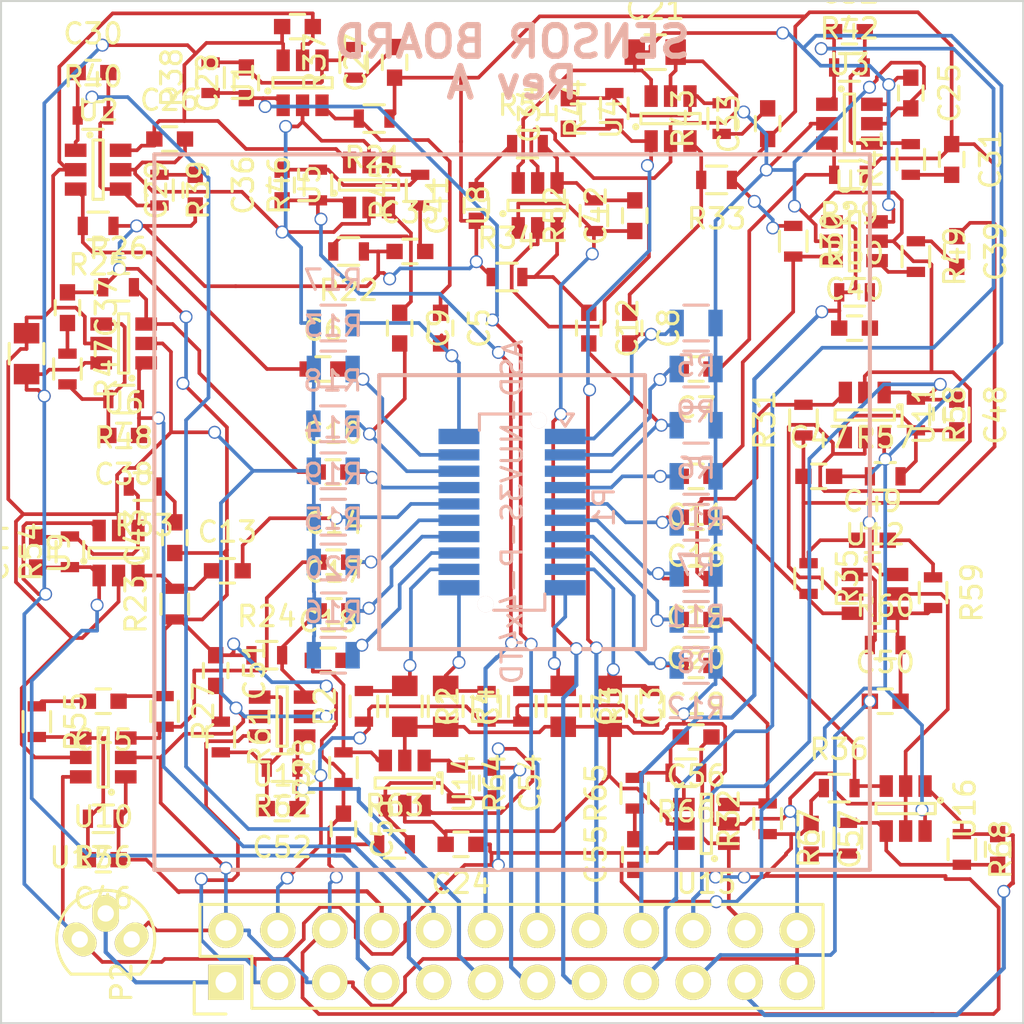
<source format=kicad_pcb>
(kicad_pcb (version 20171130) (host pcbnew "(5.1.12)-1")
  (layers (0 F.Cu signal) (1 In1.Cu power) (2 In2.Cu power) (31 B.Cu signal) (34 B.Paste user hide) (35 F.Paste user hide) (36 B.SilkS user hide) (37 F.SilkS user hide) (38 B.Mask user hide) (39 F.Mask user hide) (44 Edge.Cuts user))
  (net 0 "")
  (net 1 "Net-(C1-Pad1)")
  (net 2 GND)
  (net 3 "Net-(C2-Pad1)")
  (net 4 "Net-(C3-Pad1)")
  (net 5 "Net-(C4-Pad1)")
  (net 6 "/Amplifier 1/IN")
  (net 7 "Net-(C5-Pad2)")
  (net 8 "/Amplifier 2/IN")
  (net 9 "Net-(C6-Pad2)")
  (net 10 "/Amplifier 3/IN")
  (net 11 "Net-(C7-Pad2)")
  (net 12 "/Amplifier 4/IN")
  (net 13 "Net-(C8-Pad2)")
  (net 14 "/Amplifier 5/IN")
  (net 15 "Net-(C9-Pad2)")
  (net 16 "/Amplifier 6/IN")
  (net 17 "Net-(C10-Pad2)")
  (net 18 "/Amplifier 7/IN")
  (net 19 "Net-(C11-Pad2)")
  (net 20 "/Amplifier 8/IN")
  (net 21 "Net-(C12-Pad2)")
  (net 22 "/Amplifier 9/IN")
  (net 23 "Net-(C13-Pad2)")
  (net 24 "/Amplifier 10/IN")
  (net 25 "Net-(C14-Pad2)")
  (net 26 "/Amplifier 11/IN")
  (net 27 "Net-(C15-Pad2)")
  (net 28 "/Amplifier 12/IN")
  (net 29 "Net-(C16-Pad2)")
  (net 30 "/Amplifier 13/IN")
  (net 31 "Net-(C17-Pad2)")
  (net 32 "/Amplifier 14/IN")
  (net 33 "Net-(C18-Pad2)")
  (net 34 "/Amplifier 15/IN")
  (net 35 "Net-(C19-Pad2)")
  (net 36 "/Amplifier 16/IN")
  (net 37 "Net-(C20-Pad2)")
  (net 38 +5V)
  (net 39 Vmid)
  (net 40 "Net-(C27-Pad2)")
  (net 41 "/Amplifier 1/OUT")
  (net 42 "Net-(C28-Pad2)")
  (net 43 "Net-(C29-Pad2)")
  (net 44 "/Amplifier 2/OUT")
  (net 45 "Net-(C30-Pad2)")
  (net 46 "Net-(C31-Pad2)")
  (net 47 "/Amplifier 3/OUT")
  (net 48 "Net-(C32-Pad2)")
  (net 49 "Net-(C33-Pad2)")
  (net 50 "/Amplifier 4/OUT")
  (net 51 "Net-(C34-Pad2)")
  (net 52 "Net-(C35-Pad2)")
  (net 53 "/Amplifier 5/OUT")
  (net 54 "Net-(C36-Pad2)")
  (net 55 "Net-(C37-Pad2)")
  (net 56 "/Amplifier 6/OUT")
  (net 57 "Net-(C38-Pad2)")
  (net 58 "Net-(C39-Pad2)")
  (net 59 "/Amplifier 7/OUT")
  (net 60 "Net-(C40-Pad2)")
  (net 61 "Net-(C41-Pad2)")
  (net 62 "/Amplifier 8/OUT")
  (net 63 "Net-(C42-Pad2)")
  (net 64 "Net-(C43-Pad2)")
  (net 65 "/Amplifier 9/OUT")
  (net 66 "Net-(C44-Pad2)")
  (net 67 "Net-(C45-Pad2)")
  (net 68 "/Amplifier 10/OUT")
  (net 69 "Net-(C46-Pad2)")
  (net 70 "Net-(C47-Pad2)")
  (net 71 "/Amplifier 11/OUT")
  (net 72 "Net-(C48-Pad2)")
  (net 73 "Net-(C49-Pad2)")
  (net 74 "/Amplifier 12/OUT")
  (net 75 "Net-(C50-Pad2)")
  (net 76 "Net-(C51-Pad2)")
  (net 77 "/Amplifier 13/OUT")
  (net 78 "Net-(C52-Pad2)")
  (net 79 "Net-(C53-Pad2)")
  (net 80 "/Amplifier 14/OUT")
  (net 81 "Net-(C54-Pad2)")
  (net 82 "Net-(C55-Pad2)")
  (net 83 "/Amplifier 15/OUT")
  (net 84 "Net-(C56-Pad2)")
  (net 85 "Net-(C57-Pad2)")
  (net 86 "/Amplifier 16/OUT")
  (net 87 "Net-(C58-Pad2)")
  (net 88 Vbias)
  (net 89 /TEMPS)
  (module Capacitors_SMD:C_0603 (layer F.Cu) (at 71.5 76 270)
    (fp_text reference C5 (at 0 -1.9 270) (layer F.SilkS))
    (fp_text value 100n)
    (pad 1 smd rect (at -0.75 0 270) (size 0.8 0.75) (layers F.Cu F.Paste F.Mask) (net 6 "/Amplifier 1/IN"))
    (pad 2 smd rect (at 0.75 0 270) (size 0.8 0.75) (layers F.Cu F.Paste F.Mask) (net 7 "Net-(C5-Pad2)"))
  )
  (module Capacitors_SMD:C_0603 (layer F.Cu) (at 65.75 78)
    (fp_text reference C6 (at 0 -1.9) (layer F.SilkS))
    (fp_text value 100n)
    (pad 1 smd rect (at -0.75 0) (size 0.8 0.75) (layers F.Cu F.Paste F.Mask) (net 8 "/Amplifier 2/IN"))
    (pad 2 smd rect (at 0.75 0) (size 0.8 0.75) (layers F.Cu F.Paste F.Mask) (net 9 "Net-(C6-Pad2)"))
  )
  (module Capacitors_SMD:C_0603 (layer F.Cu) (at 84 78 180)
    (fp_text reference C7 (at 0 -1.9 180) (layer F.SilkS))
    (fp_text value 100n)
    (pad 1 smd rect (at -0.75 0 180) (size 0.8 0.75) (layers F.Cu F.Paste F.Mask) (net 10 "/Amplifier 3/IN"))
    (pad 2 smd rect (at 0.75 0 180) (size 0.8 0.75) (layers F.Cu F.Paste F.Mask) (net 11 "Net-(C7-Pad2)"))
  )
  (module Capacitors_SMD:C_0603 (layer F.Cu) (at 80.75 76 270)
    (fp_text reference C8 (at 0 -1.9 270) (layer F.SilkS))
    (fp_text value 100n)
    (pad 1 smd rect (at -0.75 0 270) (size 0.8 0.75) (layers F.Cu F.Paste F.Mask) (net 12 "/Amplifier 4/IN"))
    (pad 2 smd rect (at 0.75 0 270) (size 0.8 0.75) (layers F.Cu F.Paste F.Mask) (net 13 "Net-(C8-Pad2)"))
  )
  (module Capacitors_SMD:C_0603 (layer F.Cu) (at 69.5 76 270)
    (fp_text reference C9 (at 0 -1.9 270) (layer F.SilkS))
    (fp_text value 100n)
    (pad 1 smd rect (at -0.75 0 270) (size 0.8 0.75) (layers F.Cu F.Paste F.Mask) (net 14 "/Amplifier 5/IN"))
    (pad 2 smd rect (at 0.75 0 270) (size 0.8 0.75) (layers F.Cu F.Paste F.Mask) (net 15 "Net-(C9-Pad2)"))
  )
  (module Capacitors_SMD:C_0603 (layer F.Cu) (at 66.24 83.04)
    (fp_text reference C10 (at 0 -1.9) (layer F.SilkS))
    (fp_text value 100n)
    (pad 1 smd rect (at -0.75 0) (size 0.8 0.75) (layers F.Cu F.Paste F.Mask) (net 16 "/Amplifier 6/IN"))
    (pad 2 smd rect (at 0.75 0) (size 0.8 0.75) (layers F.Cu F.Paste F.Mask) (net 17 "Net-(C10-Pad2)"))
  )
  (module Capacitors_SMD:C_0603 (layer F.Cu) (at 84 83.25 180)
    (fp_text reference C11 (at 0 -1.9 180) (layer F.SilkS))
    (fp_text value 100n)
    (pad 1 smd rect (at -0.75 0 180) (size 0.8 0.75) (layers F.Cu F.Paste F.Mask) (net 18 "/Amplifier 7/IN"))
    (pad 2 smd rect (at 0.75 0 180) (size 0.8 0.75) (layers F.Cu F.Paste F.Mask) (net 19 "Net-(C11-Pad2)"))
  )
  (module Capacitors_SMD:C_0603 (layer F.Cu) (at 78.75 76 270)
    (fp_text reference C12 (at 0 -1.9 270) (layer F.SilkS))
    (fp_text value 100n)
    (pad 1 smd rect (at -0.75 0 270) (size 0.8 0.75) (layers F.Cu F.Paste F.Mask) (net 20 "/Amplifier 8/IN"))
    (pad 2 smd rect (at 0.75 0 270) (size 0.8 0.75) (layers F.Cu F.Paste F.Mask) (net 21 "Net-(C12-Pad2)"))
  )
  (module Capacitors_SMD:C_0603 (layer F.Cu) (at 61.07 87.87)
    (fp_text reference C13 (at 0 -1.9) (layer F.SilkS))
    (fp_text value 100n)
    (pad 1 smd rect (at -0.75 0) (size 0.8 0.75) (layers F.Cu F.Paste F.Mask) (net 22 "/Amplifier 9/IN"))
    (pad 2 smd rect (at 0.75 0) (size 0.8 0.75) (layers F.Cu F.Paste F.Mask) (net 23 "Net-(C13-Pad2)"))
  )
  (module Capacitors_SMD:C_0603 (layer F.Cu) (at 66.28 87.45)
    (fp_text reference C14 (at 0 -1.9) (layer F.SilkS))
    (fp_text value 100n)
    (pad 1 smd rect (at -0.75 0) (size 0.8 0.75) (layers F.Cu F.Paste F.Mask) (net 24 "/Amplifier 10/IN"))
    (pad 2 smd rect (at 0.75 0) (size 0.8 0.75) (layers F.Cu F.Paste F.Mask) (net 25 "Net-(C14-Pad2)"))
  )
  (module Capacitors_SMD:C_0603 (layer F.Cu) (at 84 88.25 180)
    (fp_text reference C15 (at 0 -1.9 180) (layer F.SilkS))
    (fp_text value 100n)
    (pad 1 smd rect (at -0.75 0 180) (size 0.8 0.75) (layers F.Cu F.Paste F.Mask) (net 26 "/Amplifier 11/IN"))
    (pad 2 smd rect (at 0.75 0 180) (size 0.8 0.75) (layers F.Cu F.Paste F.Mask) (net 27 "Net-(C15-Pad2)"))
  )
  (module Capacitors_SMD:C_0603 (layer F.Cu) (at 84 85.25 180)
    (fp_text reference C16 (at 0 -1.9 180) (layer F.SilkS))
    (fp_text value 100n)
    (pad 1 smd rect (at -0.75 0 180) (size 0.8 0.75) (layers F.Cu F.Paste F.Mask) (net 28 "/Amplifier 12/IN"))
    (pad 2 smd rect (at 0.75 0 180) (size 0.8 0.75) (layers F.Cu F.Paste F.Mask) (net 29 "Net-(C16-Pad2)"))
  )
  (module Capacitors_SMD:C_0603 (layer F.Cu) (at 66.29 89.83)
    (fp_text reference C17 (at 0 -1.9) (layer F.SilkS))
    (fp_text value 100n)
    (pad 1 smd rect (at -0.75 0) (size 0.8 0.75) (layers F.Cu F.Paste F.Mask) (net 30 "/Amplifier 13/IN"))
    (pad 2 smd rect (at 0.75 0) (size 0.8 0.75) (layers F.Cu F.Paste F.Mask) (net 31 "Net-(C17-Pad2)"))
  )
  (module Capacitors_SMD:C_0603 (layer F.Cu) (at 66 92.25)
    (fp_text reference C18 (at 0 -1.9) (layer F.SilkS))
    (fp_text value 100n)
    (pad 1 smd rect (at -0.75 0) (size 0.8 0.75) (layers F.Cu F.Paste F.Mask) (net 32 "/Amplifier 14/IN"))
    (pad 2 smd rect (at 0.75 0) (size 0.8 0.75) (layers F.Cu F.Paste F.Mask) (net 33 "Net-(C18-Pad2)"))
  )
  (module Capacitors_SMD:C_0603 (layer F.Cu) (at 84 92.5 180)
    (fp_text reference C19 (at 0 -1.9 180) (layer F.SilkS))
    (fp_text value 100n)
    (pad 1 smd rect (at -0.75 0 180) (size 0.8 0.75) (layers F.Cu F.Paste F.Mask) (net 34 "/Amplifier 15/IN"))
    (pad 2 smd rect (at 0.75 0 180) (size 0.8 0.75) (layers F.Cu F.Paste F.Mask) (net 35 "Net-(C19-Pad2)"))
  )
  (module Capacitors_SMD:C_0603 (layer F.Cu) (at 84 90.25 180)
    (fp_text reference C20 (at 0 -1.9 180) (layer F.SilkS))
    (fp_text value 100n)
    (pad 1 smd rect (at -0.75 0 180) (size 0.8 0.75) (layers F.Cu F.Paste F.Mask) (net 36 "/Amplifier 16/IN"))
    (pad 2 smd rect (at 0.75 0 180) (size 0.8 0.75) (layers F.Cu F.Paste F.Mask) (net 37 "Net-(C20-Pad2)"))
  )
  (module Capacitors_SMD:C_0805 (layer F.Cu) (at 82 62.5)
    (fp_text reference C21 (at 0 -2.1) (layer F.SilkS))
    (fp_text value 10u)
    (pad 1 smd rect (at -1 0) (size 1 1.25) (layers F.Cu F.Paste F.Mask) (net 38 +5V))
    (pad 2 smd rect (at 1 0) (size 1 1.25) (layers F.Cu F.Paste F.Mask) (net 2 GND))
  )
  (module Capacitors_SMD:C_0805 (layer F.Cu) (at 51.25 77.25 90)
    (fp_text reference C22 (at 0 -2.1 90) (layer F.SilkS))
    (fp_text value 10u)
    (pad 1 smd rect (at -1 0 90) (size 1 1.25) (layers F.Cu F.Paste F.Mask) (net 38 +5V))
    (pad 2 smd rect (at 1 0 90) (size 1 1.25) (layers F.Cu F.Paste F.Mask) (net 2 GND))
  )
  (module Capacitors_SMD:C_0603 (layer F.Cu) (at 64.5 61.25)
    (fp_text reference C23 (at 0 -1.9) (layer F.SilkS))
    (fp_text value 1u)
    (pad 1 smd rect (at -0.75 0) (size 0.8 0.75) (layers F.Cu F.Paste F.Mask) (net 38 +5V))
    (pad 2 smd rect (at 0.75 0) (size 0.8 0.75) (layers F.Cu F.Paste F.Mask) (net 2 GND))
  )
  (module Capacitors_SMD:C_0603 (layer F.Cu) (at 72.5 101.25 180)
    (fp_text reference C24 (at 0 -1.9 180) (layer F.SilkS))
    (fp_text value 1u)
    (pad 1 smd rect (at -0.75 0 180) (size 0.8 0.75) (layers F.Cu F.Paste F.Mask) (net 38 +5V))
    (pad 2 smd rect (at 0.75 0 180) (size 0.8 0.75) (layers F.Cu F.Paste F.Mask) (net 2 GND))
  )
  (module Capacitors_SMD:C_0603 (layer F.Cu) (at 94.5 64.5 270)
    (fp_text reference C25 (at 0 -1.9 270) (layer F.SilkS))
    (fp_text value 1u)
    (pad 1 smd rect (at -0.75 0 270) (size 0.8 0.75) (layers F.Cu F.Paste F.Mask) (net 38 +5V))
    (pad 2 smd rect (at 0.75 0 270) (size 0.8 0.75) (layers F.Cu F.Paste F.Mask) (net 2 GND))
  )
  (module Capacitors_SMD:C_0603 (layer F.Cu) (at 58.25 66.75)
    (fp_text reference C26 (at 0 -1.9) (layer F.SilkS))
    (fp_text value 1u)
    (pad 1 smd rect (at -0.75 0) (size 0.8 0.75) (layers F.Cu F.Paste F.Mask) (net 38 +5V))
    (pad 2 smd rect (at 0.75 0) (size 0.8 0.75) (layers F.Cu F.Paste F.Mask) (net 2 GND))
  )
  (module Capacitors_SMD:C_0603 (layer F.Cu) (at 69.25 63 90)
    (fp_text reference C27 (at 0 -1.9 90) (layer F.SilkS))
    (fp_text value 10n)
    (pad 1 smd rect (at -0.75 0 90) (size 0.8 0.75) (layers F.Cu F.Paste F.Mask) (net 39 Vmid))
    (pad 2 smd rect (at 0.75 0 90) (size 0.8 0.75) (layers F.Cu F.Paste F.Mask) (net 40 "Net-(C27-Pad2)"))
  )
  (module Capacitors_SMD:C_0603 (layer F.Cu) (at 62 64 90)
    (fp_text reference C28 (at 0 -1.9 90) (layer F.SilkS))
    (fp_text value DNP)
    (pad 1 smd rect (at -0.75 0 90) (size 0.8 0.75) (layers F.Cu F.Paste F.Mask) (net 41 "/Amplifier 1/OUT"))
    (pad 2 smd rect (at 0.75 0 90) (size 0.8 0.75) (layers F.Cu F.Paste F.Mask) (net 42 "Net-(C28-Pad2)"))
  )
  (module Capacitors_SMD:C_0603 (layer F.Cu) (at 59.5 69.25 90)
    (fp_text reference C29 (at 0 -1.9 90) (layer F.SilkS))
    (fp_text value 10n)
    (pad 1 smd rect (at -0.75 0 90) (size 0.8 0.75) (layers F.Cu F.Paste F.Mask) (net 39 Vmid))
    (pad 2 smd rect (at 0.75 0 90) (size 0.8 0.75) (layers F.Cu F.Paste F.Mask) (net 43 "Net-(C29-Pad2)"))
  )
  (module Capacitors_SMD:C_0603 (layer F.Cu) (at 54.5 63.5)
    (fp_text reference C30 (at 0 -1.9) (layer F.SilkS))
    (fp_text value DNP)
    (pad 1 smd rect (at -0.75 0) (size 0.8 0.75) (layers F.Cu F.Paste F.Mask) (net 44 "/Amplifier 2/OUT"))
    (pad 2 smd rect (at 0.75 0) (size 0.8 0.75) (layers F.Cu F.Paste F.Mask) (net 45 "Net-(C30-Pad2)"))
  )
  (module Capacitors_SMD:C_0603 (layer F.Cu) (at 96.5 67.75 270)
    (fp_text reference C31 (at 0 -1.9 270) (layer F.SilkS))
    (fp_text value 10n)
    (pad 1 smd rect (at -0.75 0 270) (size 0.8 0.75) (layers F.Cu F.Paste F.Mask) (net 39 Vmid))
    (pad 2 smd rect (at 0.75 0 270) (size 0.8 0.75) (layers F.Cu F.Paste F.Mask) (net 46 "Net-(C31-Pad2)"))
  )
  (module Capacitors_SMD:C_0603 (layer F.Cu) (at 91.5 61.5)
    (fp_text reference C32 (at 0 -1.9) (layer F.SilkS))
    (fp_text value DNP)
    (pad 1 smd rect (at -0.75 0) (size 0.8 0.75) (layers F.Cu F.Paste F.Mask) (net 47 "/Amplifier 3/OUT"))
    (pad 2 smd rect (at 0.75 0) (size 0.8 0.75) (layers F.Cu F.Paste F.Mask) (net 48 "Net-(C32-Pad2)"))
  )
  (module Capacitors_SMD:C_0603 (layer F.Cu) (at 87.5 66 90)
    (fp_text reference C33 (at 0 -1.9 90) (layer F.SilkS))
    (fp_text value 10n)
    (pad 1 smd rect (at -0.75 0 90) (size 0.8 0.75) (layers F.Cu F.Paste F.Mask) (net 39 Vmid))
    (pad 2 smd rect (at 0.75 0 90) (size 0.8 0.75) (layers F.Cu F.Paste F.Mask) (net 49 "Net-(C33-Pad2)"))
  )
  (module Capacitors_SMD:C_0603 (layer F.Cu) (at 77.75 65.5 90)
    (fp_text reference C34 (at 0 -1.9 90) (layer F.SilkS))
    (fp_text value DNP)
    (pad 1 smd rect (at -0.75 0 90) (size 0.8 0.75) (layers F.Cu F.Paste F.Mask) (net 50 "/Amplifier 4/OUT"))
    (pad 2 smd rect (at 0.75 0 90) (size 0.8 0.75) (layers F.Cu F.Paste F.Mask) (net 51 "Net-(C34-Pad2)"))
  )
  (module Capacitors_SMD:C_0603 (layer F.Cu) (at 70 72.25)
    (fp_text reference C35 (at 0 -1.9) (layer F.SilkS))
    (fp_text value 10n)
    (pad 1 smd rect (at -0.75 0) (size 0.8 0.75) (layers F.Cu F.Paste F.Mask) (net 39 Vmid))
    (pad 2 smd rect (at 0.75 0) (size 0.8 0.75) (layers F.Cu F.Paste F.Mask) (net 52 "Net-(C35-Pad2)"))
  )
  (module Capacitors_SMD:C_0603 (layer F.Cu) (at 63.75 69 90)
    (fp_text reference C36 (at 0 -1.9 90) (layer F.SilkS))
    (fp_text value DNP)
    (pad 1 smd rect (at -0.75 0 90) (size 0.8 0.75) (layers F.Cu F.Paste F.Mask) (net 53 "/Amplifier 5/OUT"))
    (pad 2 smd rect (at 0.75 0 90) (size 0.8 0.75) (layers F.Cu F.Paste F.Mask) (net 54 "Net-(C36-Pad2)"))
  )
  (module Capacitors_SMD:C_0603 (layer F.Cu) (at 53.25 75 270)
    (fp_text reference C37 (at 0 -1.9 270) (layer F.SilkS))
    (fp_text value 10n)
    (pad 1 smd rect (at -0.75 0 270) (size 0.8 0.75) (layers F.Cu F.Paste F.Mask) (net 39 Vmid))
    (pad 2 smd rect (at 0.75 0 270) (size 0.8 0.75) (layers F.Cu F.Paste F.Mask) (net 55 "Net-(C37-Pad2)"))
  )
  (module Capacitors_SMD:C_0603 (layer F.Cu) (at 56 81.25 180)
    (fp_text reference C38 (at 0 -1.9 180) (layer F.SilkS))
    (fp_text value DNP)
    (pad 1 smd rect (at -0.75 0 180) (size 0.8 0.75) (layers F.Cu F.Paste F.Mask) (net 56 "/Amplifier 6/OUT"))
    (pad 2 smd rect (at 0.75 0 180) (size 0.8 0.75) (layers F.Cu F.Paste F.Mask) (net 57 "Net-(C38-Pad2)"))
  )
  (module Capacitors_SMD:C_0603 (layer F.Cu) (at 96.75 72.25 270)
    (fp_text reference C39 (at 0 -1.9 270) (layer F.SilkS))
    (fp_text value 10n)
    (pad 1 smd rect (at -0.75 0 270) (size 0.8 0.75) (layers F.Cu F.Paste F.Mask) (net 39 Vmid))
    (pad 2 smd rect (at 0.75 0 270) (size 0.8 0.75) (layers F.Cu F.Paste F.Mask) (net 58 "Net-(C39-Pad2)"))
  )
  (module Capacitors_SMD:C_0603 (layer F.Cu) (at 91.75 76)
    (fp_text reference C40 (at 0 -1.9) (layer F.SilkS))
    (fp_text value DNP)
    (pad 1 smd rect (at -0.75 0) (size 0.8 0.75) (layers F.Cu F.Paste F.Mask) (net 59 "/Amplifier 7/OUT"))
    (pad 2 smd rect (at 0.75 0) (size 0.8 0.75) (layers F.Cu F.Paste F.Mask) (net 60 "Net-(C40-Pad2)"))
  )
  (module Capacitors_SMD:C_0603 (layer F.Cu) (at 73.25 70 90)
    (fp_text reference C41 (at 0 -1.9 90) (layer F.SilkS))
    (fp_text value 10n)
    (pad 1 smd rect (at -0.75 0 90) (size 0.8 0.75) (layers F.Cu F.Paste F.Mask) (net 39 Vmid))
    (pad 2 smd rect (at 0.75 0 90) (size 0.8 0.75) (layers F.Cu F.Paste F.Mask) (net 61 "Net-(C41-Pad2)"))
  )
  (module Capacitors_SMD:C_0603 (layer F.Cu) (at 81 70.5 90)
    (fp_text reference C42 (at 0 -1.9 90) (layer F.SilkS))
    (fp_text value DNP)
    (pad 1 smd rect (at -0.75 0 90) (size 0.8 0.75) (layers F.Cu F.Paste F.Mask) (net 62 "/Amplifier 8/OUT"))
    (pad 2 smd rect (at 0.75 0 90) (size 0.8 0.75) (layers F.Cu F.Paste F.Mask) (net 63 "Net-(C42-Pad2)"))
  )
  (module Capacitors_SMD:C_0603 (layer F.Cu) (at 58.5 86.25 90)
    (fp_text reference C43 (at 0 -1.9 90) (layer F.SilkS))
    (fp_text value 10n)
    (pad 1 smd rect (at -0.75 0 90) (size 0.8 0.75) (layers F.Cu F.Paste F.Mask) (net 39 Vmid))
    (pad 2 smd rect (at 0.75 0 90) (size 0.8 0.75) (layers F.Cu F.Paste F.Mask) (net 64 "Net-(C43-Pad2)"))
  )
  (module Capacitors_SMD:C_0603 (layer F.Cu) (at 51.74 86.96 90)
    (fp_text reference C44 (at 0 -1.9 90) (layer F.SilkS))
    (fp_text value DNP)
    (pad 1 smd rect (at -0.75 0 90) (size 0.8 0.75) (layers F.Cu F.Paste F.Mask) (net 65 "/Amplifier 9/OUT"))
    (pad 2 smd rect (at 0.75 0 90) (size 0.8 0.75) (layers F.Cu F.Paste F.Mask) (net 66 "Net-(C44-Pad2)"))
  )
  (module Capacitors_SMD:C_0603 (layer F.Cu) (at 55 94.25 180)
    (fp_text reference C45 (at 0 -1.9 180) (layer F.SilkS))
    (fp_text value 10n)
    (pad 1 smd rect (at -0.75 0 180) (size 0.8 0.75) (layers F.Cu F.Paste F.Mask) (net 39 Vmid))
    (pad 2 smd rect (at 0.75 0 180) (size 0.8 0.75) (layers F.Cu F.Paste F.Mask) (net 67 "Net-(C45-Pad2)"))
  )
  (module Capacitors_SMD:C_0603 (layer F.Cu) (at 55 102 180)
    (fp_text reference C46 (at 0 -1.9 180) (layer F.SilkS))
    (fp_text value DNP)
    (pad 1 smd rect (at -0.75 0 180) (size 0.8 0.75) (layers F.Cu F.Paste F.Mask) (net 68 "/Amplifier 10/OUT"))
    (pad 2 smd rect (at 0.75 0 180) (size 0.8 0.75) (layers F.Cu F.Paste F.Mask) (net 69 "Net-(C46-Pad2)"))
  )
  (module Capacitors_SMD:C_0603 (layer F.Cu) (at 90 83.25)
    (fp_text reference C47 (at 0 -1.9) (layer F.SilkS))
    (fp_text value 10n)
    (pad 1 smd rect (at -0.75 0) (size 0.8 0.75) (layers F.Cu F.Paste F.Mask) (net 39 Vmid))
    (pad 2 smd rect (at 0.75 0) (size 0.8 0.75) (layers F.Cu F.Paste F.Mask) (net 70 "Net-(C47-Pad2)"))
  )
  (module Capacitors_SMD:C_0603 (layer F.Cu) (at 96.75 80.25 270)
    (fp_text reference C48 (at 0 -1.9 270) (layer F.SilkS))
    (fp_text value DNP)
    (pad 1 smd rect (at -0.75 0 270) (size 0.8 0.75) (layers F.Cu F.Paste F.Mask) (net 71 "/Amplifier 11/OUT"))
    (pad 2 smd rect (at 0.75 0 270) (size 0.8 0.75) (layers F.Cu F.Paste F.Mask) (net 72 "Net-(C48-Pad2)"))
  )
  (module Capacitors_SMD:C_0603 (layer F.Cu) (at 92.625 86.375)
    (fp_text reference C49 (at 0 -1.9) (layer F.SilkS))
    (fp_text value 10n)
    (pad 1 smd rect (at -0.75 0) (size 0.8 0.75) (layers F.Cu F.Paste F.Mask) (net 39 Vmid))
    (pad 2 smd rect (at 0.75 0) (size 0.8 0.75) (layers F.Cu F.Paste F.Mask) (net 73 "Net-(C49-Pad2)"))
  )
  (module Capacitors_SMD:C_0603 (layer F.Cu) (at 93.25 94.25)
    (fp_text reference C50 (at 0 -1.9) (layer F.SilkS))
    (fp_text value DNP)
    (pad 1 smd rect (at -0.75 0) (size 0.8 0.75) (layers F.Cu F.Paste F.Mask) (net 74 "/Amplifier 12/OUT"))
    (pad 2 smd rect (at 0.75 0) (size 0.8 0.75) (layers F.Cu F.Paste F.Mask) (net 75 "Net-(C50-Pad2)"))
  )
  (module Capacitors_SMD:C_0603 (layer F.Cu) (at 60.5 92.75 270)
    (fp_text reference C51 (at 0 -1.9 270) (layer F.SilkS))
    (fp_text value 10n)
    (pad 1 smd rect (at -0.75 0 270) (size 0.8 0.75) (layers F.Cu F.Paste F.Mask) (net 39 Vmid))
    (pad 2 smd rect (at 0.75 0 270) (size 0.8 0.75) (layers F.Cu F.Paste F.Mask) (net 76 "Net-(C51-Pad2)"))
  )
  (module Capacitors_SMD:C_0603 (layer F.Cu) (at 63.75 99.5 180)
    (fp_text reference C52 (at 0 -1.9 180) (layer F.SilkS))
    (fp_text value DNP)
    (pad 1 smd rect (at -0.75 0 180) (size 0.8 0.75) (layers F.Cu F.Paste F.Mask) (net 77 "/Amplifier 13/OUT"))
    (pad 2 smd rect (at 0.75 0 180) (size 0.8 0.75) (layers F.Cu F.Paste F.Mask) (net 78 "Net-(C52-Pad2)"))
  )
  (module Capacitors_SMD:C_0603 (layer F.Cu) (at 66.75 100.5 270)
    (fp_text reference C53 (at 0 -1.9 270) (layer F.SilkS))
    (fp_text value 10n)
    (pad 1 smd rect (at -0.75 0 270) (size 0.8 0.75) (layers F.Cu F.Paste F.Mask) (net 39 Vmid))
    (pad 2 smd rect (at 0.75 0 270) (size 0.8 0.75) (layers F.Cu F.Paste F.Mask) (net 79 "Net-(C53-Pad2)"))
  )
  (module Capacitors_SMD:C_0603 (layer F.Cu) (at 74 98.25 270)
    (fp_text reference C54 (at 0 -1.9 270) (layer F.SilkS))
    (fp_text value DNP)
    (pad 1 smd rect (at -0.75 0 270) (size 0.8 0.75) (layers F.Cu F.Paste F.Mask) (net 80 "/Amplifier 14/OUT"))
    (pad 2 smd rect (at 0.75 0 270) (size 0.8 0.75) (layers F.Cu F.Paste F.Mask) (net 81 "Net-(C54-Pad2)"))
  )
  (module Capacitors_SMD:C_0603 (layer F.Cu) (at 81 101.75 90)
    (fp_text reference C55 (at 0 -1.9 90) (layer F.SilkS))
    (fp_text value 10n)
    (pad 1 smd rect (at -0.75 0 90) (size 0.8 0.75) (layers F.Cu F.Paste F.Mask) (net 39 Vmid))
    (pad 2 smd rect (at 0.75 0 90) (size 0.8 0.75) (layers F.Cu F.Paste F.Mask) (net 82 "Net-(C55-Pad2)"))
  )
  (module Capacitors_SMD:C_0603 (layer F.Cu) (at 84 96 180)
    (fp_text reference C56 (at 0 -1.9 180) (layer F.SilkS))
    (fp_text value DNP)
    (pad 1 smd rect (at -0.75 0 180) (size 0.8 0.75) (layers F.Cu F.Paste F.Mask) (net 83 "/Amplifier 15/OUT"))
    (pad 2 smd rect (at 0.75 0 180) (size 0.8 0.75) (layers F.Cu F.Paste F.Mask) (net 84 "Net-(C56-Pad2)"))
  )
  (module Capacitors_SMD:C_0603 (layer F.Cu) (at 89.625 101 270)
    (fp_text reference C57 (at 0 -1.9 270) (layer F.SilkS))
    (fp_text value 10n)
    (pad 1 smd rect (at -0.75 0 270) (size 0.8 0.75) (layers F.Cu F.Paste F.Mask) (net 39 Vmid))
    (pad 2 smd rect (at 0.75 0 270) (size 0.8 0.75) (layers F.Cu F.Paste F.Mask) (net 85 "Net-(C57-Pad2)"))
  )
  (module Capacitors_SMD:C_0603 (layer F.Cu) (at 98.75 101.5 270)
    (fp_text reference C58 (at 0 -1.9 270) (layer F.SilkS))
    (fp_text value DNP)
    (pad 1 smd rect (at -0.75 0 270) (size 0.8 0.75) (layers F.Cu F.Paste F.Mask) (net 86 "/Amplifier 16/OUT"))
    (pad 2 smd rect (at 0.75 0 270) (size 0.8 0.75) (layers F.Cu F.Paste F.Mask) (net 87 "Net-(C58-Pad2)"))
  )
  (module Resistors_SMD:R_0603 (layer F.Cu) (at 73.75 94.5 90)
    (fp_text reference R1 (at 0 -1.9 90) (layer F.SilkS))
    (fp_text value 10k)
    (pad 1 smd rect (at -0.75 0 90) (size 0.5 0.9) (layers F.Cu F.Paste F.Mask) (net 88 Vbias))
    (pad 2 smd rect (at 0.75 0 90) (size 0.5 0.9) (layers F.Cu F.Paste F.Mask) (net 1 "Net-(C1-Pad1)"))
  )
  (module Resistors_SMD:R_0603 (layer F.Cu) (at 67.75 94.5 90)
    (fp_text reference R2 (at 0 -1.9 90) (layer F.SilkS))
    (fp_text value 10k)
    (pad 1 smd rect (at -0.75 0 90) (size 0.5 0.9) (layers F.Cu F.Paste F.Mask) (net 88 Vbias))
    (pad 2 smd rect (at 0.75 0 90) (size 0.5 0.9) (layers F.Cu F.Paste F.Mask) (net 3 "Net-(C2-Pad1)"))
  )
  (module Resistors_SMD:R_0603 (layer F.Cu) (at 81.75 94.5 90)
    (fp_text reference R3 (at 0 -1.9 90) (layer F.SilkS))
    (fp_text value 10k)
    (pad 1 smd rect (at -0.75 0 90) (size 0.5 0.9) (layers F.Cu F.Paste F.Mask) (net 88 Vbias))
    (pad 2 smd rect (at 0.75 0 90) (size 0.5 0.9) (layers F.Cu F.Paste F.Mask) (net 4 "Net-(C3-Pad1)"))
  )
  (module Resistors_SMD:R_0603 (layer F.Cu) (at 75.5 94.5 90)
    (fp_text reference R4 (at 0 -1.9 90) (layer F.SilkS))
    (fp_text value 10k)
    (pad 1 smd rect (at -0.75 0 90) (size 0.5 0.9) (layers F.Cu F.Paste F.Mask) (net 88 Vbias))
    (pad 2 smd rect (at 0.75 0 90) (size 0.5 0.9) (layers F.Cu F.Paste F.Mask) (net 5 "Net-(C4-Pad1)"))
  )
  (module Resistors_SMD:R_0805 (layer B.Cu) (at 84 75.75)
    (fp_text reference R5 (at 0 2.1) (layer B.SilkS) (effects (justify mirror)))
    (fp_text value 200?)
    (pad 1 smd rect (at -0.95 0) (size 0.7 1.3) (layers B.Cu B.Paste B.Mask) (net 13 "Net-(C8-Pad2)"))
    (pad 2 smd rect (at 0.95 0) (size 0.7 1.3) (layers B.Cu B.Paste B.Mask) (net 2 GND))
  )
  (module Resistors_SMD:R_0805 (layer B.Cu) (at 84 80.75)
    (fp_text reference R6 (at 0 2.1) (layer B.SilkS) (effects (justify mirror)))
    (fp_text value 200?)
    (pad 1 smd rect (at -0.95 0) (size 0.7 1.3) (layers B.Cu B.Paste B.Mask) (net 21 "Net-(C12-Pad2)"))
    (pad 2 smd rect (at 0.95 0) (size 0.7 1.3) (layers B.Cu B.Paste B.Mask) (net 2 GND))
  )
  (module Resistors_SMD:R_0805 (layer B.Cu) (at 84 85.5)
    (fp_text reference R7 (at 0 2.1) (layer B.SilkS) (effects (justify mirror)))
    (fp_text value 200?)
    (pad 1 smd rect (at -0.95 0) (size 0.7 1.3) (layers B.Cu B.Paste B.Mask) (net 29 "Net-(C16-Pad2)"))
    (pad 2 smd rect (at 0.95 0) (size 0.7 1.3) (layers B.Cu B.Paste B.Mask) (net 2 GND))
  )
  (module Resistors_SMD:R_0805 (layer B.Cu) (at 84 90.25)
    (fp_text reference R8 (at 0 2.1) (layer B.SilkS) (effects (justify mirror)))
    (fp_text value 200?)
    (pad 1 smd rect (at -0.95 0) (size 0.7 1.3) (layers B.Cu B.Paste B.Mask) (net 37 "Net-(C20-Pad2)"))
    (pad 2 smd rect (at 0.95 0) (size 0.7 1.3) (layers B.Cu B.Paste B.Mask) (net 2 GND))
  )
  (module Resistors_SMD:R_0805 (layer B.Cu) (at 84 78)
    (fp_text reference R9 (at 0 2.1) (layer B.SilkS) (effects (justify mirror)))
    (fp_text value 200?)
    (pad 1 smd rect (at -0.95 0) (size 0.7 1.3) (layers B.Cu B.Paste B.Mask) (net 11 "Net-(C7-Pad2)"))
    (pad 2 smd rect (at 0.95 0) (size 0.7 1.3) (layers B.Cu B.Paste B.Mask) (net 2 GND))
  )
  (module Resistors_SMD:R_0805 (layer B.Cu) (at 84 83.25)
    (fp_text reference R10 (at 0 2.1) (layer B.SilkS) (effects (justify mirror)))
    (fp_text value 200?)
    (pad 1 smd rect (at -0.95 0) (size 0.7 1.3) (layers B.Cu B.Paste B.Mask) (net 19 "Net-(C11-Pad2)"))
    (pad 2 smd rect (at 0.95 0) (size 0.7 1.3) (layers B.Cu B.Paste B.Mask) (net 2 GND))
  )
  (module Resistors_SMD:R_0805 (layer B.Cu) (at 84 88)
    (fp_text reference R11 (at 0 2.1) (layer B.SilkS) (effects (justify mirror)))
    (fp_text value 200?)
    (pad 1 smd rect (at -0.95 0) (size 0.7 1.3) (layers B.Cu B.Paste B.Mask) (net 27 "Net-(C15-Pad2)"))
    (pad 2 smd rect (at 0.95 0) (size 0.7 1.3) (layers B.Cu B.Paste B.Mask) (net 2 GND))
  )
  (module Resistors_SMD:R_0805 (layer B.Cu) (at 84 92.5)
    (fp_text reference R12 (at 0 2.1) (layer B.SilkS) (effects (justify mirror)))
    (fp_text value 200?)
    (pad 1 smd rect (at -0.95 0) (size 0.7 1.3) (layers B.Cu B.Paste B.Mask) (net 35 "Net-(C19-Pad2)"))
    (pad 2 smd rect (at 0.95 0) (size 0.7 1.3) (layers B.Cu B.Paste B.Mask) (net 2 GND))
  )
  (module Resistors_SMD:R_0805 (layer B.Cu) (at 66.25 78 180)
    (fp_text reference R13 (at 0 2.1 180) (layer B.SilkS) (effects (justify mirror)))
    (fp_text value 200?)
    (pad 1 smd rect (at -0.95 0 180) (size 0.7 1.3) (layers B.Cu B.Paste B.Mask) (net 9 "Net-(C6-Pad2)"))
    (pad 2 smd rect (at 0.95 0 180) (size 0.7 1.3) (layers B.Cu B.Paste B.Mask) (net 2 GND))
  )
  (module Resistors_SMD:R_0805 (layer B.Cu) (at 66.25 82.98 180)
    (fp_text reference R14 (at 0 2.1 180) (layer B.SilkS) (effects (justify mirror)))
    (fp_text value 200?)
    (pad 1 smd rect (at -0.95 0 180) (size 0.7 1.3) (layers B.Cu B.Paste B.Mask) (net 17 "Net-(C10-Pad2)"))
    (pad 2 smd rect (at 0.95 0 180) (size 0.7 1.3) (layers B.Cu B.Paste B.Mask) (net 2 GND))
  )
  (module Resistors_SMD:R_0805 (layer B.Cu) (at 66.25 87.44 180)
    (fp_text reference R15 (at 0 2.1 180) (layer B.SilkS) (effects (justify mirror)))
    (fp_text value 200?)
    (pad 1 smd rect (at -0.95 0 180) (size 0.7 1.3) (layers B.Cu B.Paste B.Mask) (net 25 "Net-(C14-Pad2)"))
    (pad 2 smd rect (at 0.95 0 180) (size 0.7 1.3) (layers B.Cu B.Paste B.Mask) (net 2 GND))
  )
  (module Resistors_SMD:R_0805 (layer B.Cu) (at 66.25 92 180)
    (fp_text reference R16 (at 0 2.1 180) (layer B.SilkS) (effects (justify mirror)))
    (fp_text value 200?)
    (pad 1 smd rect (at -0.95 0 180) (size 0.7 1.3) (layers B.Cu B.Paste B.Mask) (net 33 "Net-(C18-Pad2)"))
    (pad 2 smd rect (at 0.95 0 180) (size 0.7 1.3) (layers B.Cu B.Paste B.Mask) (net 2 GND))
  )
  (module Resistors_SMD:R_0805 (layer B.Cu) (at 66.25 75.75 180)
    (fp_text reference R17 (at 0 2.1 180) (layer B.SilkS) (effects (justify mirror)))
    (fp_text value 200?)
    (pad 1 smd rect (at -0.95 0 180) (size 0.7 1.3) (layers B.Cu B.Paste B.Mask) (net 7 "Net-(C5-Pad2)"))
    (pad 2 smd rect (at 0.95 0 180) (size 0.7 1.3) (layers B.Cu B.Paste B.Mask) (net 2 GND))
  )
  (module Resistors_SMD:R_0805 (layer B.Cu) (at 66.23 80.68 180)
    (fp_text reference R18 (at 0 2.1 180) (layer B.SilkS) (effects (justify mirror)))
    (fp_text value 200?)
    (pad 1 smd rect (at -0.95 0 180) (size 0.7 1.3) (layers B.Cu B.Paste B.Mask) (net 15 "Net-(C9-Pad2)"))
    (pad 2 smd rect (at 0.95 0 180) (size 0.7 1.3) (layers B.Cu B.Paste B.Mask) (net 2 GND))
  )
  (module Resistors_SMD:R_0805 (layer B.Cu) (at 66.25 85.25 180)
    (fp_text reference R19 (at 0 2.1 180) (layer B.SilkS) (effects (justify mirror)))
    (fp_text value 200?)
    (pad 1 smd rect (at -0.95 0 180) (size 0.7 1.3) (layers B.Cu B.Paste B.Mask) (net 23 "Net-(C13-Pad2)"))
    (pad 2 smd rect (at 0.95 0 180) (size 0.7 1.3) (layers B.Cu B.Paste B.Mask) (net 2 GND))
  )
  (module Resistors_SMD:R_0805 (layer B.Cu) (at 66.27 89.83 180)
    (fp_text reference R20 (at 0 2.1 180) (layer B.SilkS) (effects (justify mirror)))
    (fp_text value 200?)
    (pad 1 smd rect (at -0.95 0 180) (size 0.7 1.3) (layers B.Cu B.Paste B.Mask) (net 31 "Net-(C17-Pad2)"))
    (pad 2 smd rect (at 0.95 0 180) (size 0.7 1.3) (layers B.Cu B.Paste B.Mask) (net 2 GND))
  )
  (module Resistors_SMD:R_0603 (layer F.Cu) (at 68.25 65.75 180)
    (fp_text reference R21 (at 0 -1.9 180) (layer F.SilkS))
    (fp_text value 10k)
    (pad 1 smd rect (at -0.75 0 180) (size 0.5 0.9) (layers F.Cu F.Paste F.Mask) (net 39 Vmid))
    (pad 2 smd rect (at 0.75 0 180) (size 0.5 0.9) (layers F.Cu F.Paste F.Mask) (net 6 "/Amplifier 1/IN"))
  )
  (module Resistors_SMD:R_0603 (layer F.Cu) (at 67 72.25 180)
    (fp_text reference R22 (at 0 -1.9 180) (layer F.SilkS))
    (fp_text value 10k)
    (pad 1 smd rect (at -0.75 0 180) (size 0.5 0.9) (layers F.Cu F.Paste F.Mask) (net 39 Vmid))
    (pad 2 smd rect (at 0.75 0 180) (size 0.5 0.9) (layers F.Cu F.Paste F.Mask) (net 14 "/Amplifier 5/IN"))
  )
  (module Resistors_SMD:R_0603 (layer F.Cu) (at 58.5 89.5 90)
    (fp_text reference R23 (at 0 -1.9 90) (layer F.SilkS))
    (fp_text value 10k)
    (pad 1 smd rect (at -0.75 0 90) (size 0.5 0.9) (layers F.Cu F.Paste F.Mask) (net 39 Vmid))
    (pad 2 smd rect (at 0.75 0 90) (size 0.5 0.9) (layers F.Cu F.Paste F.Mask) (net 22 "/Amplifier 9/IN"))
  )
  (module Resistors_SMD:R_0603 (layer F.Cu) (at 63 92)
    (fp_text reference R24 (at 0 -1.9) (layer F.SilkS))
    (fp_text value 10k)
    (pad 1 smd rect (at -0.75 0) (size 0.5 0.9) (layers F.Cu F.Paste F.Mask) (net 39 Vmid))
    (pad 2 smd rect (at 0.75 0) (size 0.5 0.9) (layers F.Cu F.Paste F.Mask) (net 30 "/Amplifier 13/IN"))
  )
  (module Resistors_SMD:R_0603 (layer F.Cu) (at 54.75 71 180)
    (fp_text reference R25 (at 0 -1.9 180) (layer F.SilkS))
    (fp_text value 10k)
    (pad 1 smd rect (at -0.75 0 180) (size 0.5 0.9) (layers F.Cu F.Paste F.Mask) (net 39 Vmid))
    (pad 2 smd rect (at 0.75 0 180) (size 0.5 0.9) (layers F.Cu F.Paste F.Mask) (net 8 "/Amplifier 2/IN"))
  )
  (module Resistors_SMD:R_0603 (layer F.Cu) (at 55.75 74)
    (fp_text reference R26 (at 0 -1.9) (layer F.SilkS))
    (fp_text value 10k)
    (pad 1 smd rect (at -0.75 0) (size 0.5 0.9) (layers F.Cu F.Paste F.Mask) (net 39 Vmid))
    (pad 2 smd rect (at 0.75 0) (size 0.5 0.9) (layers F.Cu F.Paste F.Mask) (net 16 "/Amplifier 6/IN"))
  )
  (module Resistors_SMD:R_0603 (layer F.Cu) (at 58 94.75 270)
    (fp_text reference R27 (at 0 -1.9 270) (layer F.SilkS))
    (fp_text value 10k)
    (pad 1 smd rect (at -0.75 0 270) (size 0.5 0.9) (layers F.Cu F.Paste F.Mask) (net 39 Vmid))
    (pad 2 smd rect (at 0.75 0 270) (size 0.5 0.9) (layers F.Cu F.Paste F.Mask) (net 24 "/Amplifier 10/IN"))
  )
  (module Resistors_SMD:R_0603 (layer F.Cu) (at 66.75 97.5 90)
    (fp_text reference R28 (at 0 -1.9 90) (layer F.SilkS))
    (fp_text value 10k)
    (pad 1 smd rect (at -0.75 0 90) (size 0.5 0.9) (layers F.Cu F.Paste F.Mask) (net 39 Vmid))
    (pad 2 smd rect (at 0.75 0 90) (size 0.5 0.9) (layers F.Cu F.Paste F.Mask) (net 32 "/Amplifier 14/IN"))
  )
  (module Resistors_SMD:R_0603 (layer F.Cu) (at 91.5 68.5 180)
    (fp_text reference R29 (at 0 -1.9 180) (layer F.SilkS))
    (fp_text value 10k)
    (pad 1 smd rect (at -0.75 0 180) (size 0.5 0.9) (layers F.Cu F.Paste F.Mask) (net 39 Vmid))
    (pad 2 smd rect (at 0.75 0 180) (size 0.5 0.9) (layers F.Cu F.Paste F.Mask) (net 10 "/Amplifier 3/IN"))
  )
  (module Resistors_SMD:R_0603 (layer F.Cu) (at 88.75 71.75 270)
    (fp_text reference R30 (at 0 -1.9 270) (layer F.SilkS))
    (fp_text value 10k)
    (pad 1 smd rect (at -0.75 0 270) (size 0.5 0.9) (layers F.Cu F.Paste F.Mask) (net 39 Vmid))
    (pad 2 smd rect (at 0.75 0 270) (size 0.5 0.9) (layers F.Cu F.Paste F.Mask) (net 18 "/Amplifier 7/IN"))
  )
  (module Resistors_SMD:R_0603 (layer F.Cu) (at 89.25 80.5 90)
    (fp_text reference R31 (at 0 -1.9 90) (layer F.SilkS))
    (fp_text value 10k)
    (pad 1 smd rect (at -0.75 0 90) (size 0.5 0.9) (layers F.Cu F.Paste F.Mask) (net 39 Vmid))
    (pad 2 smd rect (at 0.75 0 90) (size 0.5 0.9) (layers F.Cu F.Paste F.Mask) (net 26 "/Amplifier 11/IN"))
  )
  (module Resistors_SMD:R_0603 (layer F.Cu) (at 87.5 100 90)
    (fp_text reference R32 (at 0 -1.9 90) (layer F.SilkS))
    (fp_text value 10k)
    (pad 1 smd rect (at -0.75 0 90) (size 0.5 0.9) (layers F.Cu F.Paste F.Mask) (net 39 Vmid))
    (pad 2 smd rect (at 0.75 0 90) (size 0.5 0.9) (layers F.Cu F.Paste F.Mask) (net 34 "/Amplifier 15/IN"))
  )
  (module Resistors_SMD:R_0603 (layer F.Cu) (at 85 68.75 180)
    (fp_text reference R33 (at 0 -1.9 180) (layer F.SilkS))
    (fp_text value 10k)
    (pad 1 smd rect (at -0.75 0 180) (size 0.5 0.9) (layers F.Cu F.Paste F.Mask) (net 39 Vmid))
    (pad 2 smd rect (at 0.75 0 180) (size 0.5 0.9) (layers F.Cu F.Paste F.Mask) (net 12 "/Amplifier 4/IN"))
  )
  (module Resistors_SMD:R_0603 (layer F.Cu) (at 74.75 73.5)
    (fp_text reference R34 (at 0 -1.9) (layer F.SilkS))
    (fp_text value 10k)
    (pad 1 smd rect (at -0.75 0) (size 0.5 0.9) (layers F.Cu F.Paste F.Mask) (net 39 Vmid))
    (pad 2 smd rect (at 0.75 0) (size 0.5 0.9) (layers F.Cu F.Paste F.Mask) (net 20 "/Amplifier 8/IN"))
  )
  (module Resistors_SMD:R_0603 (layer F.Cu) (at 89.5 88.25 270)
    (fp_text reference R35 (at 0 -1.9 270) (layer F.SilkS))
    (fp_text value 10k)
    (pad 1 smd rect (at -0.75 0 270) (size 0.5 0.9) (layers F.Cu F.Paste F.Mask) (net 39 Vmid))
    (pad 2 smd rect (at 0.75 0 270) (size 0.5 0.9) (layers F.Cu F.Paste F.Mask) (net 28 "/Amplifier 12/IN"))
  )
  (module Resistors_SMD:R_0603 (layer F.Cu) (at 91 98.5)
    (fp_text reference R36 (at 0 -1.9) (layer F.SilkS))
    (fp_text value 10k)
    (pad 1 smd rect (at -0.75 0) (size 0.5 0.9) (layers F.Cu F.Paste F.Mask) (net 39 Vmid))
    (pad 2 smd rect (at 0.75 0) (size 0.5 0.9) (layers F.Cu F.Paste F.Mask) (net 36 "/Amplifier 16/IN"))
  )
  (module Resistors_SMD:R_0603 (layer F.Cu) (at 67.25 63 90)
    (fp_text reference R37 (at 0 -1.9 90) (layer F.SilkS))
    (fp_text value 220)
    (pad 1 smd rect (at -0.75 0 90) (size 0.5 0.9) (layers F.Cu F.Paste F.Mask) (net 40 "Net-(C27-Pad2)"))
    (pad 2 smd rect (at 0.75 0 90) (size 0.5 0.9) (layers F.Cu F.Paste F.Mask) (net 42 "Net-(C28-Pad2)"))
  )
  (module Resistors_SMD:R_0603 (layer F.Cu) (at 60.25 63.75 90)
    (fp_text reference R38 (at 0 -1.9 90) (layer F.SilkS))
    (fp_text value 6.8k)
    (pad 1 smd rect (at -0.75 0 90) (size 0.5 0.9) (layers F.Cu F.Paste F.Mask) (net 41 "/Amplifier 1/OUT"))
    (pad 2 smd rect (at 0.75 0 90) (size 0.5 0.9) (layers F.Cu F.Paste F.Mask) (net 42 "Net-(C28-Pad2)"))
  )
  (module Resistors_SMD:R_0603 (layer F.Cu) (at 57.75 69.25 270)
    (fp_text reference R39 (at 0 -1.9 270) (layer F.SilkS))
    (fp_text value 220)
    (pad 1 smd rect (at -0.75 0 270) (size 0.5 0.9) (layers F.Cu F.Paste F.Mask) (net 43 "Net-(C29-Pad2)"))
    (pad 2 smd rect (at 0.75 0 270) (size 0.5 0.9) (layers F.Cu F.Paste F.Mask) (net 45 "Net-(C30-Pad2)"))
  )
  (module Resistors_SMD:R_0603 (layer F.Cu) (at 54.5 65.6)
    (fp_text reference R40 (at 0 -1.9) (layer F.SilkS))
    (fp_text value 6.8k)
    (pad 1 smd rect (at -0.75 0) (size 0.5 0.9) (layers F.Cu F.Paste F.Mask) (net 44 "/Amplifier 2/OUT"))
    (pad 2 smd rect (at 0.75 0) (size 0.5 0.9) (layers F.Cu F.Paste F.Mask) (net 45 "Net-(C30-Pad2)"))
  )
  (module Resistors_SMD:R_0603 (layer F.Cu) (at 94.5 67.75 90)
    (fp_text reference R41 (at 0 -1.9 90) (layer F.SilkS))
    (fp_text value 220)
    (pad 1 smd rect (at -0.75 0 90) (size 0.5 0.9) (layers F.Cu F.Paste F.Mask) (net 46 "Net-(C31-Pad2)"))
    (pad 2 smd rect (at 0.75 0 90) (size 0.5 0.9) (layers F.Cu F.Paste F.Mask) (net 48 "Net-(C32-Pad2)"))
  )
  (module Resistors_SMD:R_0603 (layer F.Cu) (at 91.5 63.25)
    (fp_text reference R42 (at 0 -1.9) (layer F.SilkS))
    (fp_text value 6.8k)
    (pad 1 smd rect (at -0.75 0) (size 0.5 0.9) (layers F.Cu F.Paste F.Mask) (net 47 "/Amplifier 3/OUT"))
    (pad 2 smd rect (at 0.75 0) (size 0.5 0.9) (layers F.Cu F.Paste F.Mask) (net 48 "Net-(C32-Pad2)"))
  )
  (module Resistors_SMD:R_0603 (layer F.Cu) (at 85.25 65.75 90)
    (fp_text reference R43 (at 0 -1.9 90) (layer F.SilkS))
    (fp_text value 220)
    (pad 1 smd rect (at -0.75 0 90) (size 0.5 0.9) (layers F.Cu F.Paste F.Mask) (net 49 "Net-(C33-Pad2)"))
    (pad 2 smd rect (at 0.75 0 90) (size 0.5 0.9) (layers F.Cu F.Paste F.Mask) (net 51 "Net-(C34-Pad2)"))
  )
  (module Resistors_SMD:R_0603 (layer F.Cu) (at 80 65.25 90)
    (fp_text reference R44 (at 0 -1.9 90) (layer F.SilkS))
    (fp_text value 6.8k)
    (pad 1 smd rect (at -0.75 0 90) (size 0.5 0.9) (layers F.Cu F.Paste F.Mask) (net 50 "/Amplifier 4/OUT"))
    (pad 2 smd rect (at 0.75 0 90) (size 0.5 0.9) (layers F.Cu F.Paste F.Mask) (net 51 "Net-(C34-Pad2)"))
  )
  (module Resistors_SMD:R_0603 (layer F.Cu) (at 70.5 69.25 90)
    (fp_text reference R45 (at 0 -1.9 90) (layer F.SilkS))
    (fp_text value 220)
    (pad 1 smd rect (at -0.75 0 90) (size 0.5 0.9) (layers F.Cu F.Paste F.Mask) (net 52 "Net-(C35-Pad2)"))
    (pad 2 smd rect (at 0.75 0 90) (size 0.5 0.9) (layers F.Cu F.Paste F.Mask) (net 54 "Net-(C36-Pad2)"))
  )
  (module Resistors_SMD:R_0603 (layer F.Cu) (at 65.5 69 90)
    (fp_text reference R46 (at 0 -1.9 90) (layer F.SilkS))
    (fp_text value 6.8k)
    (pad 1 smd rect (at -0.75 0 90) (size 0.5 0.9) (layers F.Cu F.Paste F.Mask) (net 53 "/Amplifier 5/OUT"))
    (pad 2 smd rect (at 0.75 0 90) (size 0.5 0.9) (layers F.Cu F.Paste F.Mask) (net 54 "Net-(C36-Pad2)"))
  )
  (module Resistors_SMD:R_0603 (layer F.Cu) (at 53.25 78 270)
    (fp_text reference R47 (at 0 -1.9 270) (layer F.SilkS))
    (fp_text value 220)
    (pad 1 smd rect (at -0.75 0 270) (size 0.5 0.9) (layers F.Cu F.Paste F.Mask) (net 55 "Net-(C37-Pad2)"))
    (pad 2 smd rect (at 0.75 0 270) (size 0.5 0.9) (layers F.Cu F.Paste F.Mask) (net 57 "Net-(C38-Pad2)"))
  )
  (module Resistors_SMD:R_0603 (layer F.Cu) (at 56 79.47 180)
    (fp_text reference R48 (at 0 -1.9 180) (layer F.SilkS))
    (fp_text value 6.8k)
    (pad 1 smd rect (at -0.75 0 180) (size 0.5 0.9) (layers F.Cu F.Paste F.Mask) (net 56 "/Amplifier 6/OUT"))
    (pad 2 smd rect (at 0.75 0 180) (size 0.5 0.9) (layers F.Cu F.Paste F.Mask) (net 57 "Net-(C38-Pad2)"))
  )
  (module Resistors_SMD:R_0603 (layer F.Cu) (at 94.75 72.5 270)
    (fp_text reference R49 (at 0 -1.9 270) (layer F.SilkS))
    (fp_text value 220)
    (pad 1 smd rect (at -0.75 0 270) (size 0.5 0.9) (layers F.Cu F.Paste F.Mask) (net 58 "Net-(C39-Pad2)"))
    (pad 2 smd rect (at 0.75 0 270) (size 0.5 0.9) (layers F.Cu F.Paste F.Mask) (net 60 "Net-(C40-Pad2)"))
  )
  (module Resistors_SMD:R_0603 (layer F.Cu) (at 91.75 74.25)
    (fp_text reference R50 (at 0 -1.9) (layer F.SilkS))
    (fp_text value 6.8k)
    (pad 1 smd rect (at -0.75 0) (size 0.5 0.9) (layers F.Cu F.Paste F.Mask) (net 59 "/Amplifier 7/OUT"))
    (pad 2 smd rect (at 0.75 0) (size 0.5 0.9) (layers F.Cu F.Paste F.Mask) (net 60 "Net-(C40-Pad2)"))
  )
  (module Resistors_SMD:R_0603 (layer F.Cu) (at 75.75 67)
    (fp_text reference R51 (at 0 -1.9) (layer F.SilkS))
    (fp_text value 220)
    (pad 1 smd rect (at -0.75 0) (size 0.5 0.9) (layers F.Cu F.Paste F.Mask) (net 61 "Net-(C41-Pad2)"))
    (pad 2 smd rect (at 0.75 0) (size 0.5 0.9) (layers F.Cu F.Paste F.Mask) (net 63 "Net-(C42-Pad2)"))
  )
  (module Resistors_SMD:R_0603 (layer F.Cu) (at 79 70.5 90)
    (fp_text reference R52 (at 0 -1.9 90) (layer F.SilkS))
    (fp_text value 6.8k)
    (pad 1 smd rect (at -0.75 0 90) (size 0.5 0.9) (layers F.Cu F.Paste F.Mask) (net 62 "/Amplifier 8/OUT"))
    (pad 2 smd rect (at 0.75 0 90) (size 0.5 0.9) (layers F.Cu F.Paste F.Mask) (net 63 "Net-(C42-Pad2)"))
  )
  (module Resistors_SMD:R_0603 (layer F.Cu) (at 57 83.75 180)
    (fp_text reference R53 (at 0 -1.9 180) (layer F.SilkS))
    (fp_text value 220)
    (pad 1 smd rect (at -0.75 0 180) (size 0.5 0.9) (layers F.Cu F.Paste F.Mask) (net 64 "Net-(C43-Pad2)"))
    (pad 2 smd rect (at 0.75 0 180) (size 0.5 0.9) (layers F.Cu F.Paste F.Mask) (net 66 "Net-(C44-Pad2)"))
  )
  (module Resistors_SMD:R_0603 (layer F.Cu) (at 53.37 86.94 90)
    (fp_text reference R54 (at 0 -1.9 90) (layer F.SilkS))
    (fp_text value 6.8k)
    (pad 1 smd rect (at -0.75 0 90) (size 0.5 0.9) (layers F.Cu F.Paste F.Mask) (net 65 "/Amplifier 9/OUT"))
    (pad 2 smd rect (at 0.75 0 90) (size 0.5 0.9) (layers F.Cu F.Paste F.Mask) (net 66 "Net-(C44-Pad2)"))
  )
  (module Resistors_SMD:R_0603 (layer F.Cu) (at 51.75 95.25 270)
    (fp_text reference R55 (at 0 -1.9 270) (layer F.SilkS))
    (fp_text value 220)
    (pad 1 smd rect (at -0.75 0 270) (size 0.5 0.9) (layers F.Cu F.Paste F.Mask) (net 67 "Net-(C45-Pad2)"))
    (pad 2 smd rect (at 0.75 0 270) (size 0.5 0.9) (layers F.Cu F.Paste F.Mask) (net 69 "Net-(C46-Pad2)"))
  )
  (module Resistors_SMD:R_0603 (layer F.Cu) (at 55 100 180)
    (fp_text reference R56 (at 0 -1.9 180) (layer F.SilkS))
    (fp_text value 6.8k)
    (pad 1 smd rect (at -0.75 0 180) (size 0.5 0.9) (layers F.Cu F.Paste F.Mask) (net 68 "/Amplifier 10/OUT"))
    (pad 2 smd rect (at 0.75 0 180) (size 0.5 0.9) (layers F.Cu F.Paste F.Mask) (net 69 "Net-(C46-Pad2)"))
  )
  (module Resistors_SMD:R_0603 (layer F.Cu) (at 93.25 83.25)
    (fp_text reference R57 (at 0 -1.9) (layer F.SilkS))
    (fp_text value 220)
    (pad 1 smd rect (at -0.75 0) (size 0.5 0.9) (layers F.Cu F.Paste F.Mask) (net 70 "Net-(C47-Pad2)"))
    (pad 2 smd rect (at 0.75 0) (size 0.5 0.9) (layers F.Cu F.Paste F.Mask) (net 72 "Net-(C48-Pad2)"))
  )
  (module Resistors_SMD:R_0603 (layer F.Cu) (at 94.75 80.25 270)
    (fp_text reference R58 (at 0 -1.9 270) (layer F.SilkS))
    (fp_text value 6.8k)
    (pad 1 smd rect (at -0.75 0 270) (size 0.5 0.9) (layers F.Cu F.Paste F.Mask) (net 71 "/Amplifier 11/OUT"))
    (pad 2 smd rect (at 0.75 0 270) (size 0.5 0.9) (layers F.Cu F.Paste F.Mask) (net 72 "Net-(C48-Pad2)"))
  )
  (module Resistors_SMD:R_0603 (layer F.Cu) (at 95.59 88.94 270)
    (fp_text reference R59 (at 0 -1.9 270) (layer F.SilkS))
    (fp_text value 220)
    (pad 1 smd rect (at -0.75 0 270) (size 0.5 0.9) (layers F.Cu F.Paste F.Mask) (net 73 "Net-(C49-Pad2)"))
    (pad 2 smd rect (at 0.75 0 270) (size 0.5 0.9) (layers F.Cu F.Paste F.Mask) (net 75 "Net-(C50-Pad2)"))
  )
  (module Resistors_SMD:R_0603 (layer F.Cu) (at 93.25 91.5)
    (fp_text reference R60 (at 0 -1.9) (layer F.SilkS))
    (fp_text value 6.8k)
    (pad 1 smd rect (at -0.75 0) (size 0.5 0.9) (layers F.Cu F.Paste F.Mask) (net 74 "/Amplifier 12/OUT"))
    (pad 2 smd rect (at 0.75 0) (size 0.5 0.9) (layers F.Cu F.Paste F.Mask) (net 75 "Net-(C50-Pad2)"))
  )
  (module Resistors_SMD:R_0603 (layer F.Cu) (at 60.75 96 270)
    (fp_text reference R61 (at 0 -1.9 270) (layer F.SilkS))
    (fp_text value 220)
    (pad 1 smd rect (at -0.75 0 270) (size 0.5 0.9) (layers F.Cu F.Paste F.Mask) (net 76 "Net-(C51-Pad2)"))
    (pad 2 smd rect (at 0.75 0 270) (size 0.5 0.9) (layers F.Cu F.Paste F.Mask) (net 78 "Net-(C52-Pad2)"))
  )
  (module Resistors_SMD:R_0603 (layer F.Cu) (at 63.75 97.5 180)
    (fp_text reference R62 (at 0 -1.9 180) (layer F.SilkS))
    (fp_text value 6.8k)
    (pad 1 smd rect (at -0.75 0 180) (size 0.5 0.9) (layers F.Cu F.Paste F.Mask) (net 77 "/Amplifier 13/OUT"))
    (pad 2 smd rect (at 0.75 0 180) (size 0.5 0.9) (layers F.Cu F.Paste F.Mask) (net 78 "Net-(C52-Pad2)"))
  )
  (module Resistors_SMD:R_0603 (layer F.Cu) (at 69.25 101.25)
    (fp_text reference R63 (at 0 -1.9) (layer F.SilkS))
    (fp_text value 220)
    (pad 1 smd rect (at -0.75 0) (size 0.5 0.9) (layers F.Cu F.Paste F.Mask) (net 79 "Net-(C53-Pad2)"))
    (pad 2 smd rect (at 0.75 0) (size 0.5 0.9) (layers F.Cu F.Paste F.Mask) (net 81 "Net-(C54-Pad2)"))
  )
  (module Resistors_SMD:R_0603 (layer F.Cu) (at 72.25 98.25 270)
    (fp_text reference R64 (at 0 -1.9 270) (layer F.SilkS))
    (fp_text value 6.8k)
    (pad 1 smd rect (at -0.75 0 270) (size 0.5 0.9) (layers F.Cu F.Paste F.Mask) (net 80 "/Amplifier 14/OUT"))
    (pad 2 smd rect (at 0.75 0 270) (size 0.5 0.9) (layers F.Cu F.Paste F.Mask) (net 81 "Net-(C54-Pad2)"))
  )
  (module Resistors_SMD:R_0603 (layer F.Cu) (at 81 98.75 90)
    (fp_text reference R65 (at 0 -1.9 90) (layer F.SilkS))
    (fp_text value 220)
    (pad 1 smd rect (at -0.75 0 90) (size 0.5 0.9) (layers F.Cu F.Paste F.Mask) (net 82 "Net-(C55-Pad2)"))
    (pad 2 smd rect (at 0.75 0 90) (size 0.5 0.9) (layers F.Cu F.Paste F.Mask) (net 84 "Net-(C56-Pad2)"))
  )
  (module Resistors_SMD:R_0603 (layer F.Cu) (at 83.5 97.75 180)
    (fp_text reference R66 (at 0 -1.9 180) (layer F.SilkS))
    (fp_text value 6.8k)
    (pad 1 smd rect (at -0.75 0 180) (size 0.5 0.9) (layers F.Cu F.Paste F.Mask) (net 83 "/Amplifier 15/OUT"))
    (pad 2 smd rect (at 0.75 0 180) (size 0.5 0.9) (layers F.Cu F.Paste F.Mask) (net 84 "Net-(C56-Pad2)"))
  )
  (module Resistors_SMD:R_0603 (layer F.Cu) (at 91.425 100.95 90)
    (fp_text reference R67 (at 0 -1.9 90) (layer F.SilkS))
    (fp_text value 220)
    (pad 1 smd rect (at -0.75 0 90) (size 0.5 0.9) (layers F.Cu F.Paste F.Mask) (net 85 "Net-(C57-Pad2)"))
    (pad 2 smd rect (at 0.75 0 90) (size 0.5 0.9) (layers F.Cu F.Paste F.Mask) (net 87 "Net-(C58-Pad2)"))
  )
  (module Resistors_SMD:R_0603 (layer F.Cu) (at 97 101.5 270)
    (fp_text reference R68 (at 0 -1.9 270) (layer F.SilkS))
    (fp_text value 6.8k)
    (pad 1 smd rect (at -0.75 0 270) (size 0.5 0.9) (layers F.Cu F.Paste F.Mask) (net 86 "/Amplifier 16/OUT"))
    (pad 2 smd rect (at 0.75 0 270) (size 0.5 0.9) (layers F.Cu F.Paste F.Mask) (net 87 "Net-(C58-Pad2)"))
  )
  (module Housings_SOT-23_SOT-143_TSOT-6:SOT-23-6 (layer F.Cu) (at 64.75 64 90)
    (fp_text reference U1 (at 0 -2.9 90) (layer F.SilkS))
    (fp_text value LT6230-10)
    (pad 1 smd rect (at -1.1 -0.95 90) (size 1.06 0.65) (layers F.Cu F.Paste F.Mask) (net 41 "/Amplifier 1/OUT"))
    (pad 2 smd rect (at -1.1 0 90) (size 1.06 0.65) (layers F.Cu F.Paste F.Mask) (net 2 GND))
    (pad 3 smd rect (at -1.1 0.95 90) (size 1.06 0.65) (layers F.Cu F.Paste F.Mask) (net 6 "/Amplifier 1/IN"))
    (pad 4 smd rect (at 1.1 0.95 90) (size 1.06 0.65) (layers F.Cu F.Paste F.Mask) (net 42 "Net-(C28-Pad2)"))
    (pad 6 smd rect (at 1.1 -0.95 90) (size 1.06 0.65) (layers F.Cu F.Paste F.Mask) (net 38 +5V))
    (pad 5 smd rect (at 1.1 0 90) (size 1.06 0.65) (layers F.Cu F.Paste F.Mask) (net 2 GND))
  )
  (module Housings_SOT-23_SOT-143_TSOT-6:SOT-23-6 (layer F.Cu) (at 54.75 68.25)
    (fp_text reference U2 (at 0 -2.9) (layer F.SilkS))
    (fp_text value LT6230-10)
    (pad 1 smd rect (at -1.1 -0.95) (size 1.06 0.65) (layers F.Cu F.Paste F.Mask) (net 44 "/Amplifier 2/OUT"))
    (pad 2 smd rect (at -1.1 0) (size 1.06 0.65) (layers F.Cu F.Paste F.Mask) (net 2 GND))
    (pad 3 smd rect (at -1.1 0.95) (size 1.06 0.65) (layers F.Cu F.Paste F.Mask) (net 8 "/Amplifier 2/IN"))
    (pad 4 smd rect (at 1.1 0.95) (size 1.06 0.65) (layers F.Cu F.Paste F.Mask) (net 45 "Net-(C30-Pad2)"))
    (pad 6 smd rect (at 1.1 -0.95) (size 1.06 0.65) (layers F.Cu F.Paste F.Mask) (net 38 +5V))
    (pad 5 smd rect (at 1.1 0) (size 1.06 0.65) (layers F.Cu F.Paste F.Mask) (net 2 GND))
  )
  (module Housings_SOT-23_SOT-143_TSOT-6:SOT-23-6 (layer F.Cu) (at 91.5 66)
    (fp_text reference U3 (at 0 -2.9) (layer F.SilkS))
    (fp_text value LT6230-10)
    (pad 1 smd rect (at -1.1 -0.95) (size 1.06 0.65) (layers F.Cu F.Paste F.Mask) (net 47 "/Amplifier 3/OUT"))
    (pad 2 smd rect (at -1.1 0) (size 1.06 0.65) (layers F.Cu F.Paste F.Mask) (net 2 GND))
    (pad 3 smd rect (at -1.1 0.95) (size 1.06 0.65) (layers F.Cu F.Paste F.Mask) (net 10 "/Amplifier 3/IN"))
    (pad 4 smd rect (at 1.1 0.95) (size 1.06 0.65) (layers F.Cu F.Paste F.Mask) (net 48 "Net-(C32-Pad2)"))
    (pad 6 smd rect (at 1.1 -0.95) (size 1.06 0.65) (layers F.Cu F.Paste F.Mask) (net 38 +5V))
    (pad 5 smd rect (at 1.1 0) (size 1.06 0.65) (layers F.Cu F.Paste F.Mask) (net 2 GND))
  )
  (module Housings_SOT-23_SOT-143_TSOT-6:SOT-23-6 (layer F.Cu) (at 82.75 65.75 90)
    (fp_text reference U4 (at 0 -2.9 90) (layer F.SilkS))
    (fp_text value LT6230-10)
    (pad 1 smd rect (at -1.1 -0.95 90) (size 1.06 0.65) (layers F.Cu F.Paste F.Mask) (net 50 "/Amplifier 4/OUT"))
    (pad 2 smd rect (at -1.1 0 90) (size 1.06 0.65) (layers F.Cu F.Paste F.Mask) (net 2 GND))
    (pad 3 smd rect (at -1.1 0.95 90) (size 1.06 0.65) (layers F.Cu F.Paste F.Mask) (net 12 "/Amplifier 4/IN"))
    (pad 4 smd rect (at 1.1 0.95 90) (size 1.06 0.65) (layers F.Cu F.Paste F.Mask) (net 51 "Net-(C34-Pad2)"))
    (pad 6 smd rect (at 1.1 -0.95 90) (size 1.06 0.65) (layers F.Cu F.Paste F.Mask) (net 38 +5V))
    (pad 5 smd rect (at 1.1 0 90) (size 1.06 0.65) (layers F.Cu F.Paste F.Mask) (net 2 GND))
  )
  (module Housings_SOT-23_SOT-143_TSOT-6:SOT-23-6 (layer F.Cu) (at 68 69 90)
    (fp_text reference U5 (at 0 -2.9 90) (layer F.SilkS))
    (fp_text value LT6230-10)
    (pad 1 smd rect (at -1.1 -0.95 90) (size 1.06 0.65) (layers F.Cu F.Paste F.Mask) (net 53 "/Amplifier 5/OUT"))
    (pad 2 smd rect (at -1.1 0 90) (size 1.06 0.65) (layers F.Cu F.Paste F.Mask) (net 2 GND))
    (pad 3 smd rect (at -1.1 0.95 90) (size 1.06 0.65) (layers F.Cu F.Paste F.Mask) (net 14 "/Amplifier 5/IN"))
    (pad 4 smd rect (at 1.1 0.95 90) (size 1.06 0.65) (layers F.Cu F.Paste F.Mask) (net 54 "Net-(C36-Pad2)"))
    (pad 6 smd rect (at 1.1 -0.95 90) (size 1.06 0.65) (layers F.Cu F.Paste F.Mask) (net 38 +5V))
    (pad 5 smd rect (at 1.1 0 90) (size 1.06 0.65) (layers F.Cu F.Paste F.Mask) (net 2 GND))
  )
  (module Housings_SOT-23_SOT-143_TSOT-6:SOT-23-6 (layer F.Cu) (at 56 76.75 180)
    (fp_text reference U6 (at 0 -2.9 180) (layer F.SilkS))
    (fp_text value LT6230-10)
    (pad 1 smd rect (at -1.1 -0.95 180) (size 1.06 0.65) (layers F.Cu F.Paste F.Mask) (net 56 "/Amplifier 6/OUT"))
    (pad 2 smd rect (at -1.1 0 180) (size 1.06 0.65) (layers F.Cu F.Paste F.Mask) (net 2 GND))
    (pad 3 smd rect (at -1.1 0.95 180) (size 1.06 0.65) (layers F.Cu F.Paste F.Mask) (net 16 "/Amplifier 6/IN"))
    (pad 4 smd rect (at 1.1 0.95 180) (size 1.06 0.65) (layers F.Cu F.Paste F.Mask) (net 57 "Net-(C38-Pad2)"))
    (pad 6 smd rect (at 1.1 -0.95 180) (size 1.06 0.65) (layers F.Cu F.Paste F.Mask) (net 38 +5V))
    (pad 5 smd rect (at 1.1 0 180) (size 1.06 0.65) (layers F.Cu F.Paste F.Mask) (net 2 GND))
  )
  (module Housings_SOT-23_SOT-143_TSOT-6:SOT-23-6 (layer F.Cu) (at 91.75 71.75)
    (fp_text reference U7 (at 0 -2.9) (layer F.SilkS))
    (fp_text value LT6230-10)
    (pad 1 smd rect (at -1.1 -0.95) (size 1.06 0.65) (layers F.Cu F.Paste F.Mask) (net 59 "/Amplifier 7/OUT"))
    (pad 2 smd rect (at -1.1 0) (size 1.06 0.65) (layers F.Cu F.Paste F.Mask) (net 2 GND))
    (pad 3 smd rect (at -1.1 0.95) (size 1.06 0.65) (layers F.Cu F.Paste F.Mask) (net 18 "/Amplifier 7/IN"))
    (pad 4 smd rect (at 1.1 0.95) (size 1.06 0.65) (layers F.Cu F.Paste F.Mask) (net 60 "Net-(C40-Pad2)"))
    (pad 6 smd rect (at 1.1 -0.95) (size 1.06 0.65) (layers F.Cu F.Paste F.Mask) (net 38 +5V))
    (pad 5 smd rect (at 1.1 0) (size 1.06 0.65) (layers F.Cu F.Paste F.Mask) (net 2 GND))
  )
  (module Housings_SOT-23_SOT-143_TSOT-6:SOT-23-6 (layer F.Cu) (at 76.25 70 90)
    (fp_text reference U8 (at 0 -2.9 90) (layer F.SilkS))
    (fp_text value LT6230-10)
    (pad 1 smd rect (at -1.1 -0.95 90) (size 1.06 0.65) (layers F.Cu F.Paste F.Mask) (net 62 "/Amplifier 8/OUT"))
    (pad 2 smd rect (at -1.1 0 90) (size 1.06 0.65) (layers F.Cu F.Paste F.Mask) (net 2 GND))
    (pad 3 smd rect (at -1.1 0.95 90) (size 1.06 0.65) (layers F.Cu F.Paste F.Mask) (net 20 "/Amplifier 8/IN"))
    (pad 4 smd rect (at 1.1 0.95 90) (size 1.06 0.65) (layers F.Cu F.Paste F.Mask) (net 63 "Net-(C42-Pad2)"))
    (pad 6 smd rect (at 1.1 -0.95 90) (size 1.06 0.65) (layers F.Cu F.Paste F.Mask) (net 38 +5V))
    (pad 5 smd rect (at 1.1 0 90) (size 1.06 0.65) (layers F.Cu F.Paste F.Mask) (net 2 GND))
  )
  (module Housings_SOT-23_SOT-143_TSOT-6:SOT-23-6 (layer F.Cu) (at 55.75 87 90)
    (fp_text reference U9 (at 0 -2.9 90) (layer F.SilkS))
    (fp_text value LT6230-10)
    (pad 1 smd rect (at -1.1 -0.95 90) (size 1.06 0.65) (layers F.Cu F.Paste F.Mask) (net 65 "/Amplifier 9/OUT"))
    (pad 2 smd rect (at -1.1 0 90) (size 1.06 0.65) (layers F.Cu F.Paste F.Mask) (net 2 GND))
    (pad 3 smd rect (at -1.1 0.95 90) (size 1.06 0.65) (layers F.Cu F.Paste F.Mask) (net 22 "/Amplifier 9/IN"))
    (pad 4 smd rect (at 1.1 0.95 90) (size 1.06 0.65) (layers F.Cu F.Paste F.Mask) (net 66 "Net-(C44-Pad2)"))
    (pad 6 smd rect (at 1.1 -0.95 90) (size 1.06 0.65) (layers F.Cu F.Paste F.Mask) (net 38 +5V))
    (pad 5 smd rect (at 1.1 0 90) (size 1.06 0.65) (layers F.Cu F.Paste F.Mask) (net 2 GND))
  )
  (module Housings_SOT-23_SOT-143_TSOT-6:SOT-23-6 (layer F.Cu) (at 55 97 180)
    (fp_text reference U10 (at 0 -2.9 180) (layer F.SilkS))
    (fp_text value LT6230-10)
    (pad 1 smd rect (at -1.1 -0.95 180) (size 1.06 0.65) (layers F.Cu F.Paste F.Mask) (net 68 "/Amplifier 10/OUT"))
    (pad 2 smd rect (at -1.1 0 180) (size 1.06 0.65) (layers F.Cu F.Paste F.Mask) (net 2 GND))
    (pad 3 smd rect (at -1.1 0.95 180) (size 1.06 0.65) (layers F.Cu F.Paste F.Mask) (net 24 "/Amplifier 10/IN"))
    (pad 4 smd rect (at 1.1 0.95 180) (size 1.06 0.65) (layers F.Cu F.Paste F.Mask) (net 69 "Net-(C46-Pad2)"))
    (pad 6 smd rect (at 1.1 -0.95 180) (size 1.06 0.65) (layers F.Cu F.Paste F.Mask) (net 38 +5V))
    (pad 5 smd rect (at 1.1 0 180) (size 1.06 0.65) (layers F.Cu F.Paste F.Mask) (net 2 GND))
  )
  (module Housings_SOT-23_SOT-143_TSOT-6:SOT-23-6 (layer F.Cu) (at 92.25 80.25 270)
    (fp_text reference U11 (at 0 -2.9 270) (layer F.SilkS))
    (fp_text value LT6230-10)
    (pad 1 smd rect (at -1.1 -0.95 270) (size 1.06 0.65) (layers F.Cu F.Paste F.Mask) (net 71 "/Amplifier 11/OUT"))
    (pad 2 smd rect (at -1.1 0 270) (size 1.06 0.65) (layers F.Cu F.Paste F.Mask) (net 2 GND))
    (pad 3 smd rect (at -1.1 0.95 270) (size 1.06 0.65) (layers F.Cu F.Paste F.Mask) (net 26 "/Amplifier 11/IN"))
    (pad 4 smd rect (at 1.1 0.95 270) (size 1.06 0.65) (layers F.Cu F.Paste F.Mask) (net 72 "Net-(C48-Pad2)"))
    (pad 6 smd rect (at 1.1 -0.95 270) (size 1.06 0.65) (layers F.Cu F.Paste F.Mask) (net 38 +5V))
    (pad 5 smd rect (at 1.1 0 270) (size 1.06 0.65) (layers F.Cu F.Paste F.Mask) (net 2 GND))
  )
  (module Housings_SOT-23_SOT-143_TSOT-6:SOT-23-6 (layer F.Cu) (at 92.75 89)
    (fp_text reference U12 (at 0 -2.9) (layer F.SilkS))
    (fp_text value LT6230-10)
    (pad 1 smd rect (at -1.1 -0.95) (size 1.06 0.65) (layers F.Cu F.Paste F.Mask) (net 74 "/Amplifier 12/OUT"))
    (pad 2 smd rect (at -1.1 0) (size 1.06 0.65) (layers F.Cu F.Paste F.Mask) (net 2 GND))
    (pad 3 smd rect (at -1.1 0.95) (size 1.06 0.65) (layers F.Cu F.Paste F.Mask) (net 28 "/Amplifier 12/IN"))
    (pad 4 smd rect (at 1.1 0.95) (size 1.06 0.65) (layers F.Cu F.Paste F.Mask) (net 75 "Net-(C50-Pad2)"))
    (pad 6 smd rect (at 1.1 -0.95) (size 1.06 0.65) (layers F.Cu F.Paste F.Mask) (net 38 +5V))
    (pad 5 smd rect (at 1.1 0) (size 1.06 0.65) (layers F.Cu F.Paste F.Mask) (net 2 GND))
  )
  (module Housings_SOT-23_SOT-143_TSOT-6:SOT-23-6 (layer F.Cu) (at 63.75 95 180)
    (fp_text reference U13 (at 0 -2.9 180) (layer F.SilkS))
    (fp_text value LT6230-10)
    (pad 1 smd rect (at -1.1 -0.95 180) (size 1.06 0.65) (layers F.Cu F.Paste F.Mask) (net 77 "/Amplifier 13/OUT"))
    (pad 2 smd rect (at -1.1 0 180) (size 1.06 0.65) (layers F.Cu F.Paste F.Mask) (net 2 GND))
    (pad 3 smd rect (at -1.1 0.95 180) (size 1.06 0.65) (layers F.Cu F.Paste F.Mask) (net 30 "/Amplifier 13/IN"))
    (pad 4 smd rect (at 1.1 0.95 180) (size 1.06 0.65) (layers F.Cu F.Paste F.Mask) (net 78 "Net-(C52-Pad2)"))
    (pad 6 smd rect (at 1.1 -0.95 180) (size 1.06 0.65) (layers F.Cu F.Paste F.Mask) (net 38 +5V))
    (pad 5 smd rect (at 1.1 0 180) (size 1.06 0.65) (layers F.Cu F.Paste F.Mask) (net 2 GND))
  )
  (module Housings_SOT-23_SOT-143_TSOT-6:SOT-23-6 (layer F.Cu) (at 69.75 98.25 270)
    (fp_text reference U14 (at 0 -2.9 270) (layer F.SilkS))
    (fp_text value LT6230-10)
    (pad 1 smd rect (at -1.1 -0.95 270) (size 1.06 0.65) (layers F.Cu F.Paste F.Mask) (net 80 "/Amplifier 14/OUT"))
    (pad 2 smd rect (at -1.1 0 270) (size 1.06 0.65) (layers F.Cu F.Paste F.Mask) (net 2 GND))
    (pad 3 smd rect (at -1.1 0.95 270) (size 1.06 0.65) (layers F.Cu F.Paste F.Mask) (net 32 "/Amplifier 14/IN"))
    (pad 4 smd rect (at 1.1 0.95 270) (size 1.06 0.65) (layers F.Cu F.Paste F.Mask) (net 81 "Net-(C54-Pad2)"))
    (pad 6 smd rect (at 1.1 -0.95 270) (size 1.06 0.65) (layers F.Cu F.Paste F.Mask) (net 38 +5V))
    (pad 5 smd rect (at 1.1 0 270) (size 1.06 0.65) (layers F.Cu F.Paste F.Mask) (net 2 GND))
  )
  (module Housings_SOT-23_SOT-143_TSOT-6:SOT-23-6 (layer F.Cu) (at 84.5 100.25 180)
    (fp_text reference U15 (at 0 -2.9 180) (layer F.SilkS))
    (fp_text value LT6230-10)
    (pad 1 smd rect (at -1.1 -0.95 180) (size 1.06 0.65) (layers F.Cu F.Paste F.Mask) (net 83 "/Amplifier 15/OUT"))
    (pad 2 smd rect (at -1.1 0 180) (size 1.06 0.65) (layers F.Cu F.Paste F.Mask) (net 2 GND))
    (pad 3 smd rect (at -1.1 0.95 180) (size 1.06 0.65) (layers F.Cu F.Paste F.Mask) (net 34 "/Amplifier 15/IN"))
    (pad 4 smd rect (at 1.1 0.95 180) (size 1.06 0.65) (layers F.Cu F.Paste F.Mask) (net 84 "Net-(C56-Pad2)"))
    (pad 6 smd rect (at 1.1 -0.95 180) (size 1.06 0.65) (layers F.Cu F.Paste F.Mask) (net 38 +5V))
    (pad 5 smd rect (at 1.1 0 180) (size 1.06 0.65) (layers F.Cu F.Paste F.Mask) (net 2 GND))
  )
  (module Housings_SOT-23_SOT-143_TSOT-6:SOT-23-6 (layer F.Cu) (at 94.25 99.5 270)
    (fp_text reference U16 (at 0 -2.9 270) (layer F.SilkS))
    (fp_text value LT6230-10)
    (pad 1 smd rect (at -1.1 -0.95 270) (size 1.06 0.65) (layers F.Cu F.Paste F.Mask) (net 86 "/Amplifier 16/OUT"))
    (pad 2 smd rect (at -1.1 0 270) (size 1.06 0.65) (layers F.Cu F.Paste F.Mask) (net 2 GND))
    (pad 3 smd rect (at -1.1 0.95 270) (size 1.06 0.65) (layers F.Cu F.Paste F.Mask) (net 36 "/Amplifier 16/IN"))
    (pad 4 smd rect (at 1.1 0.95 270) (size 1.06 0.65) (layers F.Cu F.Paste F.Mask) (net 87 "Net-(C58-Pad2)"))
    (pad 6 smd rect (at 1.1 -0.95 270) (size 1.06 0.65) (layers F.Cu F.Paste F.Mask) (net 38 +5V))
    (pad 5 smd rect (at 1.1 0 270) (size 1.06 0.65) (layers F.Cu F.Paste F.Mask) (net 2 GND))
  )
  (module Housings_TO-92:TO-92_Molded_Narrow_Oval (layer F.Cu) (at 53.85 105.9)
    (fp_text reference U17 (at 0 -4) (layer F.SilkS))
    (fp_text value LMT84)
    (pad 2 thru_hole oval (at 1.27 -1.27 90) (size 1.80086 1.30048) (drill 0.8) (layers *.Cu *.Mask F.SilkS) (net 89 /TEMPS))
    (pad 1 thru_hole oval (at 0 0 45) (size 1.30048 1.80086) (drill 0.8) (layers *.Cu *.Mask F.SilkS) (net 38 +5V))
    (pad 3 thru_hole oval (at 2.54 0 45) (size 1.80086 1.30048) (drill 0.8) (layers *.Cu *.Mask F.SilkS) (net 2 GND))
  )
  (module Pin_Headers:Pin_Header_Straight_2x12 (layer F.Cu) (at 61 108 90)
    (fp_text reference P2 (at 0 -5.1 90) (layer F.SilkS))
    (fp_text value CONN_02X12)
    (pad 1 thru_hole rect (at 0 0 90) (size 1.7272 1.7272) (drill 1.016) (layers *.Cu *.Mask F.SilkS) (net 89 /TEMPS))
    (pad 2 thru_hole oval (at 2.54 0 90) (size 1.7272 1.7272) (drill 1.016) (layers *.Cu *.Mask F.SilkS) (net 2 GND))
    (pad 3 thru_hole oval (at 0 2.54 90) (size 1.7272 1.7272) (drill 1.016) (layers *.Cu *.Mask F.SilkS) (net 38 +5V))
    (pad 4 thru_hole oval (at 2.54 2.54 90) (size 1.7272 1.7272) (drill 1.016) (layers *.Cu *.Mask F.SilkS) (net 88 Vbias))
    (pad 5 thru_hole oval (at 0 5.08 90) (size 1.7272 1.7272) (drill 1.016) (layers *.Cu *.Mask F.SilkS) (net 2 GND))
    (pad 6 thru_hole oval (at 2.54 5.08 90) (size 1.7272 1.7272) (drill 1.016) (layers *.Cu *.Mask F.SilkS) (net 39 Vmid))
    (pad 7 thru_hole oval (at 0 7.62 90) (size 1.7272 1.7272) (drill 1.016) (layers *.Cu *.Mask F.SilkS) (net 65 "/Amplifier 9/OUT"))
    (pad 8 thru_hole oval (at 2.54 7.62 90) (size 1.7272 1.7272) (drill 1.016) (layers *.Cu *.Mask F.SilkS) (net 68 "/Amplifier 10/OUT"))
    (pad 9 thru_hole oval (at 0 10.16 90) (size 1.7272 1.7272) (drill 1.016) (layers *.Cu *.Mask F.SilkS) (net 56 "/Amplifier 6/OUT"))
    (pad 10 thru_hole oval (at 2.54 10.16 90) (size 1.7272 1.7272) (drill 1.016) (layers *.Cu *.Mask F.SilkS) (net 44 "/Amplifier 2/OUT"))
    (pad 11 thru_hole oval (at 0 12.7 90) (size 1.7272 1.7272) (drill 1.016) (layers *.Cu *.Mask F.SilkS) (net 77 "/Amplifier 13/OUT"))
    (pad 12 thru_hole oval (at 2.54 12.7 90) (size 1.7272 1.7272) (drill 1.016) (layers *.Cu *.Mask F.SilkS) (net 53 "/Amplifier 5/OUT"))
    (pad 13 thru_hole oval (at 0 15.24 90) (size 1.7272 1.7272) (drill 1.016) (layers *.Cu *.Mask F.SilkS) (net 80 "/Amplifier 14/OUT"))
    (pad 14 thru_hole oval (at 2.54 15.24 90) (size 1.7272 1.7272) (drill 1.016) (layers *.Cu *.Mask F.SilkS) (net 41 "/Amplifier 1/OUT"))
    (pad 15 thru_hole oval (at 0 17.78 90) (size 1.7272 1.7272) (drill 1.016) (layers *.Cu *.Mask F.SilkS) (net 62 "/Amplifier 8/OUT"))
    (pad 16 thru_hole oval (at 2.54 17.78 90) (size 1.7272 1.7272) (drill 1.016) (layers *.Cu *.Mask F.SilkS) (net 50 "/Amplifier 4/OUT"))
    (pad 17 thru_hole oval (at 0 20.32 90) (size 1.7272 1.7272) (drill 1.016) (layers *.Cu *.Mask F.SilkS) (net 47 "/Amplifier 3/OUT"))
    (pad 18 thru_hole oval (at 2.54 20.32 90) (size 1.7272 1.7272) (drill 1.016) (layers *.Cu *.Mask F.SilkS) (net 59 "/Amplifier 7/OUT"))
    (pad 19 thru_hole oval (at 0 22.86 90) (size 1.7272 1.7272) (drill 1.016) (layers *.Cu *.Mask F.SilkS) (net 74 "/Amplifier 12/OUT"))
    (pad 20 thru_hole oval (at 2.54 22.86 90) (size 1.7272 1.7272) (drill 1.016) (layers *.Cu *.Mask F.SilkS) (net 71 "/Amplifier 11/OUT"))
    (pad 21 thru_hole oval (at 0 25.4 90) (size 1.7272 1.7272) (drill 1.016) (layers *.Cu *.Mask F.SilkS) (net 86 "/Amplifier 16/OUT"))
    (pad 22 thru_hole oval (at 2.54 25.4 90) (size 1.7272 1.7272) (drill 1.016) (layers *.Cu *.Mask F.SilkS) (net 83 "/Amplifier 15/OUT"))
    (pad 23 thru_hole oval (at 0 27.94 90) (size 1.7272 1.7272) (drill 1.016) (layers *.Cu *.Mask F.SilkS) (net 2 GND))
    (pad 24 thru_hole oval (at 2.54 27.94 90) (size 1.7272 1.7272) (drill 1.016) (layers *.Cu *.Mask F.SilkS) (net 2 GND))
  )
  (module Capacitors_SMD:C_0805 (layer F.Cu) (at 71.75 94.5 270)
    (fp_text reference C1 (at 0 -2.1 270) (layer F.SilkS))
    (fp_text value 100n)
    (pad 1 smd rect (at -1 0 270) (size 1 1.25) (layers F.Cu F.Paste F.Mask) (net 1 "Net-(C1-Pad1)"))
    (pad 2 smd rect (at 1 0 270) (size 1 1.25) (layers F.Cu F.Paste F.Mask) (net 2 GND))
  )
  (module Capacitors_SMD:C_0805 (layer F.Cu) (at 69.75 94.5 270)
    (fp_text reference C2 (at 0 -2.1 270) (layer F.SilkS))
    (fp_text value 100n)
    (pad 1 smd rect (at -1 0 270) (size 1 1.25) (layers F.Cu F.Paste F.Mask) (net 3 "Net-(C2-Pad1)"))
    (pad 2 smd rect (at 1 0 270) (size 1 1.25) (layers F.Cu F.Paste F.Mask) (net 2 GND))
  )
  (module Capacitors_SMD:C_0805 (layer F.Cu) (at 79.75 94.5 270)
    (fp_text reference C3 (at 0 -2.1 270) (layer F.SilkS))
    (fp_text value 100n)
    (pad 1 smd rect (at -1 0 270) (size 1 1.25) (layers F.Cu F.Paste F.Mask) (net 4 "Net-(C3-Pad1)"))
    (pad 2 smd rect (at 1 0 270) (size 1 1.25) (layers F.Cu F.Paste F.Mask) (net 2 GND))
  )
  (module Capacitors_SMD:C_0805 (layer F.Cu) (at 77.5 94.5 270)
    (fp_text reference C4 (at 0 -2.1 270) (layer F.SilkS))
    (fp_text value 100n)
    (pad 1 smd rect (at -1 0 270) (size 1 1.25) (layers F.Cu F.Paste F.Mask) (net 5 "Net-(C4-Pad1)"))
    (pad 2 smd rect (at 1 0 270) (size 1 1.25) (layers F.Cu F.Paste F.Mask) (net 2 GND))
  )
  (module "Custom Parts:JAE-IL-WX-20S-VF-BE" (layer B.Cu) (at 75 85 270)
    (fp_text reference P1 (at -0.25 -4.5 270) (layer B.SilkS) (effects (justify mirror)))
    (fp_text value ASD-NUV3S-P-4x4TD (at 0 0 90) (layer B.SilkS) (effects (justify mirror)))
    (pad 1 smd rect (at -3.7 -2.6 270) (size 0.75 2) (layers B.Cu B.Paste B.Mask) (net 13 "Net-(C8-Pad2)"))
    (pad 2 smd rect (at -2.8 -2.6 270) (size 0.55 2) (layers B.Cu B.Paste B.Mask) (net 11 "Net-(C7-Pad2)"))
    (pad 3 smd rect (at -2 -2.6 270) (size 0.55 2) (layers B.Cu B.Paste B.Mask) (net 21 "Net-(C12-Pad2)"))
    (pad 4 smd rect (at -1.2 -2.6 270) (size 0.55 2) (layers B.Cu B.Paste B.Mask) (net 19 "Net-(C11-Pad2)"))
    (pad 5 smd rect (at -0.4 -2.6 270) (size 0.55 2) (layers B.Cu B.Paste B.Mask) (net 29 "Net-(C16-Pad2)"))
    (pad 6 smd rect (at 0.4 -2.6 270) (size 0.55 2) (layers B.Cu B.Paste B.Mask) (net 27 "Net-(C15-Pad2)"))
    (pad 7 smd rect (at 1.2 -2.6 270) (size 0.55 2) (layers B.Cu B.Paste B.Mask) (net 37 "Net-(C20-Pad2)"))
    (pad 8 smd rect (at 2 -2.6 270) (size 0.55 2) (layers B.Cu B.Paste B.Mask) (net 35 "Net-(C19-Pad2)"))
    (pad 9 smd rect (at 2.8 -2.6 270) (size 0.55 2) (layers B.Cu B.Paste B.Mask) (net 4 "Net-(C3-Pad1)"))
    (pad 10 smd rect (at 3.7 -2.6 270) (size 0.75 2) (layers B.Cu B.Paste B.Mask) (net 5 "Net-(C4-Pad1)"))
    (pad 11 smd rect (at 3.7 2.6 270) (size 0.75 2) (layers B.Cu B.Paste B.Mask) (net 1 "Net-(C1-Pad1)"))
    (pad 12 smd rect (at 2.8 2.6 270) (size 0.55 2) (layers B.Cu B.Paste B.Mask) (net 3 "Net-(C2-Pad1)"))
    (pad 13 smd rect (at 2 2.6 270) (size 0.55 2) (layers B.Cu B.Paste B.Mask) (net 33 "Net-(C18-Pad2)"))
    (pad 14 smd rect (at 1.2 2.6 270) (size 0.55 2) (layers B.Cu B.Paste B.Mask) (net 31 "Net-(C17-Pad2)"))
    (pad 15 smd rect (at 0.4 2.6 270) (size 0.55 2) (layers B.Cu B.Paste B.Mask) (net 25 "Net-(C14-Pad2)"))
    (pad 16 smd rect (at -0.4 2.6 270) (size 0.55 2) (layers B.Cu B.Paste B.Mask) (net 23 "Net-(C13-Pad2)"))
    (pad 17 smd rect (at -1.2 2.6 270) (size 0.55 2) (layers B.Cu B.Paste B.Mask) (net 17 "Net-(C10-Pad2)"))
    (pad 18 smd rect (at -2 2.6 270) (size 0.55 2) (layers B.Cu B.Paste B.Mask) (net 15 "Net-(C9-Pad2)"))
    (pad 19 smd rect (at -2.8 2.6 270) (size 0.55 2) (layers B.Cu B.Paste B.Mask) (net 9 "Net-(C6-Pad2)"))
    (pad 20 smd rect (at -3.7 2.6 270) (size 0.75 2) (layers B.Cu B.Paste B.Mask) (net 7 "Net-(C5-Pad2)"))
    (pad "" np_thru_hole circle (at -4.5 -1.3 270) (size 0.8 0.8) (drill 0.8) (layers *.Cu *.Mask B.SilkS))
    (pad "" np_thru_hole circle (at 4.5 1.3 270) (size 0.8 0.8) (drill 0.8) (layers *.Cu *.Mask B.SilkS))
  )
  (gr_line (start 57.5 102.5) (end 57.5 67.5) (angle 90) (layer B.SilkS) (width 0.2))
  (gr_line (start 92.5 102.5) (end 57.5 102.5) (angle 90) (layer B.SilkS) (width 0.2))
  (gr_line (start 92.5 67.5) (end 92.5 102.5) (angle 90) (layer B.SilkS) (width 0.2))
  (gr_line (start 57.5 67.5) (end 92.5 67.5) (angle 90) (layer B.SilkS) (width 0.2))
  (gr_line (start 50 110) (end 50 60) (angle 90) (layer Edge.Cuts) (width 0.1))
  (gr_line (start 100 110) (end 50 110) (angle 90) (layer Edge.Cuts) (width 0.1))
  (gr_line (start 100 60) (end 100 110) (angle 90) (layer Edge.Cuts) (width 0.1))
  (gr_line (start 50 60) (end 100 60) (angle 90) (layer Edge.Cuts) (width 0.1))
  (gr_line (start 68.5 78.3) (end 75 78.3) (angle 90) (layer B.SilkS) (width 0.2))
  (gr_line (start 68.5 78.4) (end 68.5 78.3) (angle 90) (layer B.SilkS) (width 0.2))
  (gr_line (start 68.5 91.7) (end 68.5 78.4) (angle 90) (layer B.SilkS) (width 0.2))
  (gr_line (start 81.5 91.7) (end 68.5 91.7) (angle 90) (layer B.SilkS) (width 0.2))
  (gr_line (start 81.5 78.3) (end 81.5 91.7) (angle 90) (layer B.SilkS) (width 0.2))
  (gr_line (start 75 78.3) (end 81.5 78.3) (angle 90) (layer B.SilkS) (width 0.2))
  (gr_text "Rev A" (at 75 64) (layer B.SilkS) (effects (font (size 1.5 1.5) (thickness 0.3)) (justify mirror)))
  (gr_text "SENSOR BOARD" (at 75 62) (layer B.SilkS) (effects (font (size 1.5 1.5) (thickness 0.3)) (justify mirror)))
  (via (at 65.89776 94.99092) (size 0.635) (drill 0.5) (layers F.Cu B.Cu) (net 2))
  (segment (start 73.5 93.75) (end 73.75 93.75) (width 0.18) (layer F.Cu) (net 1))
  (segment (start 71.75 93.5) (end 71.75 93.75) (width 0.18) (layer F.Cu) (net 1))
  (segment (start 71.75 93.75) (end 73.5 93.75) (width 0.18) (layer F.Cu) (net 1))
  (segment (start 72.4 92.35) (end 71.75 93) (width 0.18) (layer F.Cu) (net 1))
  (segment (start 71.75 93) (end 71.75 93.5) (width 0.18) (layer F.Cu) (net 1))
  (segment (start 72.4 88.7) (end 72.4 92.35) (width 0.18) (layer B.Cu) (net 1))
  (via (at 72.4 92.35) (size 0.635) (layers F.Cu B.Cu) (net 1))
  (segment (start 69.75 99.35) (end 69.75 100.1501) (width 0.18) (layer F.Cu) (net 2))
  (segment (start 71.75 100.7661) (end 71.134 100.1501) (width 0.18) (layer F.Cu) (net 2))
  (segment (start 71.134 100.1501) (end 69.75 100.1501) (width 0.18) (layer F.Cu) (net 2))
  (segment (start 71.75 100.7661) (end 71.75 100.6049) (width 0.18) (layer F.Cu) (net 2))
  (segment (start 71.75 101.25) (end 71.75 100.7661) (width 0.18) (layer F.Cu) (net 2))
  (segment (start 64.75 65.9) (end 64.5155 66.1345) (width 0.18) (layer F.Cu) (net 2))
  (segment (start 64.5155 66.1345) (end 63.9234 66.1345) (width 0.18) (layer F.Cu) (net 2))
  (segment (start 63.9234 71.3) (end 63.9234 66.1345) (width 0.18) (layer B.Cu) (net 2))
  (segment (start 64.6799 75.75) (end 64.6799 72.0565) (width 0.18) (layer B.Cu) (net 2))
  (segment (start 64.6799 72.0565) (end 63.9234 71.3) (width 0.18) (layer B.Cu) (net 2))
  (segment (start 63.9234 71.3) (end 63.75 71.3) (width 0.18) (layer B.Cu) (net 2))
  (segment (start 64.75 65.9) (end 65.6855 66.8355) (width 0.18) (layer F.Cu) (net 2))
  (segment (start 65.6855 66.8355) (end 67.7356 66.8355) (width 0.18) (layer F.Cu) (net 2))
  (segment (start 67.7356 66.8355) (end 68 67.0999) (width 0.18) (layer F.Cu) (net 2))
  (segment (start 61.8499 95) (end 61.4975 94.6476) (width 0.18) (layer F.Cu) (net 2))
  (segment (start 61.4975 94.6476) (end 61.4975 94.5808) (width 0.18) (layer F.Cu) (net 2))
  (segment (start 57.8094 97) (end 58.965 95.8444) (width 0.18) (layer F.Cu) (net 2))
  (segment (start 58.965 95.8444) (end 61.262 95.8444) (width 0.18) (layer F.Cu) (net 2))
  (segment (start 61.262 95.8444) (end 61.8499 95.2565) (width 0.18) (layer F.Cu) (net 2))
  (segment (start 61.8499 95.2565) (end 61.8499 95) (width 0.18) (layer F.Cu) (net 2))
  (segment (start 62.3319 82.98) (end 60.757 84.5549) (width 0.18) (layer B.Cu) (net 2))
  (segment (start 60.757 84.5549) (end 60.757 93.8403) (width 0.18) (layer B.Cu) (net 2))
  (segment (start 60.757 93.8403) (end 61.4975 94.5808) (width 0.18) (layer B.Cu) (net 2))
  (segment (start 62.3319 82.98) (end 60.4477 81.0958) (width 0.18) (layer B.Cu) (net 2))
  (segment (start 64.6799 82.98) (end 62.3319 82.98) (width 0.18) (layer B.Cu) (net 2))
  (segment (start 64.75 65.765) (end 64.75 65.9) (width 0.18) (layer F.Cu) (net 2))
  (segment (start 64.75 65.1) (end 64.75 65.765) (width 0.18) (layer F.Cu) (net 2))
  (segment (start 58.3123 81.0958) (end 60.4477 81.0958) (width 0.18) (layer F.Cu) (net 2))
  (segment (start 55.6783 85.0999) (end 55.6783 83.1856) (width 0.18) (layer F.Cu) (net 2))
  (segment (start 55.6783 83.1856) (end 56.0223 82.8416) (width 0.18) (layer F.Cu) (net 2))
  (segment (start 56.0223 82.8416) (end 56.5665 82.8416) (width 0.18) (layer F.Cu) (net 2))
  (segment (start 56.5665 82.8416) (end 58.3123 81.0958) (width 0.18) (layer F.Cu) (net 2))
  (segment (start 58.3123 81.0958) (end 58.3123 77.1622) (width 0.18) (layer F.Cu) (net 2))
  (segment (start 58.3123 77.1622) (end 57.9001 76.75) (width 0.18) (layer F.Cu) (net 2))
  (segment (start 65.3 82.98) (end 64.6799 82.98) (width 0.18) (layer B.Cu) (net 2))
  (segment (start 84.95 92.5) (end 84.95 93.4201) (width 0.18) (layer B.Cu) (net 2))
  (segment (start 84.95 93.4201) (end 84.8449 93.4201) (width 0.18) (layer B.Cu) (net 2))
  (segment (start 84.8449 93.4201) (end 83.3971 94.8679) (width 0.18) (layer B.Cu) (net 2))
  (segment (start 84.95 90.25) (end 84.95 92.5) (width 0.18) (layer B.Cu) (net 2))
  (segment (start 83.3971 94.8679) (end 83.3971 95.3548) (width 0.18) (layer F.Cu) (net 2))
  (segment (start 83.3971 95.3548) (end 82.7055 95.3548) (width 0.18) (layer F.Cu) (net 2))
  (segment (start 82.7055 95.3548) (end 82.5798 95.4805) (width 0.18) (layer F.Cu) (net 2))
  (segment (start 82.5798 95.4805) (end 82.5798 95.5802) (width 0.18) (layer F.Cu) (net 2))
  (segment (start 82.5798 95.5802) (end 82.3599 95.8001) (width 0.18) (layer F.Cu) (net 2))
  (segment (start 82.3599 95.8001) (end 80.9452 95.8001) (width 0.18) (layer F.Cu) (net 2))
  (segment (start 80.9452 95.8001) (end 80.6451 95.5) (width 0.18) (layer F.Cu) (net 2))
  (segment (start 84.7999 100.25) (end 84.7999 98.2953) (width 0.18) (layer F.Cu) (net 2))
  (segment (start 84.7999 98.2953) (end 85.4202 97.675) (width 0.18) (layer F.Cu) (net 2))
  (segment (start 85.4202 97.675) (end 85.4202 95.4998) (width 0.18) (layer F.Cu) (net 2))
  (segment (start 85.4202 95.4998) (end 85.2752 95.3548) (width 0.18) (layer F.Cu) (net 2))
  (segment (start 85.2752 95.3548) (end 83.3971 95.3548) (width 0.18) (layer F.Cu) (net 2))
  (segment (start 55.6783 85.0999) (end 55.75 85.0999) (width 0.18) (layer F.Cu) (net 2))
  (segment (start 51.09 85.0999) (end 55.6783 85.0999) (width 0.18) (layer F.Cu) (net 2))
  (segment (start 57.1 76.75) (end 57.9001 76.75) (width 0.18) (layer F.Cu) (net 2))
  (segment (start 81.6911 68.6617) (end 78.9888 68.6617) (width 0.18) (layer F.Cu) (net 2))
  (segment (start 78.9888 68.6617) (end 77.1048 66.7777) (width 0.18) (layer F.Cu) (net 2))
  (segment (start 77.1048 66.7777) (end 77.1048 66.4976) (width 0.18) (layer F.Cu) (net 2))
  (segment (start 77.1048 66.4976) (end 76.887 66.2798) (width 0.18) (layer F.Cu) (net 2))
  (segment (start 76.887 66.2798) (end 76.0932 66.2798) (width 0.18) (layer F.Cu) (net 2))
  (segment (start 76.0932 66.2798) (end 75.9399 66.4331) (width 0.18) (layer F.Cu) (net 2))
  (segment (start 75.9399 66.4331) (end 75.9399 67.7898) (width 0.18) (layer F.Cu) (net 2))
  (segment (start 75.9399 67.7898) (end 76.25 68.0999) (width 0.18) (layer F.Cu) (net 2))
  (segment (start 82.75 66.85) (end 82.75 67.8676) (width 0.18) (layer F.Cu) (net 2))
  (segment (start 82.75 67.8676) (end 81.9559 68.6617) (width 0.18) (layer F.Cu) (net 2))
  (segment (start 81.9559 68.6617) (end 81.6911 68.6617) (width 0.18) (layer F.Cu) (net 2))
  (segment (start 76.25 71.9001) (end 75.9935 71.9001) (width 0.18) (layer F.Cu) (net 2))
  (segment (start 75.9935 71.9001) (end 74.9798 72.9138) (width 0.18) (layer F.Cu) (net 2))
  (segment (start 74.9798 72.9138) (end 74.9798 74.1087) (width 0.18) (layer F.Cu) (net 2))
  (segment (start 74.9798 74.1087) (end 76.7987 75.9276) (width 0.18) (layer F.Cu) (net 2))
  (segment (start 76.7987 75.9276) (end 79.2822 75.9276) (width 0.18) (layer F.Cu) (net 2))
  (segment (start 79.2822 75.9276) (end 79.5228 75.687) (width 0.18) (layer F.Cu) (net 2))
  (segment (start 79.5228 75.687) (end 79.5228 74.6826) (width 0.18) (layer F.Cu) (net 2))
  (segment (start 79.5228 74.6826) (end 81.6911 72.5143) (width 0.18) (layer F.Cu) (net 2))
  (segment (start 81.6911 72.5143) (end 81.6911 68.6617) (width 0.18) (layer F.Cu) (net 2))
  (segment (start 76.25 68.9) (end 76.25 68.0999) (width 0.18) (layer F.Cu) (net 2))
  (segment (start 53.465 91.1578) (end 53.9743 91.1578) (width 0.18) (layer F.Cu) (net 2))
  (segment (start 53.9743 91.1578) (end 55.75 89.3821) (width 0.18) (layer F.Cu) (net 2))
  (segment (start 55.75 89.3821) (end 55.75 88.1) (width 0.18) (layer F.Cu) (net 2))
  (segment (start 51.09 85.0999) (end 50.7299 85.46) (width 0.18) (layer F.Cu) (net 2))
  (segment (start 50.7299 85.46) (end 50.7299 88.4227) (width 0.18) (layer F.Cu) (net 2))
  (segment (start 50.7299 88.4227) (end 53.465 91.1578) (width 0.18) (layer F.Cu) (net 2))
  (segment (start 53.9 97) (end 51.6549 97) (width 0.18) (layer F.Cu) (net 2))
  (segment (start 51.6549 97) (end 51.0127 96.3578) (width 0.18) (layer F.Cu) (net 2))
  (segment (start 51.0127 96.3578) (end 51.0127 93.6101) (width 0.18) (layer F.Cu) (net 2))
  (segment (start 51.0127 93.6101) (end 53.465 91.1578) (width 0.18) (layer F.Cu) (net 2))
  (segment (start 79.75 97.8954) (end 80.3748 98.5202) (width 0.18) (layer F.Cu) (net 2))
  (segment (start 80.3748 98.5202) (end 81.1228 98.5202) (width 0.18) (layer F.Cu) (net 2))
  (segment (start 81.1228 98.5202) (end 82.5999 99.9973) (width 0.18) (layer F.Cu) (net 2))
  (segment (start 82.5999 99.9973) (end 82.5999 100.25) (width 0.18) (layer F.Cu) (net 2))
  (segment (start 79.75 95.5) (end 79.75 97.8954) (width 0.18) (layer F.Cu) (net 2))
  (segment (start 79.75 97.8954) (end 77.0405 100.6049) (width 0.18) (layer F.Cu) (net 2))
  (segment (start 77.0405 100.6049) (end 71.75 100.6049) (width 0.18) (layer F.Cu) (net 2))
  (segment (start 51.25 77.0201) (end 50.9612 77.0201) (width 0.18) (layer F.Cu) (net 2))
  (segment (start 50.9612 77.0201) (end 50.3548 77.6265) (width 0.18) (layer F.Cu) (net 2))
  (segment (start 50.3548 77.6265) (end 50.3548 84.3647) (width 0.18) (layer F.Cu) (net 2))
  (segment (start 50.3548 84.3647) (end 51.09 85.0999) (width 0.18) (layer F.Cu) (net 2))
  (segment (start 55.75 85.9) (end 55.75 85.0999) (width 0.18) (layer F.Cu) (net 2))
  (segment (start 89.5236 70.6313) (end 88.9235 70.0312) (width 0.18) (layer F.Cu) (net 2))
  (segment (start 88.9235 70.0312) (end 88.8137 70.0312) (width 0.18) (layer F.Cu) (net 2))
  (segment (start 89.8499 71.75) (end 89.8499 70.9576) (width 0.18) (layer F.Cu) (net 2))
  (segment (start 89.8499 70.9576) (end 89.5236 70.6313) (width 0.18) (layer F.Cu) (net 2))
  (segment (start 89.5236 70.6313) (end 90.7864 69.3685) (width 0.18) (layer F.Cu) (net 2))
  (segment (start 90.7864 69.3685) (end 93.6851 69.3685) (width 0.18) (layer F.Cu) (net 2))
  (segment (start 93.6851 69.3685) (end 94.0609 69.7443) (width 0.18) (layer F.Cu) (net 2))
  (segment (start 94.0609 69.7443) (end 94.0609 71.3392) (width 0.18) (layer F.Cu) (net 2))
  (segment (start 94.0609 71.3392) (end 93.6501 71.75) (width 0.18) (layer F.Cu) (net 2))
  (segment (start 56.5601 68.25) (end 56.5601 68.4515) (width 0.18) (layer F.Cu) (net 2))
  (segment (start 56.5601 68.4515) (end 57.4384 69.3298) (width 0.18) (layer F.Cu) (net 2))
  (segment (start 57.4384 69.3298) (end 61.7798 69.3298) (width 0.18) (layer F.Cu) (net 2))
  (segment (start 61.7798 69.3298) (end 63.75 71.3) (width 0.18) (layer F.Cu) (net 2))
  (segment (start 59 66.75) (end 59 67.3951) (width 0.18) (layer F.Cu) (net 2))
  (segment (start 59 67.3951) (end 58.4999 67.8952) (width 0.18) (layer F.Cu) (net 2))
  (segment (start 58.4999 67.8952) (end 56.9149 67.8952) (width 0.18) (layer F.Cu) (net 2))
  (segment (start 56.9149 67.8952) (end 56.5601 68.25) (width 0.18) (layer F.Cu) (net 2))
  (segment (start 94.1775 65.25) (end 95.1452 64.2823) (width 0.18) (layer F.Cu) (net 2))
  (segment (start 95.1452 64.2823) (end 95.1452 63.2092) (width 0.18) (layer F.Cu) (net 2))
  (segment (start 95.1452 63.2092) (end 94.9531 63.0171) (width 0.18) (layer F.Cu) (net 2))
  (segment (start 94.9531 63.0171) (end 93.54 63.0171) (width 0.18) (layer F.Cu) (net 2))
  (segment (start 93.54 63.0171) (end 92.8385 63.7186) (width 0.18) (layer F.Cu) (net 2))
  (segment (start 92.8385 63.7186) (end 92.8385 63.8584) (width 0.18) (layer F.Cu) (net 2))
  (segment (start 92.8385 63.8584) (end 92.4797 64.2172) (width 0.18) (layer F.Cu) (net 2))
  (segment (start 87.4364 68.2649) (end 87.4364 66.5364) (width 0.18) (layer B.Cu) (net 2))
  (segment (start 87.4364 66.5364) (end 86.3278 65.4278) (width 0.18) (layer B.Cu) (net 2))
  (segment (start 87.4364 68.2649) (end 88.8137 68.2649) (width 0.18) (layer B.Cu) (net 2))
  (segment (start 85.9702 65.4047) (end 85.4147 65.9602) (width 0.18) (layer F.Cu) (net 2))
  (segment (start 85.4147 65.9602) (end 82.8397 65.9602) (width 0.18) (layer F.Cu) (net 2))
  (segment (start 82.8397 65.9602) (end 82.75 66.0499) (width 0.18) (layer F.Cu) (net 2))
  (segment (start 83 62.9475) (end 84.3215 62.9475) (width 0.18) (layer F.Cu) (net 2))
  (segment (start 84.3215 62.9475) (end 85.9702 64.5962) (width 0.18) (layer F.Cu) (net 2))
  (segment (start 85.9702 64.5962) (end 85.9702 65.4047) (width 0.18) (layer F.Cu) (net 2))
  (segment (start 86.3278 65.4278) (end 85.9933 65.4278) (width 0.18) (layer F.Cu) (net 2))
  (segment (start 85.9933 65.4278) (end 85.9702 65.4047) (width 0.18) (layer F.Cu) (net 2))
  (segment (start 76.25 71.1) (end 76.25 71.9001) (width 0.18) (layer F.Cu) (net 2))
  (segment (start 65.25 61.25) (end 65.25 60.6049) (width 0.18) (layer F.Cu) (net 2))
  (segment (start 53.25 68.25) (end 52.8498 67.8498) (width 0.18) (layer F.Cu) (net 2))
  (segment (start 52.8498 67.8498) (end 52.8498 63.2161) (width 0.18) (layer F.Cu) (net 2))
  (segment (start 52.8498 63.2161) (end 55.461 60.6049) (width 0.18) (layer F.Cu) (net 2))
  (segment (start 55.461 60.6049) (end 65.25 60.6049) (width 0.18) (layer F.Cu) (net 2))
  (segment (start 53.25 68.25) (end 52.8499 68.25) (width 0.18) (layer F.Cu) (net 2))
  (segment (start 53.65 68.25) (end 53.25 68.25) (width 0.18) (layer F.Cu) (net 2))
  (segment (start 95.5131 78.1564) (end 92.4435 78.1564) (width 0.18) (layer F.Cu) (net 2))
  (segment (start 92.4435 78.1564) (end 92.25 78.3499) (width 0.18) (layer F.Cu) (net 2))
  (segment (start 90.6929 82.1501) (end 90.0704 82.7726) (width 0.18) (layer F.Cu) (net 2))
  (segment (start 90.0704 82.7726) (end 90.0704 83.7588) (width 0.18) (layer F.Cu) (net 2))
  (segment (start 90.0704 83.7588) (end 90.2818 83.9702) (width 0.18) (layer F.Cu) (net 2))
  (segment (start 90.2818 83.9702) (end 94.9539 83.9702) (width 0.18) (layer F.Cu) (net 2))
  (segment (start 94.9539 83.9702) (end 97.3952 81.5289) (width 0.18) (layer F.Cu) (net 2))
  (segment (start 97.3952 81.5289) (end 97.3952 78.988) (width 0.18) (layer F.Cu) (net 2))
  (segment (start 97.3952 78.988) (end 96.5636 78.1564) (width 0.18) (layer F.Cu) (net 2))
  (segment (start 96.5636 78.1564) (end 95.5131 78.1564) (width 0.18) (layer F.Cu) (net 2))
  (segment (start 95.5131 78.1564) (end 95.5131 72.8945) (width 0.18) (layer F.Cu) (net 2))
  (segment (start 95.5131 72.8945) (end 95.3484 72.7298) (width 0.18) (layer F.Cu) (net 2))
  (segment (start 95.3484 72.7298) (end 94.6299 72.7298) (width 0.18) (layer F.Cu) (net 2))
  (segment (start 94.6299 72.7298) (end 93.6501 71.75) (width 0.18) (layer F.Cu) (net 2))
  (segment (start 92.25 82.1501) (end 90.6929 82.1501) (width 0.18) (layer F.Cu) (net 2))
  (segment (start 90.6929 82.1501) (end 90.6929 81.6109) (width 0.18) (layer F.Cu) (net 2))
  (segment (start 90.6929 81.6109) (end 89.8118 80.7298) (width 0.18) (layer F.Cu) (net 2))
  (segment (start 89.8118 80.7298) (end 88.6373 80.7298) (width 0.18) (layer F.Cu) (net 2))
  (segment (start 88.6373 80.7298) (end 88.5298 80.8373) (width 0.18) (layer F.Cu) (net 2))
  (segment (start 88.5298 80.8373) (end 88.5298 87.6635) (width 0.18) (layer F.Cu) (net 2))
  (segment (start 88.5298 87.6635) (end 89.0592 88.1929) (width 0.18) (layer F.Cu) (net 2))
  (segment (start 89.0592 88.1929) (end 90.0428 88.1929) (width 0.18) (layer F.Cu) (net 2))
  (segment (start 90.0428 88.1929) (end 90.8499 89) (width 0.18) (layer F.Cu) (net 2))
  (segment (start 92.25 79.15) (end 92.25 78.3499) (width 0.18) (layer F.Cu) (net 2))
  (segment (start 88.94 106.8557) (end 88.94 108) (width 0.18) (layer F.Cu) (net 2))
  (segment (start 88.94 105.46) (end 88.94 106.8557) (width 0.18) (layer F.Cu) (net 2))
  (segment (start 67.2137 108) (end 67.2137 108.2126) (width 0.18) (layer F.Cu) (net 2))
  (segment (start 67.2137 108.2126) (end 68.1382 109.1371) (width 0.18) (layer F.Cu) (net 2))
  (segment (start 68.1382 109.1371) (end 69.0989 109.1371) (width 0.18) (layer F.Cu) (net 2))
  (segment (start 69.0989 109.1371) (end 69.7626 108.4734) (width 0.18) (layer F.Cu) (net 2))
  (segment (start 69.7626 108.4734) (end 69.7626 107.736) (width 0.18) (layer F.Cu) (net 2))
  (segment (start 69.7626 107.736) (end 70.6429 106.8557) (width 0.18) (layer F.Cu) (net 2))
  (segment (start 70.6429 106.8557) (end 88.94 106.8557) (width 0.18) (layer F.Cu) (net 2))
  (segment (start 66.08 108) (end 67.2137 108) (width 0.18) (layer F.Cu) (net 2))
  (segment (start 56.5001 97) (end 57.8094 97) (width 0.18) (layer F.Cu) (net 2))
  (segment (start 57.8094 97) (end 57.8094 99.224) (width 0.18) (layer F.Cu) (net 2))
  (segment (start 57.8094 99.224) (end 61 102.4146) (width 0.18) (layer F.Cu) (net 2))
  (segment (start 62.65 95) (end 61.8499 95) (width 0.18) (layer F.Cu) (net 2))
  (segment (start 56.1 97) (end 56.5001 97) (width 0.18) (layer F.Cu) (net 2))
  (segment (start 94.25 98.4) (end 94.25 96.7046) (width 0.18) (layer F.Cu) (net 2))
  (segment (start 94.25 96.7046) (end 96.3102 94.6444) (width 0.18) (layer F.Cu) (net 2))
  (segment (start 96.3102 94.6444) (end 96.3102 89.3282) (width 0.18) (layer F.Cu) (net 2))
  (segment (start 96.3102 89.3282) (end 95.982 89) (width 0.18) (layer F.Cu) (net 2))
  (segment (start 95.982 89) (end 93.85 89) (width 0.18) (layer F.Cu) (net 2))
  (segment (start 65.25 61.4825) (end 65.25 61.25) (width 0.18) (layer F.Cu) (net 2))
  (segment (start 82.75 66.85) (end 82.75 66.0499) (width 0.18) (layer F.Cu) (net 2))
  (segment (start 83 62.9475) (end 83 63.3951) (width 0.18) (layer F.Cu) (net 2))
  (segment (start 83 62.5) (end 83 62.9475) (width 0.18) (layer F.Cu) (net 2))
  (segment (start 92.85 71.75) (end 93.6501 71.75) (width 0.18) (layer F.Cu) (net 2))
  (segment (start 51.25 76.25) (end 51.25 77.0201) (width 0.18) (layer F.Cu) (net 2))
  (segment (start 79.75 95.5) (end 80.6451 95.5) (width 0.18) (layer F.Cu) (net 2))
  (segment (start 85.6 100.25) (end 84.7999 100.25) (width 0.18) (layer F.Cu) (net 2))
  (segment (start 86.0001 100.25) (end 85.6 100.25) (width 0.18) (layer F.Cu) (net 2))
  (segment (start 86.0001 100.25) (end 86.4001 100.25) (width 0.18) (layer F.Cu) (net 2))
  (segment (start 61 105.46) (end 61 102.4146) (width 0.18) (layer B.Cu) (net 2))
  (segment (start 77.5 95.5) (end 79.75 95.5) (width 0.18) (layer F.Cu) (net 2))
  (segment (start 94.25 99.262) (end 94.25 98.4) (width 0.18) (layer F.Cu) (net 2))
  (segment (start 88.6 99.6384) (end 88.6 99.0071) (width 0.18) (layer F.Cu) (net 2))
  (segment (start 88.6 99.0071) (end 89.8273 97.7798) (width 0.18) (layer F.Cu) (net 2))
  (segment (start 89.8273 97.7798) (end 90.6524 97.7798) (width 0.18) (layer F.Cu) (net 2))
  (segment (start 90.6524 97.7798) (end 90.7702 97.8976) (width 0.18) (layer F.Cu) (net 2))
  (segment (start 90.7702 97.8976) (end 90.7702 98.6229) (width 0.18) (layer F.Cu) (net 2))
  (segment (start 90.7702 98.6229) (end 91.4093 99.262) (width 0.18) (layer F.Cu) (net 2))
  (segment (start 91.4093 99.262) (end 94.25 99.262) (width 0.18) (layer F.Cu) (net 2))
  (segment (start 86.4001 100.25) (end 86.6501 100) (width 0.18) (layer F.Cu) (net 2))
  (segment (start 86.6501 100) (end 88.2384 100) (width 0.18) (layer F.Cu) (net 2))
  (segment (start 88.2384 100) (end 88.6 99.6384) (width 0.18) (layer F.Cu) (net 2))
  (segment (start 88.94 105.46) (end 88.94 99.9784) (width 0.18) (layer B.Cu) (net 2))
  (segment (start 88.94 99.9784) (end 88.6 99.6384) (width 0.18) (layer B.Cu) (net 2))
  (segment (start 65.25 61.4825) (end 65.25 61.8951) (width 0.18) (layer F.Cu) (net 2))
  (segment (start 88.8137 68.2649) (end 88.8137 70.0312) (width 0.18) (layer B.Cu) (net 2))
  (segment (start 92.4797 64.2172) (end 88.8137 67.8832) (width 0.18) (layer B.Cu) (net 2))
  (segment (start 88.8137 67.8832) (end 88.8137 68.2649) (width 0.18) (layer B.Cu) (net 2))
  (segment (start 94.1775 65.25) (end 93.8549 65.25) (width 0.18) (layer F.Cu) (net 2))
  (segment (start 94.5 65.25) (end 94.1775 65.25) (width 0.18) (layer F.Cu) (net 2))
  (segment (start 82.75 64.65) (end 82.75 63.6451) (width 0.18) (layer F.Cu) (net 2))
  (segment (start 82.75 63.6451) (end 83 63.3951) (width 0.18) (layer F.Cu) (net 2))
  (segment (start 51.25 76.25) (end 51.25 75.4799) (width 0.18) (layer F.Cu) (net 2))
  (segment (start 52.5499 75) (end 53.658 75) (width 0.18) (layer F.Cu) (net 2))
  (segment (start 53.658 75) (end 54.0999 75.4419) (width 0.18) (layer F.Cu) (net 2))
  (segment (start 54.0999 75.4419) (end 54.0999 76.75) (width 0.18) (layer F.Cu) (net 2))
  (segment (start 51.25 75.4799) (end 52.07 75.4799) (width 0.18) (layer F.Cu) (net 2))
  (segment (start 52.07 75.4799) (end 52.5499 75) (width 0.18) (layer F.Cu) (net 2))
  (segment (start 52.8499 68.25) (end 52.5499 68.55) (width 0.18) (layer F.Cu) (net 2))
  (segment (start 52.5499 68.55) (end 52.5499 75) (width 0.18) (layer F.Cu) (net 2))
  (segment (start 54.9 76.75) (end 54.0999 76.75) (width 0.18) (layer F.Cu) (net 2))
  (segment (start 83.4 100.25) (end 82.5999 100.25) (width 0.18) (layer F.Cu) (net 2))
  (segment (start 69.75 95.5) (end 71.75 95.5) (width 0.18) (layer F.Cu) (net 2))
  (segment (start 69.75 97.15) (end 69.75 95.5) (width 0.18) (layer F.Cu) (net 2))
  (segment (start 77.5 95.5) (end 76.6049 95.5) (width 0.18) (layer F.Cu) (net 2))
  (segment (start 76.6049 95.5) (end 76.3347 95.7702) (width 0.18) (layer F.Cu) (net 2))
  (segment (start 76.3347 95.7702) (end 72.9153 95.7702) (width 0.18) (layer F.Cu) (net 2))
  (segment (start 72.9153 95.7702) (end 72.6451 95.5) (width 0.18) (layer F.Cu) (net 2))
  (segment (start 71.75 95.5) (end 72.6451 95.5) (width 0.18) (layer F.Cu) (net 2))
  (segment (start 84.95 80.75) (end 84.95 78) (width 0.18) (layer B.Cu) (net 2))
  (segment (start 84.95 83.25) (end 84.95 80.75) (width 0.18) (layer B.Cu) (net 2))
  (segment (start 84.95 85.5) (end 84.95 83.25) (width 0.18) (layer B.Cu) (net 2))
  (segment (start 84.95 88) (end 84.95 85.5) (width 0.18) (layer B.Cu) (net 2))
  (segment (start 84.95 90.25) (end 84.95 88) (width 0.18) (layer B.Cu) (net 2))
  (segment (start 84.95 78) (end 84.95 75.75) (width 0.18) (layer B.Cu) (net 2))
  (segment (start 65.3 75.75) (end 64.6799 75.75) (width 0.18) (layer B.Cu) (net 2))
  (segment (start 65.3 75.75) (end 65.3 78) (width 0.18) (layer B.Cu) (net 2))
  (segment (start 63.75 71.3) (end 66.2811 71.3) (width 0.18) (layer F.Cu) (net 2))
  (segment (start 66.2811 71.3) (end 66.681 70.9001) (width 0.18) (layer F.Cu) (net 2))
  (segment (start 66.681 70.9001) (end 68 70.9001) (width 0.18) (layer F.Cu) (net 2))
  (segment (start 65.3 78) (end 65.3 78.9201) (width 0.18) (layer B.Cu) (net 2))
  (segment (start 65.28 80.68) (end 65.28 78.9401) (width 0.18) (layer B.Cu) (net 2))
  (segment (start 65.28 78.9401) (end 65.3 78.9201) (width 0.18) (layer B.Cu) (net 2))
  (segment (start 65.28 81.14) (end 65.28 80.68) (width 0.18) (layer B.Cu) (net 2))
  (segment (start 65.28 81.14) (end 65.28 81.6001) (width 0.18) (layer B.Cu) (net 2))
  (segment (start 65.3 85.25) (end 65.3 82.98) (width 0.18) (layer B.Cu) (net 2))
  (segment (start 65.3 87.44) (end 65.3 85.25) (width 0.18) (layer B.Cu) (net 2))
  (segment (start 65.32 89.83) (end 65.32 88.9099) (width 0.18) (layer B.Cu) (net 2))
  (segment (start 65.32 88.9099) (end 65.3 88.8899) (width 0.18) (layer B.Cu) (net 2))
  (segment (start 65.3 88.8899) (end 65.3 87.44) (width 0.18) (layer B.Cu) (net 2))
  (segment (start 65.32 89.83) (end 65.32 91.0599) (width 0.18) (layer B.Cu) (net 2))
  (segment (start 65.32 91.0599) (end 65.3 91.0799) (width 0.18) (layer B.Cu) (net 2))
  (segment (start 65.28 81.6001) (end 65.3 81.6201) (width 0.18) (layer B.Cu) (net 2))
  (segment (start 65.3 81.6201) (end 65.3 82.98) (width 0.18) (layer B.Cu) (net 2))
  (segment (start 65.3 92) (end 65.3 91.0799) (width 0.18) (layer B.Cu) (net 2))
  (segment (start 64.75 62.9) (end 64.75 62.0999) (width 0.18) (layer F.Cu) (net 2))
  (segment (start 64.75 62.0999) (end 65.0452 62.0999) (width 0.18) (layer F.Cu) (net 2))
  (segment (start 65.0452 62.0999) (end 65.25 61.8951) (width 0.18) (layer F.Cu) (net 2))
  (segment (start 55.85 68.25) (end 56.5601 68.25) (width 0.18) (layer F.Cu) (net 2))
  (segment (start 90.4 66) (end 89.5999 66) (width 0.18) (layer F.Cu) (net 2))
  (segment (start 87.4364 68.2649) (end 84.95 70.7513) (width 0.18) (layer B.Cu) (net 2))
  (segment (start 84.95 70.7513) (end 84.95 75.75) (width 0.18) (layer B.Cu) (net 2))
  (segment (start 89.5999 66) (end 89.5999 66.1014) (width 0.18) (layer F.Cu) (net 2))
  (segment (start 89.5999 66.1014) (end 87.4364 68.2649) (width 0.18) (layer F.Cu) (net 2))
  (segment (start 92.6 66) (end 93.4001 66) (width 0.18) (layer F.Cu) (net 2))
  (segment (start 93.4001 66) (end 93.4001 65.7048) (width 0.18) (layer F.Cu) (net 2))
  (segment (start 93.4001 65.7048) (end 93.8549 65.25) (width 0.18) (layer F.Cu) (net 2))
  (segment (start 68 70.1) (end 68 70.9001) (width 0.18) (layer F.Cu) (net 2))
  (segment (start 68 67.9) (end 68 67.0999) (width 0.18) (layer F.Cu) (net 2))
  (segment (start 90.65 71.75) (end 89.8499 71.75) (width 0.18) (layer F.Cu) (net 2))
  (segment (start 92.25 81.35) (end 92.25 82.1501) (width 0.18) (layer F.Cu) (net 2))
  (segment (start 91.65 89) (end 90.8499 89) (width 0.18) (layer F.Cu) (net 2))
  (segment (start 94.25 99.262) (end 94.25 100.6) (width 0.18) (layer F.Cu) (net 2))
  (segment (start 56.39 105.9) (end 57.2177 105.0723) (width 0.18) (layer F.Cu) (net 2))
  (segment (start 61 105.46) (end 57.6054 105.46) (width 0.18) (layer F.Cu) (net 2))
  (segment (start 57.6054 105.46) (end 57.2177 105.0723) (width 0.18) (layer F.Cu) (net 2))
  (segment (start 61 105.46) (end 62.1337 105.46) (width 0.18) (layer B.Cu) (net 2))
  (segment (start 66.08 108) (end 64.9463 108) (width 0.18) (layer B.Cu) (net 2))
  (segment (start 64.9463 108) (end 64.9463 107.7873) (width 0.18) (layer B.Cu) (net 2))
  (segment (start 64.9463 107.7873) (end 64.0253 106.8663) (width 0.18) (layer B.Cu) (net 2))
  (segment (start 64.0253 106.8663) (end 63.3051 106.8663) (width 0.18) (layer B.Cu) (net 2))
  (segment (start 63.3051 106.8663) (end 62.1337 105.6949) (width 0.18) (layer B.Cu) (net 2))
  (segment (start 62.1337 105.6949) (end 62.1337 105.46) (width 0.18) (layer B.Cu) (net 2))
  (via (at 63.9234 66.1345) (size 0.635) (layers F.Cu B.Cu) (net 2))
  (via (at 61.4975 94.5808) (size 0.635) (layers F.Cu B.Cu) (net 2))
  (via (at 60.4477 81.0958) (size 0.635) (layers F.Cu B.Cu) (net 2))
  (via (at 83.3971 94.8679) (size 0.635) (layers F.Cu B.Cu) (net 2))
  (via (at 86.3278 65.4278) (size 0.635) (layers F.Cu B.Cu) (net 2))
  (via (at 61 102.4146) (size 0.635) (layers F.Cu B.Cu) (net 2))
  (via (at 88.6 99.6384) (size 0.635) (layers F.Cu B.Cu) (net 2))
  (via (at 92.4797 64.2172) (size 0.635) (layers F.Cu B.Cu) (net 2))
  (via (at 88.8137 70.0312) (size 0.635) (layers F.Cu B.Cu) (net 2))
  (via (at 63.75 71.3) (size 0.635) (layers F.Cu B.Cu) (net 2))
  (via (at 87.4364 68.2649) (size 0.635) (layers F.Cu B.Cu) (net 2))
  (segment (start 65.88868 95) (end 65.89776 94.99092) (width 0.18) (layer F.Cu) (net 2))
  (segment (start 64.85 95) (end 65.88868 95) (width 0.18) (layer F.Cu) (net 2))
  (segment (start 61.90762 94.99092) (end 61.4975 94.5808) (width 0.18) (layer B.Cu) (net 2))
  (segment (start 65.89776 94.99092) (end 61.90762 94.99092) (width 0.18) (layer B.Cu) (net 2))
  (segment (start 67.75 93.75) (end 68 93.75) (width 0.18) (layer F.Cu) (net 3))
  (segment (start 70 93.2325) (end 69.75 93.4825) (width 0.18) (layer F.Cu) (net 3))
  (segment (start 69.75 93.4825) (end 69.75 93.5) (width 0.18) (layer F.Cu) (net 3))
  (segment (start 70 93.2325) (end 70 92.5) (width 0.18) (layer F.Cu) (net 3))
  (segment (start 68 93.75) (end 70 93.75) (width 0.18) (layer F.Cu) (net 3))
  (segment (start 70 93.75) (end 70 93.2325) (width 0.18) (layer F.Cu) (net 3))
  (segment (start 70 92.5) (end 70.05 92.45) (width 0.18) (layer B.Cu) (net 3))
  (segment (start 70.05 92.45) (end 70.05 88.75) (width 0.18) (layer B.Cu) (net 3))
  (segment (start 70.05 88.75) (end 71 87.8) (width 0.18) (layer B.Cu) (net 3))
  (segment (start 71 87.8) (end 72.4 87.8) (width 0.18) (layer B.Cu) (net 3))
  (via (at 70 92.5) (size 0.635) (layers F.Cu B.Cu) (net 3))
  (segment (start 79.75 93.5) (end 81.5 93.5) (width 0.18) (layer F.Cu) (net 4))
  (segment (start 81.5 93.5) (end 81.75 93.75) (width 0.18) (layer F.Cu) (net 4))
  (segment (start 79.75 93.5) (end 79.75 92.9) (width 0.18) (layer F.Cu) (net 4))
  (segment (start 79.75 92.9) (end 79.95 92.7) (width 0.18) (layer F.Cu) (net 4))
  (segment (start 79.95 92.7) (end 79.95 92.75) (width 0.18) (layer B.Cu) (net 4))
  (segment (start 79.95 92.7) (end 79.95 88.75) (width 0.18) (layer B.Cu) (net 4))
  (segment (start 79.95 88.75) (end 79 87.8) (width 0.18) (layer B.Cu) (net 4))
  (segment (start 79 87.8) (end 77.6 87.8) (width 0.18) (layer B.Cu) (net 4))
  (via (at 79.95 92.7) (size 0.635) (layers F.Cu B.Cu) (net 4))
  (segment (start 77.25 93.135) (end 77.5 93.385) (width 0.18) (layer F.Cu) (net 5))
  (segment (start 77.5 93.385) (end 77.5 93.5) (width 0.18) (layer F.Cu) (net 5))
  (segment (start 77.25 93.135) (end 77.25 92.52) (width 0.18) (layer F.Cu) (net 5))
  (segment (start 75.5 93.75) (end 77.25 93.75) (width 0.18) (layer F.Cu) (net 5))
  (segment (start 77.25 93.75) (end 77.25 93.135) (width 0.18) (layer F.Cu) (net 5))
  (segment (start 77.6 88.6) (end 77.6 88.7) (width 0.18) (layer B.Cu) (net 5))
  (segment (start 77.25 92.52) (end 77.2 92.47) (width 0.18) (layer F.Cu) (net 5))
  (segment (start 75.5 93.75) (end 75.25 93.75) (width 0.18) (layer F.Cu) (net 5))
  (segment (start 77.07 92.4) (end 77.19 92.52) (width 0.18) (layer F.Cu) (net 5))
  (segment (start 77.19 92.52) (end 77.25 92.52) (width 0.18) (layer F.Cu) (net 5))
  (segment (start 77.6 88.7) (end 77.6 90.12) (width 0.18) (layer B.Cu) (net 5))
  (segment (start 77.6 90.12) (end 77.07 90.65) (width 0.18) (layer B.Cu) (net 5))
  (segment (start 77.07 90.65) (end 77.07 92.4) (width 0.18) (layer B.Cu) (net 5))
  (via (at 77.07 92.4) (size 0.635) (layers F.Cu B.Cu) (net 5))
  (segment (start 67.5 65.75) (end 66.35 65.75) (width 0.18) (layer F.Cu) (net 6))
  (segment (start 66.35 65.75) (end 65.7 65.1) (width 0.18) (layer F.Cu) (net 6))
  (segment (start 71.5 75.25) (end 71.5 74.35) (width 0.18) (layer F.Cu) (net 6))
  (segment (start 71.5 74.35) (end 71.95 73.9) (width 0.18) (layer F.Cu) (net 6))
  (segment (start 71.95 73.9) (end 71.95 67.85) (width 0.18) (layer F.Cu) (net 6))
  (segment (start 71.95 67.85) (end 70.9 66.8) (width 0.18) (layer F.Cu) (net 6))
  (segment (start 70.9 66.8) (end 68.55 66.8) (width 0.18) (layer F.Cu) (net 6))
  (segment (start 68.55 66.8) (end 67.5 65.75) (width 0.18) (layer F.Cu) (net 6))
  (segment (start 71.55 76.85) (end 71.5 76.8) (width 0.18) (layer F.Cu) (net 7))
  (segment (start 71.5 76.8) (end 71.5 76.75) (width 0.18) (layer F.Cu) (net 7))
  (segment (start 72.05 77.35) (end 71.55 76.85) (width 0.18) (layer F.Cu) (net 7))
  (segment (start 72.4 81.4) (end 72.4 81.3) (width 0.18) (layer B.Cu) (net 7))
  (segment (start 71.55 76.35) (end 71.5 76.75) (width 0.18) (layer F.Cu) (net 7))
  (segment (start 72.4 81.3) (end 72.4 77.7) (width 0.18) (layer B.Cu) (net 7))
  (segment (start 72.4 77.7) (end 72.05 77.35) (width 0.18) (layer B.Cu) (net 7))
  (segment (start 67.2 75.75) (end 70.45 75.75) (width 0.18) (layer B.Cu) (net 7))
  (segment (start 70.45 75.75) (end 72.05 77.35) (width 0.18) (layer B.Cu) (net 7))
  (via (at 72.05 77.35) (size 0.635) (layers F.Cu B.Cu) (net 7))
  (segment (start 54 71) (end 54 69.55) (width 0.18) (layer F.Cu) (net 8))
  (segment (start 54 69.55) (end 53.65 69.2) (width 0.18) (layer F.Cu) (net 8))
  (segment (start 54 71) (end 54 71.8) (width 0.18) (layer F.Cu) (net 8))
  (segment (start 54 71.8) (end 54.5 72.3) (width 0.18) (layer F.Cu) (net 8))
  (segment (start 54.5 72.3) (end 57.31 72.3) (width 0.18) (layer F.Cu) (net 8))
  (segment (start 57.31 72.3) (end 63.01 78) (width 0.18) (layer F.Cu) (net 8))
  (segment (start 63.01 78) (end 65 78) (width 0.18) (layer F.Cu) (net 8))
  (segment (start 67.7 78.5) (end 67.2 78) (width 0.18) (layer B.Cu) (net 9))
  (segment (start 72.4 82.2) (end 70.5 82.2) (width 0.18) (layer B.Cu) (net 9))
  (segment (start 70.5 82.2) (end 68.65 80.35) (width 0.18) (layer B.Cu) (net 9))
  (segment (start 68.65 80.35) (end 68.65 79.45) (width 0.18) (layer B.Cu) (net 9))
  (segment (start 68.65 79.45) (end 67.7 78.5) (width 0.18) (layer B.Cu) (net 9))
  (segment (start 66.5 78) (end 67.2 78) (width 0.18) (layer F.Cu) (net 9))
  (segment (start 67.2 78) (end 67.7 78.5) (width 0.18) (layer F.Cu) (net 9))
  (via (at 67.7 78.5) (size 0.635) (layers F.Cu B.Cu) (net 9))
  (segment (start 90.75 68.5) (end 89.35 68.5) (width 0.18) (layer F.Cu) (net 10))
  (segment (start 89.35 68.5) (end 86.6 71.25) (width 0.18) (layer F.Cu) (net 10))
  (segment (start 86.6 71.25) (end 86.6 76.55) (width 0.18) (layer F.Cu) (net 10))
  (segment (start 86.6 76.55) (end 85.15 78) (width 0.18) (layer F.Cu) (net 10))
  (segment (start 85.15 78) (end 84.75 78) (width 0.18) (layer F.Cu) (net 10))
  (segment (start 90.75 68.5) (end 90.75 67.3) (width 0.18) (layer F.Cu) (net 10))
  (segment (start 90.75 67.3) (end 90.4 66.95) (width 0.18) (layer F.Cu) (net 10))
  (segment (start 83.25 78) (end 82.75 78) (width 0.18) (layer F.Cu) (net 11))
  (segment (start 82.75 78) (end 82.235 78.515) (width 0.18) (layer F.Cu) (net 11))
  (segment (start 82.235 78.515) (end 81.75 79) (width 0.18) (layer B.Cu) (net 11))
  (segment (start 81.75 79) (end 81.75 80.35) (width 0.18) (layer B.Cu) (net 11))
  (segment (start 81.75 80.35) (end 79.9 82.2) (width 0.18) (layer B.Cu) (net 11))
  (segment (start 79.9 82.2) (end 77.6 82.2) (width 0.18) (layer B.Cu) (net 11))
  (segment (start 83.05 78) (end 82.75 78) (width 0.18) (layer B.Cu) (net 11))
  (segment (start 82.75 78) (end 82.235 78.515) (width 0.18) (layer B.Cu) (net 11))
  (via (at 82.235 78.515) (size 0.635) (layers F.Cu B.Cu) (net 11))
  (segment (start 84.25 68.75) (end 84.25 67.4) (width 0.18) (layer F.Cu) (net 12))
  (segment (start 84.25 67.4) (end 83.7 66.85) (width 0.18) (layer F.Cu) (net 12))
  (segment (start 84.1 68.9) (end 84.25 68.75) (width 0.18) (layer F.Cu) (net 12))
  (segment (start 84.25 68.75) (end 84.25 70.85) (width 0.18) (layer F.Cu) (net 12))
  (segment (start 84.25 70.85) (end 80.75 74.35) (width 0.18) (layer F.Cu) (net 12))
  (segment (start 80.75 74.35) (end 80.75 75.25) (width 0.18) (layer F.Cu) (net 12))
  (segment (start 77.7 81.4) (end 77.6 81.3) (width 0.18) (layer B.Cu) (net 13))
  (segment (start 77.7 81.4) (end 79 81.4) (width 0.18) (layer B.Cu) (net 13))
  (segment (start 79 81.4) (end 80.85 79.55) (width 0.18) (layer B.Cu) (net 13))
  (segment (start 80.85 79.55) (end 80.85 77.25) (width 0.18) (layer B.Cu) (net 13))
  (segment (start 80.85 77.25) (end 81.8 76.3) (width 0.18) (layer B.Cu) (net 13))
  (segment (start 77.6 81.4) (end 77.7 81.4) (width 0.18) (layer B.Cu) (net 13))
  (segment (start 81.8 76.3) (end 81.2 76.3) (width 0.18) (layer F.Cu) (net 13))
  (segment (start 81.2 76.3) (end 80.75 76.75) (width 0.18) (layer F.Cu) (net 13))
  (segment (start 81.8 76.3) (end 82.5 76.3) (width 0.18) (layer B.Cu) (net 13))
  (segment (start 82.5 76.3) (end 83.05 75.75) (width 0.18) (layer B.Cu) (net 13))
  (via (at 81.8 76.3) (size 0.635) (layers F.Cu B.Cu) (net 13))
  (segment (start 68.95 70.1) (end 68.95 70.25) (width 0.18) (layer F.Cu) (net 14))
  (segment (start 68.95 70.25) (end 70.05 71.35) (width 0.18) (layer F.Cu) (net 14))
  (segment (start 70.05 71.35) (end 70.05 71.71) (width 0.18) (layer F.Cu) (net 14))
  (segment (start 70.05 71.71) (end 70.05 74.7) (width 0.18) (layer F.Cu) (net 14))
  (segment (start 70.05 74.7) (end 69.5 75.25) (width 0.18) (layer F.Cu) (net 14))
  (segment (start 66.25 72.25) (end 66.25 71.91) (width 0.18) (layer F.Cu) (net 14))
  (segment (start 66.25 71.91) (end 66.65 71.51) (width 0.18) (layer F.Cu) (net 14))
  (segment (start 66.65 71.51) (end 69.85 71.51) (width 0.18) (layer F.Cu) (net 14))
  (segment (start 69.85 71.51) (end 70.05 71.71) (width 0.18) (layer F.Cu) (net 14))
  (segment (start 68.025 81.175) (end 69.85 83) (width 0.18) (layer B.Cu) (net 15))
  (segment (start 69.85 83) (end 72.4 83) (width 0.18) (layer B.Cu) (net 15))
  (segment (start 67.18 80.68) (end 67.53 80.68) (width 0.18) (layer B.Cu) (net 15))
  (segment (start 67.53 80.68) (end 68.025 81.175) (width 0.18) (layer B.Cu) (net 15))
  (segment (start 68.025 81.175) (end 69.75 79.45) (width 0.18) (layer F.Cu) (net 15))
  (segment (start 69.75 79.45) (end 69.75 77) (width 0.18) (layer F.Cu) (net 15))
  (segment (start 69.75 77) (end 69.5 76.75) (width 0.18) (layer F.Cu) (net 15))
  (via (at 68.025 81.175) (size 0.635) (layers F.Cu B.Cu) (net 15))
  (segment (start 57.1 75.8) (end 57.1 74.6) (width 0.18) (layer F.Cu) (net 16))
  (segment (start 57.1 74.6) (end 56.5 74) (width 0.18) (layer F.Cu) (net 16))
  (segment (start 65.49 83.04) (end 64.54 83.04) (width 0.18) (layer F.Cu) (net 16))
  (segment (start 64.54 83.04) (end 59.7 78.2) (width 0.18) (layer F.Cu) (net 16))
  (segment (start 59.7 78.2) (end 59.7 77.1) (width 0.18) (layer F.Cu) (net 16))
  (segment (start 59.7 77.1) (end 58.4 75.8) (width 0.18) (layer F.Cu) (net 16))
  (segment (start 58.4 75.8) (end 57.1 75.8) (width 0.18) (layer F.Cu) (net 16))
  (segment (start 68.15 83.3) (end 68.65 83.8) (width 0.18) (layer B.Cu) (net 17))
  (segment (start 68.65 83.8) (end 72.4 83.8) (width 0.18) (layer B.Cu) (net 17))
  (segment (start 67.2 82.98) (end 67.83 82.98) (width 0.18) (layer B.Cu) (net 17))
  (segment (start 67.83 82.98) (end 68.15 83.3) (width 0.18) (layer B.Cu) (net 17))
  (segment (start 66.99 83.04) (end 67.89 83.04) (width 0.18) (layer F.Cu) (net 17))
  (segment (start 67.89 83.04) (end 68.15 83.3) (width 0.18) (layer F.Cu) (net 17))
  (via (at 68.15 83.3) (size 0.635) (layers F.Cu B.Cu) (net 17))
  (segment (start 88.75 72.5) (end 90.45 72.5) (width 0.18) (layer F.Cu) (net 18))
  (segment (start 90.45 72.5) (end 90.65 72.7) (width 0.18) (layer F.Cu) (net 18))
  (segment (start 84.75 83.25) (end 84.77 83.25) (width 0.18) (layer F.Cu) (net 18))
  (segment (start 84.77 83.25) (end 86.28 81.74) (width 0.18) (layer F.Cu) (net 18))
  (segment (start 86.28 81.74) (end 86.28 77.67) (width 0.18) (layer F.Cu) (net 18))
  (segment (start 86.28 77.67) (end 88.75 75.2) (width 0.18) (layer F.Cu) (net 18))
  (segment (start 88.75 75.2) (end 88.75 72.5) (width 0.18) (layer F.Cu) (net 18))
  (segment (start 82.25 83.25) (end 82.2 83.2) (width 0.18) (layer F.Cu) (net 19))
  (segment (start 83.25 83.25) (end 82.25 83.25) (width 0.18) (layer F.Cu) (net 19))
  (segment (start 82.25 83.25) (end 83.05 83.25) (width 0.18) (layer B.Cu) (net 19))
  (segment (start 77.6 83.8) (end 79.85 83.8) (width 0.18) (layer B.Cu) (net 19))
  (segment (start 79.85 83.8) (end 80.4 83.25) (width 0.18) (layer B.Cu) (net 19))
  (segment (start 80.4 83.25) (end 82.25 83.25) (width 0.18) (layer B.Cu) (net 19))
  (via (at 82.25 83.25) (size 0.635) (layers F.Cu B.Cu) (net 19))
  (segment (start 76.1 73.5) (end 77 73.5) (width 0.18) (layer F.Cu) (net 20))
  (segment (start 77 73.5) (end 78.75 75.25) (width 0.18) (layer F.Cu) (net 20))
  (segment (start 75.5 73.5) (end 76.1 73.5) (width 0.18) (layer F.Cu) (net 20))
  (segment (start 75.5 73.5) (end 76.1 73.5) (width 0.18) (layer F.Cu) (net 20))
  (segment (start 76.1 73.5) (end 77.2 72.4) (width 0.18) (layer F.Cu) (net 20))
  (segment (start 77.2 72.4) (end 77.2 71.1) (width 0.18) (layer F.Cu) (net 20))
  (segment (start 82.3 80.75) (end 83.05 80.75) (width 0.18) (layer B.Cu) (net 21))
  (segment (start 77.6 83) (end 79.85 83) (width 0.18) (layer B.Cu) (net 21))
  (segment (start 79.85 83) (end 82.1 80.75) (width 0.18) (layer B.Cu) (net 21))
  (segment (start 82.1 80.75) (end 82.3 80.75) (width 0.18) (layer B.Cu) (net 21))
  (segment (start 78.75 76.75) (end 78.75 77.2) (width 0.18) (layer F.Cu) (net 21))
  (segment (start 78.75 77.2) (end 82.3 80.75) (width 0.18) (layer F.Cu) (net 21))
  (via (at 82.3 80.75) (size 0.635) (layers F.Cu B.Cu) (net 21))
  (segment (start 56.7 88.1) (end 57.85 88.1) (width 0.18) (layer F.Cu) (net 22))
  (segment (start 57.85 88.1) (end 58.5 88.75) (width 0.18) (layer F.Cu) (net 22))
  (segment (start 58.5 88.75) (end 59.44 88.75) (width 0.18) (layer F.Cu) (net 22))
  (segment (start 59.44 88.75) (end 60.32 87.87) (width 0.18) (layer F.Cu) (net 22))
  (segment (start 66.4 85.3) (end 66.45 85.25) (width 0.18) (layer B.Cu) (net 23))
  (segment (start 66.45 85.25) (end 67.2 85.25) (width 0.18) (layer B.Cu) (net 23))
  (segment (start 61.82 87.87) (end 61.82 86.63) (width 0.18) (layer F.Cu) (net 23))
  (segment (start 61.82 86.63) (end 63.15 85.3) (width 0.18) (layer F.Cu) (net 23))
  (segment (start 63.15 85.3) (end 66.4 85.3) (width 0.18) (layer F.Cu) (net 23))
  (segment (start 67.2 85.25) (end 69.4 85.25) (width 0.18) (layer B.Cu) (net 23))
  (segment (start 69.4 85.25) (end 70.05 84.6) (width 0.18) (layer B.Cu) (net 23))
  (segment (start 70.05 84.6) (end 72.4 84.6) (width 0.18) (layer B.Cu) (net 23))
  (via (at 66.4 85.3) (size 0.635) (layers F.Cu B.Cu) (net 23))
  (segment (start 56.1 96.05) (end 57.75 96.05) (width 0.18) (layer F.Cu) (net 24))
  (segment (start 57.75 96.05) (end 57.75 95.75) (width 0.18) (layer F.Cu) (net 24))
  (segment (start 57.75 95.75) (end 58 95.5) (width 0.18) (layer F.Cu) (net 24))
  (segment (start 58 95.5) (end 58.8 95.5) (width 0.18) (layer F.Cu) (net 24))
  (segment (start 58.8 95.5) (end 59.45 94.85) (width 0.18) (layer F.Cu) (net 24))
  (segment (start 59.45 94.85) (end 59.45 92.75) (width 0.18) (layer F.Cu) (net 24))
  (segment (start 59.45 92.75) (end 62.9 92.75) (width 0.18) (layer F.Cu) (net 24))
  (segment (start 62.9 92.75) (end 63 92.65) (width 0.18) (layer F.Cu) (net 24))
  (segment (start 63 92.65) (end 63 89.2) (width 0.18) (layer F.Cu) (net 24))
  (segment (start 63 89.2) (end 64.75 87.45) (width 0.18) (layer F.Cu) (net 24))
  (segment (start 64.75 87.45) (end 65.53 87.45) (width 0.18) (layer F.Cu) (net 24))
  (segment (start 67.03 87.45) (end 68.09 87.45) (width 0.18) (layer F.Cu) (net 25))
  (segment (start 68.09 87.45) (end 68.1 87.44) (width 0.18) (layer F.Cu) (net 25))
  (segment (start 68.1 87.44) (end 68.41 87.44) (width 0.18) (layer B.Cu) (net 25))
  (segment (start 68.41 87.44) (end 70.45 85.4) (width 0.18) (layer B.Cu) (net 25))
  (segment (start 70.45 85.4) (end 72.4 85.4) (width 0.18) (layer B.Cu) (net 25))
  (segment (start 67.2 87.44) (end 68.1 87.44) (width 0.18) (layer B.Cu) (net 25))
  (via (at 68.1 87.44) (size 0.635) (layers F.Cu B.Cu) (net 25))
  (segment (start 89.25 79.75) (end 90.7 79.75) (width 0.18) (layer F.Cu) (net 26))
  (segment (start 90.7 79.75) (end 91.3 79.15) (width 0.18) (layer F.Cu) (net 26))
  (segment (start 84.75 88.25) (end 84.36 88.25) (width 0.18) (layer F.Cu) (net 26))
  (segment (start 84.36 88.25) (end 84.05 87.94) (width 0.18) (layer F.Cu) (net 26))
  (segment (start 84.05 87.94) (end 84.05 84.66) (width 0.18) (layer F.Cu) (net 26))
  (segment (start 84.05 84.66) (end 84.26 84.45) (width 0.18) (layer F.Cu) (net 26))
  (segment (start 84.26 84.45) (end 84.26 84.35) (width 0.18) (layer F.Cu) (net 26))
  (segment (start 84.26 84.35) (end 85.91 84.35) (width 0.18) (layer F.Cu) (net 26))
  (segment (start 85.91 84.35) (end 86.96 83.3) (width 0.18) (layer F.Cu) (net 26))
  (segment (start 86.96 83.3) (end 86.96 80.35) (width 0.18) (layer F.Cu) (net 26))
  (segment (start 86.96 80.35) (end 87.56 79.75) (width 0.18) (layer F.Cu) (net 26))
  (segment (start 87.56 79.75) (end 89.25 79.75) (width 0.18) (layer F.Cu) (net 26))
  (segment (start 82.15 88) (end 82.1 88.05) (width 0.18) (layer B.Cu) (net 27))
  (segment (start 83.05 88) (end 82.15 88) (width 0.18) (layer B.Cu) (net 27))
  (segment (start 83.25 88.25) (end 82.4 88.25) (width 0.18) (layer F.Cu) (net 27))
  (segment (start 82.4 88.25) (end 82.15 88) (width 0.18) (layer F.Cu) (net 27))
  (segment (start 82.15 88) (end 81.75 88) (width 0.18) (layer B.Cu) (net 27))
  (segment (start 81.75 88) (end 79.15 85.4) (width 0.18) (layer B.Cu) (net 27))
  (segment (start 79.15 85.4) (end 77.6 85.4) (width 0.18) (layer B.Cu) (net 27))
  (via (at 82.15 88) (size 0.635) (layers F.Cu B.Cu) (net 27))
  (segment (start 89.5 89) (end 89.5 89.25) (width 0.18) (layer F.Cu) (net 28))
  (segment (start 89.5 89.25) (end 90.2 89.95) (width 0.18) (layer F.Cu) (net 28))
  (segment (start 90.2 89.95) (end 91.65 89.95) (width 0.18) (layer F.Cu) (net 28))
  (segment (start 84.75 85.25) (end 85.53 85.25) (width 0.18) (layer F.Cu) (net 28))
  (segment (start 85.53 85.25) (end 89.28 89) (width 0.18) (layer F.Cu) (net 28))
  (segment (start 89.28 89) (end 89.5 89) (width 0.18) (layer F.Cu) (net 28))
  (segment (start 82.35 85.5) (end 83.05 85.5) (width 0.18) (layer B.Cu) (net 29))
  (segment (start 77.6 84.6) (end 79.65 84.6) (width 0.18) (layer B.Cu) (net 29))
  (segment (start 79.65 84.6) (end 80.55 85.5) (width 0.18) (layer B.Cu) (net 29))
  (segment (start 80.55 85.5) (end 82.35 85.5) (width 0.18) (layer B.Cu) (net 29))
  (segment (start 83.25 85.25) (end 82.6 85.25) (width 0.18) (layer F.Cu) (net 29))
  (segment (start 82.6 85.25) (end 82.35 85.5) (width 0.18) (layer F.Cu) (net 29))
  (via (at 82.35 85.5) (size 0.635) (layers F.Cu B.Cu) (net 29))
  (segment (start 64.85 94.05) (end 64.85 93.8) (width 0.18) (layer F.Cu) (net 30))
  (segment (start 64.85 93.8) (end 63.75 92.7) (width 0.18) (layer F.Cu) (net 30))
  (segment (start 63.75 92.7) (end 63.75 92) (width 0.18) (layer F.Cu) (net 30))
  (segment (start 63.75 92) (end 63.75 91.62) (width 0.18) (layer F.Cu) (net 30))
  (segment (start 63.75 91.62) (end 65.54 89.83) (width 0.18) (layer F.Cu) (net 30))
  (segment (start 68 89.7) (end 67.87 89.83) (width 0.18) (layer B.Cu) (net 31))
  (segment (start 67.87 89.83) (end 67.22 89.83) (width 0.18) (layer B.Cu) (net 31))
  (segment (start 71.5 86.2) (end 70.6 86.2) (width 0.18) (layer B.Cu) (net 31))
  (segment (start 70.6 86.2) (end 69.1 87.7) (width 0.18) (layer B.Cu) (net 31))
  (segment (start 69.1 87.7) (end 69.1 88.6) (width 0.18) (layer B.Cu) (net 31))
  (segment (start 69.1 88.6) (end 68 89.7) (width 0.18) (layer B.Cu) (net 31))
  (segment (start 72.4 86.2) (end 71.5 86.2) (width 0.18) (layer B.Cu) (net 31))
  (segment (start 71.5 86.2) (end 72.4 86.2) (width 0.18) (layer B.Cu) (net 31))
  (segment (start 67.04 89.83) (end 67.87 89.83) (width 0.18) (layer F.Cu) (net 31))
  (segment (start 67.87 89.83) (end 68 89.7) (width 0.18) (layer F.Cu) (net 31))
  (via (at 68 89.7) (size 0.635) (layers F.Cu B.Cu) (net 31))
  (segment (start 65.25 92.25) (end 65.25 92.8) (width 0.18) (layer F.Cu) (net 32))
  (segment (start 65.25 92.8) (end 66.1 92.8) (width 0.18) (layer F.Cu) (net 32))
  (segment (start 66.1 92.8) (end 66.75 93.45) (width 0.18) (layer F.Cu) (net 32))
  (segment (start 66.75 93.45) (end 66.75 96.75) (width 0.18) (layer F.Cu) (net 32))
  (segment (start 68.8 97.15) (end 68.45 97.15) (width 0.18) (layer F.Cu) (net 32))
  (segment (start 68.45 97.15) (end 68.4 97.1) (width 0.18) (layer F.Cu) (net 32))
  (segment (start 68.4 97.1) (end 68.4 97.05) (width 0.18) (layer F.Cu) (net 32))
  (segment (start 68.4 97.05) (end 68.1 96.75) (width 0.18) (layer F.Cu) (net 32))
  (segment (start 68.1 96.75) (end 66.75 96.75) (width 0.18) (layer F.Cu) (net 32))
  (segment (start 67.765 91.435) (end 67.725 91.435) (width 0.18) (layer B.Cu) (net 33))
  (segment (start 67.725 91.435) (end 67.65 91.51) (width 0.18) (layer B.Cu) (net 33))
  (segment (start 67.65 91.51) (end 66.91 92.25) (width 0.18) (layer F.Cu) (net 33))
  (segment (start 66.91 92.25) (end 66.75 92.25) (width 0.18) (layer F.Cu) (net 33))
  (segment (start 72.4 87) (end 71.05 87) (width 0.18) (layer B.Cu) (net 33))
  (segment (start 71.05 87) (end 69.5 88.55) (width 0.18) (layer B.Cu) (net 33))
  (segment (start 69.5 88.55) (end 69.5 89.7) (width 0.18) (layer B.Cu) (net 33))
  (segment (start 69.5 89.7) (end 67.765 91.435) (width 0.18) (layer B.Cu) (net 33))
  (segment (start 67.765 91.435) (end 67.2 92) (width 0.18) (layer B.Cu) (net 33))
  (via (at 67.65 91.51) (size 0.635) (layers F.Cu B.Cu) (net 33))
  (segment (start 84.75 92.5) (end 84.75 92.6) (width 0.18) (layer F.Cu) (net 34))
  (segment (start 84.75 92.6) (end 87.5 95.35) (width 0.18) (layer F.Cu) (net 34))
  (segment (start 87.5 95.35) (end 87.5 99.25) (width 0.18) (layer F.Cu) (net 34))
  (segment (start 87.5 99.25) (end 85.65 99.25) (width 0.18) (layer F.Cu) (net 34))
  (segment (start 85.65 99.25) (end 85.6 99.3) (width 0.18) (layer F.Cu) (net 34))
  (segment (start 82.25 92.4) (end 82.35 92.5) (width 0.18) (layer F.Cu) (net 35))
  (segment (start 82.35 92.5) (end 83.25 92.5) (width 0.18) (layer F.Cu) (net 35))
  (segment (start 77.6 87) (end 78.85 87) (width 0.18) (layer B.Cu) (net 35))
  (segment (start 78.85 87) (end 80.95 89.1) (width 0.18) (layer B.Cu) (net 35))
  (segment (start 80.95 89.1) (end 80.95 91.65) (width 0.18) (layer B.Cu) (net 35))
  (segment (start 80.95 91.65) (end 81.7 92.4) (width 0.18) (layer B.Cu) (net 35))
  (segment (start 81.7 92.4) (end 82.25 92.4) (width 0.18) (layer B.Cu) (net 35))
  (segment (start 82.25 92.4) (end 82.95 92.4) (width 0.18) (layer B.Cu) (net 35))
  (segment (start 82.95 92.4) (end 83.05 92.5) (width 0.18) (layer B.Cu) (net 35))
  (via (at 82.25 92.4) (size 0.635) (layers F.Cu B.Cu) (net 35))
  (segment (start 93.3 98.4) (end 91.85 98.4) (width 0.18) (layer F.Cu) (net 36))
  (segment (start 91.85 98.4) (end 91.75 98.5) (width 0.18) (layer F.Cu) (net 36))
  (segment (start 84.75 90.25) (end 85.65 90.25) (width 0.18) (layer F.Cu) (net 36))
  (segment (start 85.65 90.25) (end 91.75 96.35) (width 0.18) (layer F.Cu) (net 36))
  (segment (start 91.75 96.35) (end 91.75 98.5) (width 0.18) (layer F.Cu) (net 36))
  (segment (start 82.1 90.25) (end 82.1 90.3) (width 0.18) (layer B.Cu) (net 37))
  (segment (start 77.6 86.2) (end 78.95 86.2) (width 0.18) (layer B.Cu) (net 37))
  (segment (start 78.95 86.2) (end 82.1 89.35) (width 0.18) (layer B.Cu) (net 37))
  (segment (start 82.1 89.35) (end 82.1 90.25) (width 0.18) (layer B.Cu) (net 37))
  (segment (start 83.05 90.25) (end 82.1 90.25) (width 0.18) (layer B.Cu) (net 37))
  (segment (start 82.1 90.3) (end 82.15 90.25) (width 0.18) (layer F.Cu) (net 37))
  (segment (start 82.15 90.25) (end 83.25 90.25) (width 0.18) (layer F.Cu) (net 37))
  (segment (start 82.1 90.25) (end 81.85 90.25) (width 0.18) (layer B.Cu) (net 37))
  (segment (start 81.85 90.25) (end 81.9 90.3) (width 0.18) (layer B.Cu) (net 37))
  (segment (start 81.9 90.3) (end 82.1 90.3) (width 0.18) (layer B.Cu) (net 37))
  (via (at 82.1 90.3) (size 0.635) (layers F.Cu B.Cu) (net 37))
  (segment (start 73.25 101.25) (end 73.9201 101.25) (width 0.18) (layer F.Cu) (net 38))
  (segment (start 73.9927 102.2601) (end 74.325 102.2601) (width 0.18) (layer F.Cu) (net 38))
  (segment (start 62.4063 106.8574) (end 63.8396 106.8574) (width 0.18) (layer F.Cu) (net 38))
  (segment (start 63.8396 106.8574) (end 64.81 105.887) (width 0.18) (layer F.Cu) (net 38))
  (segment (start 64.81 105.887) (end 64.81 105.114) (width 0.18) (layer F.Cu) (net 38))
  (segment (start 64.81 105.114) (end 65.6093 104.3147) (width 0.18) (layer F.Cu) (net 38))
  (segment (start 65.6093 104.3147) (end 66.562 104.3147) (width 0.18) (layer F.Cu) (net 38))
  (segment (start 66.562 104.3147) (end 67.35 105.1027) (width 0.18) (layer F.Cu) (net 38))
  (segment (start 67.35 105.1027) (end 67.35 105.8098) (width 0.18) (layer F.Cu) (net 38))
  (segment (start 67.35 105.8098) (end 68.1518 106.6116) (width 0.18) (layer F.Cu) (net 38))
  (segment (start 68.1518 106.6116) (end 69.1373 106.6116) (width 0.18) (layer F.Cu) (net 38))
  (segment (start 69.1373 106.6116) (end 69.7709 105.978) (width 0.18) (layer F.Cu) (net 38))
  (segment (start 69.7709 105.978) (end 69.7709 105.1786) (width 0.18) (layer F.Cu) (net 38))
  (segment (start 69.7709 105.1786) (end 72.6894 102.2601) (width 0.18) (layer F.Cu) (net 38))
  (segment (start 72.6894 102.2601) (end 73.9927 102.2601) (width 0.18) (layer F.Cu) (net 38))
  (segment (start 73.9927 101.6701) (end 73.9927 102.2601) (width 0.18) (layer F.Cu) (net 38))
  (segment (start 73.9927 101.6701) (end 80.3548 101.6701) (width 0.18) (layer F.Cu) (net 38))
  (segment (start 73.9201 101.25) (end 73.9201 101.5975) (width 0.18) (layer F.Cu) (net 38))
  (segment (start 73.9201 101.5975) (end 73.9927 101.6701) (width 0.18) (layer F.Cu) (net 38))
  (segment (start 74.325 96.5788) (end 74.325 102.2601) (width 0.18) (layer B.Cu) (net 38))
  (segment (start 70.7 99.35) (end 71.0719 99.7219) (width 0.18) (layer F.Cu) (net 38))
  (segment (start 71.0719 99.7219) (end 74.4355 99.7219) (width 0.18) (layer F.Cu) (net 38))
  (segment (start 74.4355 99.7219) (end 75.9946 98.1628) (width 0.18) (layer F.Cu) (net 38))
  (segment (start 75.9946 98.1628) (end 75.9946 97.3947) (width 0.18) (layer F.Cu) (net 38))
  (segment (start 75.9946 97.3947) (end 75.1787 96.5788) (width 0.18) (layer F.Cu) (net 38))
  (segment (start 75.1787 96.5788) (end 74.325 96.5788) (width 0.18) (layer F.Cu) (net 38))
  (segment (start 58.9676 65.8665) (end 60.6145 65.8665) (width 0.18) (layer F.Cu) (net 38))
  (segment (start 60.6145 65.8665) (end 61.9856 67.2376) (width 0.18) (layer F.Cu) (net 38))
  (segment (start 61.9856 67.2376) (end 66.3876 67.2376) (width 0.18) (layer F.Cu) (net 38))
  (segment (start 66.3876 67.2376) (end 67.05 67.9) (width 0.18) (layer F.Cu) (net 38))
  (segment (start 59.5298 62.5668) (end 58.9676 63.129) (width 0.18) (layer F.Cu) (net 38))
  (segment (start 58.9676 63.129) (end 58.9676 65.8665) (width 0.18) (layer F.Cu) (net 38))
  (segment (start 58.9676 65.8665) (end 57.7384 65.8665) (width 0.18) (layer F.Cu) (net 38))
  (segment (start 57.7384 65.8665) (end 57.5 66.1049) (width 0.18) (layer F.Cu) (net 38))
  (segment (start 57.5 66.75) (end 57.5 66.1049) (width 0.18) (layer F.Cu) (net 38))
  (segment (start 63.75 62.0499) (end 60.0467 62.0499) (width 0.18) (layer F.Cu) (net 38))
  (segment (start 60.0467 62.0499) (end 59.5298 62.5668) (width 0.18) (layer F.Cu) (net 38))
  (segment (start 54.9582 62.159) (end 59.122 62.159) (width 0.18) (layer F.Cu) (net 38))
  (segment (start 59.122 62.159) (end 59.5298 62.5668) (width 0.18) (layer F.Cu) (net 38))
  (segment (start 52.1172 79.3208) (end 52.1172 65) (width 0.18) (layer B.Cu) (net 38))
  (segment (start 52.1172 65) (end 54.9582 62.159) (width 0.18) (layer B.Cu) (net 38))
  (segment (start 52.1172 89.0123) (end 52.1172 79.3208) (width 0.18) (layer B.Cu) (net 38))
  (segment (start 93.25 93.6287) (end 92.2191 93.6287) (width 0.18) (layer B.Cu) (net 38))
  (segment (start 92.2191 93.6287) (end 90.2924 95.5554) (width 0.18) (layer B.Cu) (net 38))
  (segment (start 90.2924 95.5554) (end 90.2924 96.4901) (width 0.18) (layer B.Cu) (net 38))
  (segment (start 90.2924 96.4901) (end 87.1973 99.5852) (width 0.18) (layer B.Cu) (net 38))
  (segment (start 87.1973 99.5852) (end 87.1973 102.8363) (width 0.18) (layer B.Cu) (net 38))
  (segment (start 87.1973 102.8363) (end 85.9761 104.0575) (width 0.18) (layer B.Cu) (net 38))
  (segment (start 85.9761 104.0575) (end 84.9896 104.0575) (width 0.18) (layer B.Cu) (net 38))
  (segment (start 95.0499 99.5594) (end 95.0499 95.4286) (width 0.18) (layer B.Cu) (net 38))
  (segment (start 95.0499 95.4286) (end 93.25 93.6287) (width 0.18) (layer B.Cu) (net 38))
  (segment (start 93.25 82.4114) (end 93.25 93.6287) (width 0.18) (layer B.Cu) (net 38))
  (segment (start 80.3548 101.6701) (end 80.3548 103.0713) (width 0.18) (layer F.Cu) (net 38))
  (segment (start 80.3548 103.0713) (end 81.341 104.0575) (width 0.18) (layer F.Cu) (net 38))
  (segment (start 81.341 104.0575) (end 84.9896 104.0575) (width 0.18) (layer F.Cu) (net 38))
  (segment (start 80.3548 101.6701) (end 82.1298 101.6701) (width 0.18) (layer F.Cu) (net 38))
  (segment (start 82.1298 101.6701) (end 82.5999 101.2) (width 0.18) (layer F.Cu) (net 38))
  (segment (start 51.25 78.25) (end 51.25 79.0201) (width 0.18) (layer F.Cu) (net 38))
  (segment (start 53.85 105.9) (end 51.139 103.189) (width 0.18) (layer B.Cu) (net 38))
  (segment (start 51.139 103.189) (end 51.139 89.9905) (width 0.18) (layer B.Cu) (net 38))
  (segment (start 51.139 89.9905) (end 52.1172 89.0123) (width 0.18) (layer B.Cu) (net 38))
  (segment (start 52.1172 89.0123) (end 52.1823 89.0123) (width 0.18) (layer B.Cu) (net 38))
  (segment (start 51.25 79.0201) (end 51.8165 79.0201) (width 0.18) (layer F.Cu) (net 38))
  (segment (start 51.8165 79.0201) (end 52.1172 79.3208) (width 0.18) (layer F.Cu) (net 38))
  (segment (start 62.65 95.95) (end 61.8499 95.95) (width 0.18) (layer F.Cu) (net 38))
  (segment (start 61.8499 95.95) (end 61.5953 96.2046) (width 0.18) (layer F.Cu) (net 38))
  (segment (start 61.5953 96.2046) (end 60.1405 96.2046) (width 0.18) (layer F.Cu) (net 38))
  (segment (start 60.1405 96.2046) (end 60.0298 96.3153) (width 0.18) (layer F.Cu) (net 38))
  (segment (start 60.0298 96.3153) (end 60.0298 99.4281) (width 0.18) (layer F.Cu) (net 38))
  (segment (start 60.0298 99.4281) (end 61.5877 100.986) (width 0.18) (layer F.Cu) (net 38))
  (segment (start 61.5877 100.986) (end 61.5877 102.732) (width 0.18) (layer F.Cu) (net 38))
  (segment (start 61.5877 102.732) (end 61.3174 103.0023) (width 0.18) (layer F.Cu) (net 38))
  (segment (start 61.3174 103.0023) (end 59.8515 103.0023) (width 0.18) (layer F.Cu) (net 38))
  (segment (start 59.8515 103.0023) (end 59.7963 102.9471) (width 0.18) (layer F.Cu) (net 38))
  (segment (start 62.4063 108) (end 62.4063 107.2914) (width 0.18) (layer B.Cu) (net 38))
  (segment (start 62.4063 107.2914) (end 61.9812 106.8663) (width 0.18) (layer B.Cu) (net 38))
  (segment (start 61.9812 106.8663) (end 60.7365 106.8663) (width 0.18) (layer B.Cu) (net 38))
  (segment (start 60.7365 106.8663) (end 59.7963 105.9261) (width 0.18) (layer B.Cu) (net 38))
  (segment (start 59.7963 105.9261) (end 59.7963 102.9471) (width 0.18) (layer B.Cu) (net 38))
  (segment (start 63.54 108) (end 62.4063 108) (width 0.18) (layer B.Cu) (net 38))
  (segment (start 52.1823 89.0123) (end 51.8384 89.0123) (width 0.18) (layer F.Cu) (net 38))
  (segment (start 51.8384 89.0123) (end 51.0949 88.2688) (width 0.18) (layer F.Cu) (net 38))
  (segment (start 51.0949 88.2688) (end 51.0949 85.6981) (width 0.18) (layer F.Cu) (net 38))
  (segment (start 51.0949 85.6981) (end 51.2532 85.5398) (width 0.18) (layer F.Cu) (net 38))
  (segment (start 51.2532 85.5398) (end 54.4398 85.5398) (width 0.18) (layer F.Cu) (net 38))
  (segment (start 54.4398 85.5398) (end 54.8 85.9) (width 0.18) (layer F.Cu) (net 38))
  (segment (start 93.25 82.4114) (end 98.9349 76.7265) (width 0.18) (layer B.Cu) (net 38))
  (segment (start 98.9349 76.7265) (end 98.9349 64.1453) (width 0.18) (layer B.Cu) (net 38))
  (segment (start 98.9349 64.1453) (end 96.4864 61.6968) (width 0.18) (layer B.Cu) (net 38))
  (segment (start 96.4864 61.6968) (end 89.8585 61.6968) (width 0.18) (layer B.Cu) (net 38))
  (segment (start 89.8585 61.6968) (end 89.2424 62.3129) (width 0.18) (layer B.Cu) (net 38))
  (segment (start 81.7701 62.5) (end 81.7701 62.2112) (width 0.18) (layer F.Cu) (net 38))
  (segment (start 81.7701 62.2112) (end 82.4159 61.5654) (width 0.18) (layer F.Cu) (net 38))
  (segment (start 82.4159 61.5654) (end 88.2387 61.5654) (width 0.18) (layer F.Cu) (net 38))
  (segment (start 89.2424 62.3129) (end 88.4949 61.5654) (width 0.18) (layer B.Cu) (net 38))
  (segment (start 88.4949 61.5654) (end 88.2387 61.5654) (width 0.18) (layer B.Cu) (net 38))
  (segment (start 93.4189 64.0968) (end 92.4869 63.1648) (width 0.18) (layer B.Cu) (net 38))
  (segment (start 92.4869 63.1648) (end 90.0943 63.1648) (width 0.18) (layer B.Cu) (net 38))
  (segment (start 90.0943 63.1648) (end 89.2424 62.3129) (width 0.18) (layer B.Cu) (net 38))
  (segment (start 81 62.5) (end 81.7701 62.5) (width 0.18) (layer F.Cu) (net 38))
  (segment (start 93.4189 69.9575) (end 93.4189 64.0968) (width 0.18) (layer B.Cu) (net 38))
  (segment (start 93.4261 64.0896) (end 93.4189 64.0968) (width 0.18) (layer B.Cu) (net 38))
  (segment (start 51.25 78.25) (end 52.1451 78.25) (width 0.18) (layer F.Cu) (net 38))
  (segment (start 93.4001 65.05) (end 93.4001 64.1156) (width 0.18) (layer F.Cu) (net 38))
  (segment (start 93.4001 64.1156) (end 93.4261 64.0896) (width 0.18) (layer F.Cu) (net 38))
  (segment (start 93.8549 63.75) (end 93.5153 64.0896) (width 0.18) (layer F.Cu) (net 38))
  (segment (start 93.5153 64.0896) (end 93.4261 64.0896) (width 0.18) (layer F.Cu) (net 38))
  (segment (start 93.6501 70.8) (end 93.6501 70.1887) (width 0.18) (layer F.Cu) (net 38))
  (segment (start 93.6501 70.1887) (end 93.4189 69.9575) (width 0.18) (layer F.Cu) (net 38))
  (segment (start 92.85 70.8) (end 93.6501 70.8) (width 0.18) (layer F.Cu) (net 38))
  (segment (start 93.85 88.05) (end 93.0499 88.05) (width 0.18) (layer F.Cu) (net 38))
  (segment (start 92.47 85.5) (end 92.5997 85.6297) (width 0.18) (layer F.Cu) (net 38))
  (segment (start 92.5997 85.6297) (end 92.5997 87.5998) (width 0.18) (layer F.Cu) (net 38))
  (segment (start 92.5997 87.5998) (end 93.0499 88.05) (width 0.18) (layer F.Cu) (net 38))
  (segment (start 93.25 82.4114) (end 92.47 83.1914) (width 0.18) (layer B.Cu) (net 38))
  (segment (start 92.47 83.1914) (end 92.47 85.5) (width 0.18) (layer B.Cu) (net 38))
  (segment (start 95.2 99.7999) (end 95.05 99.6499) (width 0.18) (layer F.Cu) (net 38))
  (segment (start 95.05 99.6499) (end 95.05 99.5594) (width 0.18) (layer F.Cu) (net 38))
  (segment (start 95.05 99.5594) (end 95.0499 99.5594) (width 0.18) (layer F.Cu) (net 38))
  (segment (start 81 63.3951) (end 77.9328 63.3951) (width 0.18) (layer F.Cu) (net 38))
  (segment (start 77.9328 63.3951) (end 75.5397 65.7882) (width 0.18) (layer F.Cu) (net 38))
  (segment (start 75.5397 65.7882) (end 75.5397 67.8602) (width 0.18) (layer F.Cu) (net 38))
  (segment (start 75.5397 67.8602) (end 75.3 68.0999) (width 0.18) (layer F.Cu) (net 38))
  (segment (start 75.3 68.9) (end 75.3 68.0999) (width 0.18) (layer F.Cu) (net 38))
  (segment (start 93.2 82.1501) (end 93.25 82.2001) (width 0.18) (layer F.Cu) (net 38))
  (segment (start 93.25 82.2001) (end 93.25 82.4114) (width 0.18) (layer F.Cu) (net 38))
  (segment (start 62.4063 106.8574) (end 58.0065 106.8574) (width 0.18) (layer F.Cu) (net 38))
  (segment (start 58.0065 106.8574) (end 57.8618 107.0021) (width 0.18) (layer F.Cu) (net 38))
  (segment (start 57.8618 107.0021) (end 54.9521 107.0021) (width 0.18) (layer F.Cu) (net 38))
  (segment (start 54.9521 107.0021) (end 53.85 105.9) (width 0.18) (layer F.Cu) (net 38))
  (segment (start 62.4063 108) (end 62.4063 106.8574) (width 0.18) (layer F.Cu) (net 38))
  (segment (start 95.2 100.6) (end 95.2 99.7999) (width 0.18) (layer F.Cu) (net 38))
  (segment (start 93.2 81.35) (end 93.2 82.1501) (width 0.18) (layer F.Cu) (net 38))
  (segment (start 53.19 97.95) (end 53.0223 97.95) (width 0.18) (layer F.Cu) (net 38))
  (segment (start 53.0223 97.95) (end 53.0223 105.0723) (width 0.18) (layer F.Cu) (net 38))
  (segment (start 63.75 62.0499) (end 63.75 61.25) (width 0.18) (layer F.Cu) (net 38))
  (segment (start 63.8 62.0999) (end 63.75 62.0499) (width 0.18) (layer F.Cu) (net 38))
  (segment (start 83.4 101.2) (end 82.5999 101.2) (width 0.18) (layer F.Cu) (net 38))
  (segment (start 57.5 66.9125) (end 57.5 66.75) (width 0.18) (layer F.Cu) (net 38))
  (segment (start 57.5 66.9125) (end 57.5 67.0751) (width 0.18) (layer F.Cu) (net 38))
  (segment (start 81 62.5) (end 81 63.3951) (width 0.18) (layer F.Cu) (net 38))
  (segment (start 81.8 64.65) (end 81.8 63.8499) (width 0.18) (layer F.Cu) (net 38))
  (segment (start 81 63.3951) (end 81.3452 63.3951) (width 0.18) (layer F.Cu) (net 38))
  (segment (start 81.3452 63.3951) (end 81.8 63.8499) (width 0.18) (layer F.Cu) (net 38))
  (segment (start 63.8 62.9) (end 63.8 62.0999) (width 0.18) (layer F.Cu) (net 38))
  (segment (start 55.85 67.3) (end 56.6501 67.3) (width 0.18) (layer F.Cu) (net 38))
  (segment (start 56.6501 67.3) (end 56.875 67.0751) (width 0.18) (layer F.Cu) (net 38))
  (segment (start 56.875 67.0751) (end 57.5 67.0751) (width 0.18) (layer F.Cu) (net 38))
  (segment (start 94.5 63.75) (end 93.8549 63.75) (width 0.18) (layer F.Cu) (net 38))
  (segment (start 92.6 65.05) (end 93.4001 65.05) (width 0.18) (layer F.Cu) (net 38))
  (segment (start 54.9 77.7) (end 54.0999 77.7) (width 0.18) (layer F.Cu) (net 38))
  (segment (start 54.0999 77.7) (end 53.7661 78.0338) (width 0.18) (layer F.Cu) (net 38))
  (segment (start 53.7661 78.0338) (end 52.3613 78.0338) (width 0.18) (layer F.Cu) (net 38))
  (segment (start 52.3613 78.0338) (end 52.1451 78.25) (width 0.18) (layer F.Cu) (net 38))
  (segment (start 53.9 97.95) (end 53.19 97.95) (width 0.18) (layer F.Cu) (net 38))
  (segment (start 53.85 105.9) (end 53.0223 105.0723) (width 0.18) (layer F.Cu) (net 38))
  (segment (start 63.54 108) (end 62.4063 108) (width 0.18) (layer F.Cu) (net 38))
  (via (at 74.325 96.5788) (size 0.635) (layers F.Cu B.Cu) (net 38))
  (via (at 74.325 102.2601) (size 0.635) (layers F.Cu B.Cu) (net 38))
  (via (at 54.9582 62.159) (size 0.635) (layers F.Cu B.Cu) (net 38))
  (via (at 84.9896 104.0575) (size 0.635) (layers F.Cu B.Cu) (net 38))
  (via (at 52.1172 79.3208) (size 0.635) (layers F.Cu B.Cu) (net 38))
  (via (at 59.7963 102.9471) (size 0.635) (layers F.Cu B.Cu) (net 38))
  (via (at 52.1823 89.0123) (size 0.635) (layers F.Cu B.Cu) (net 38))
  (via (at 88.2387 61.5654) (size 0.635) (layers F.Cu B.Cu) (net 38))
  (via (at 93.4261 64.0896) (size 0.635) (layers F.Cu B.Cu) (net 38))
  (via (at 93.4189 69.9575) (size 0.635) (layers F.Cu B.Cu) (net 38))
  (via (at 92.47 85.5) (size 0.635) (layers F.Cu B.Cu) (net 38))
  (via (at 93.25 82.4114) (size 0.635) (layers F.Cu B.Cu) (net 38))
  (via (at 95.0499 99.5594) (size 0.635) (layers F.Cu B.Cu) (net 38))
  (segment (start 60.9 87) (end 58.5 87) (width 0.18) (layer F.Cu) (net 39))
  (segment (start 58.5 90.25) (end 59.85 90.25) (width 0.18) (layer F.Cu) (net 39))
  (segment (start 59.85 90.25) (end 61.05 89.05) (width 0.18) (layer F.Cu) (net 39))
  (segment (start 61.05 89.05) (end 61.05 87.15) (width 0.18) (layer F.Cu) (net 39))
  (segment (start 61.05 87.15) (end 60.9 87) (width 0.18) (layer F.Cu) (net 39))
  (segment (start 61.05 86.85) (end 60.9 87) (width 0.18) (layer F.Cu) (net 39))
  (segment (start 61.05 86.85) (end 61.05 80.85) (width 0.18) (layer F.Cu) (net 39))
  (segment (start 61.05 80.85) (end 58.9 78.7) (width 0.18) (layer F.Cu) (net 39))
  (segment (start 61.05 87.1) (end 61.05 86.85) (width 0.18) (layer F.Cu) (net 39))
  (segment (start 68.45 72.25) (end 67.75 72.25) (width 0.18) (layer F.Cu) (net 39))
  (segment (start 69.25 72.25) (end 68.45 72.25) (width 0.18) (layer F.Cu) (net 39))
  (segment (start 72.5 66.9) (end 72.5 70.74) (width 0.18) (layer F.Cu) (net 39))
  (segment (start 72.5 70.74) (end 72.51 70.75) (width 0.18) (layer F.Cu) (net 39))
  (segment (start 72.51 70.75) (end 73.25 70.75) (width 0.18) (layer F.Cu) (net 39))
  (segment (start 72.5 66.85) (end 72.5 66.9) (width 0.18) (layer F.Cu) (net 39))
  (segment (start 72.5 66.85) (end 72.5 63.8) (width 0.18) (layer F.Cu) (net 39))
  (segment (start 72.5 63.8) (end 72.55 63.75) (width 0.18) (layer F.Cu) (net 39))
  (segment (start 72.5 66.9) (end 72.5 66.85) (width 0.18) (layer F.Cu) (net 39))
  (segment (start 72.55 63.75) (end 69.25 63.75) (width 0.18) (layer F.Cu) (net 39))
  (segment (start 89.35 60.75) (end 76.35 60.75) (width 0.18) (layer F.Cu) (net 39))
  (segment (start 76.35 60.75) (end 73.35 63.75) (width 0.18) (layer F.Cu) (net 39))
  (segment (start 73.35 63.75) (end 72.55 63.75) (width 0.18) (layer F.Cu) (net 39))
  (segment (start 89.35 60.75) (end 88.85 61.25) (width 0.18) (layer F.Cu) (net 39))
  (segment (start 88.85 61.25) (end 88.85 65.4) (width 0.18) (layer F.Cu) (net 39))
  (segment (start 88.85 65.4) (end 87.5 66.75) (width 0.18) (layer F.Cu) (net 39))
  (segment (start 96.5 67) (end 96.5 62.2) (width 0.18) (layer F.Cu) (net 39))
  (segment (start 96.5 62.2) (end 94.85 60.55) (width 0.18) (layer F.Cu) (net 39))
  (segment (start 94.85 60.55) (end 89.55 60.55) (width 0.18) (layer F.Cu) (net 39))
  (segment (start 89.55 60.55) (end 89.35 60.75) (width 0.18) (layer F.Cu) (net 39))
  (segment (start 89.5 87.5) (end 89.5 86.95) (width 0.18) (layer F.Cu) (net 39))
  (segment (start 89.5 86.95) (end 90.075 86.375) (width 0.18) (layer F.Cu) (net 39))
  (segment (start 90.075 86.375) (end 91.875 86.375) (width 0.18) (layer F.Cu) (net 39))
  (segment (start 89.25 84.55) (end 89.25 87.25) (width 0.18) (layer F.Cu) (net 39))
  (segment (start 89.25 87.25) (end 89.5 87.5) (width 0.18) (layer F.Cu) (net 39))
  (segment (start 89.25 83.25) (end 89.25 84.55) (width 0.18) (layer F.Cu) (net 39))
  (segment (start 89.625 100.25) (end 89.625 99.125) (width 0.18) (layer F.Cu) (net 39))
  (segment (start 89.625 99.125) (end 90.25 98.5) (width 0.18) (layer F.Cu) (net 39))
  (segment (start 88.65 100.75) (end 89.125 100.75) (width 0.18) (layer F.Cu) (net 39))
  (segment (start 89.125 100.75) (end 89.625 100.25) (width 0.18) (layer F.Cu) (net 39))
  (segment (start 87.5 100.75) (end 88.65 100.75) (width 0.18) (layer F.Cu) (net 39))
  (segment (start 65.69 96.47) (end 65.69 96.17) (width 0.18) (layer F.Cu) (net 39))
  (segment (start 65.69 96.17) (end 66.29 95.57) (width 0.18) (layer F.Cu) (net 39))
  (segment (start 66.29 95.57) (end 66.29 95.49) (width 0.18) (layer F.Cu) (net 39))
  (segment (start 66.29 95.49) (end 66.39 95.39) (width 0.18) (layer F.Cu) (net 39))
  (segment (start 66.39 95.39) (end 66.39 94.59) (width 0.18) (layer F.Cu) (net 39))
  (segment (start 65.69 96.54) (end 65.69 96.47) (width 0.18) (layer F.Cu) (net 39))
  (segment (start 66.39 94.55) (end 66.39 93.87) (width 0.18) (layer F.Cu) (net 39))
  (segment (start 66.39 93.87) (end 66.03 93.51) (width 0.18) (layer F.Cu) (net 39))
  (segment (start 66.03 93.51) (end 65.91 93.51) (width 0.18) (layer F.Cu) (net 39))
  (segment (start 66.39 94.59) (end 66.39 94.55) (width 0.18) (layer F.Cu) (net 39))
  (segment (start 95.6 109.55) (end 98.55 109.55) (width 0.18) (layer F.Cu) (net 39))
  (segment (start 98.55 109.55) (end 98.8 109.3) (width 0.18) (layer F.Cu) (net 39))
  (segment (start 98.8 109.3) (end 98.8 104.35) (width 0.18) (layer F.Cu) (net 39))
  (segment (start 98.8 104.35) (end 97.4 102.95) (width 0.18) (layer F.Cu) (net 39))
  (segment (start 97.4 102.95) (end 96.2 102.95) (width 0.18) (layer F.Cu) (net 39))
  (segment (start 96.2 102.95) (end 96.2 102.8) (width 0.18) (layer F.Cu) (net 39))
  (segment (start 96.2 102.8) (end 87.35 102.8) (width 0.18) (layer F.Cu) (net 39))
  (segment (start 95.5 109.55) (end 95.6 109.55) (width 0.18) (layer F.Cu) (net 39))
  (segment (start 61.45 73.95) (end 59.97 73.95) (width 0.18) (layer F.Cu) (net 39))
  (segment (start 59.97 73.95) (end 57.02 71) (width 0.18) (layer F.Cu) (net 39))
  (segment (start 61.51 73.95) (end 61.45 73.95) (width 0.18) (layer F.Cu) (net 39))
  (segment (start 61.51 73.95) (end 61.45 73.95) (width 0.18) (layer F.Cu) (net 39))
  (segment (start 68.45 72.25) (end 68.45 73.3) (width 0.18) (layer F.Cu) (net 39))
  (segment (start 68.82 73.4) (end 69.01 73.59) (width 0.18) (layer F.Cu) (net 39))
  (segment (start 68.45 73.3) (end 68.72 73.3) (width 0.18) (layer F.Cu) (net 39))
  (segment (start 68.72 73.3) (end 68.82 73.4) (width 0.18) (layer F.Cu) (net 39))
  (segment (start 57.02 71) (end 59.29 71) (width 0.18) (layer F.Cu) (net 39))
  (segment (start 59.29 71) (end 59.5 70.79) (width 0.18) (layer F.Cu) (net 39))
  (segment (start 59.5 70.79) (end 59.5 70) (width 0.18) (layer F.Cu) (net 39))
  (segment (start 56.63 71) (end 57.02 71) (width 0.18) (layer F.Cu) (net 39))
  (segment (start 57.02 71) (end 56.63 71) (width 0.18) (layer F.Cu) (net 39))
  (segment (start 56.63 71) (end 55.5 71) (width 0.18) (layer F.Cu) (net 39))
  (segment (start 66.4 102.85) (end 66.3 102.75) (width 0.18) (layer F.Cu) (net 39))
  (segment (start 66.3 102.75) (end 66.3 102.5) (width 0.18) (layer F.Cu) (net 39))
  (segment (start 66.3 102.5) (end 66.05 102.25) (width 0.18) (layer F.Cu) (net 39))
  (segment (start 66.05 102.25) (end 66.05 100.45) (width 0.18) (layer F.Cu) (net 39))
  (segment (start 66.05 100.45) (end 66.75 99.75) (width 0.18) (layer F.Cu) (net 39))
  (segment (start 66.54 102.99) (end 66.4 102.85) (width 0.18) (layer B.Cu) (net 39))
  (segment (start 58 94) (end 56 94) (width 0.18) (layer F.Cu) (net 39))
  (segment (start 56 94) (end 55.75 94.25) (width 0.18) (layer F.Cu) (net 39))
  (segment (start 61.38 91.45) (end 61.38 91.85) (width 0.18) (layer F.Cu) (net 39))
  (segment (start 61.38 91.85) (end 61.23 92) (width 0.18) (layer F.Cu) (net 39))
  (segment (start 60.5 92) (end 61.23 92) (width 0.18) (layer F.Cu) (net 39))
  (segment (start 61.23 92) (end 62.25 92) (width 0.18) (layer F.Cu) (net 39))
  (segment (start 65.91 93.51) (end 65.72 93.32) (width 0.18) (layer B.Cu) (net 39))
  (segment (start 65.72 93.32) (end 63.25 93.32) (width 0.18) (layer B.Cu) (net 39))
  (segment (start 63.25 93.32) (end 61.38 91.45) (width 0.18) (layer B.Cu) (net 39))
  (segment (start 61.38 91.45) (end 61.41 91.48) (width 0.18) (layer F.Cu) (net 39))
  (segment (start 66.39 94.59) (end 66.39 94.55) (width 0.18) (layer F.Cu) (net 39))
  (segment (start 66.75 98.25) (end 66.75 97.81) (width 0.18) (layer F.Cu) (net 39))
  (segment (start 66.75 97.81) (end 66.24 97.3) (width 0.18) (layer F.Cu) (net 39))
  (segment (start 66.24 97.3) (end 66.07 97.3) (width 0.18) (layer F.Cu) (net 39))
  (segment (start 66.07 97.3) (end 65.69 96.92) (width 0.18) (layer F.Cu) (net 39))
  (segment (start 65.69 96.92) (end 65.69 96.54) (width 0.18) (layer F.Cu) (net 39))
  (segment (start 65.69 96.54) (end 65.69 96.47) (width 0.18) (layer F.Cu) (net 39))
  (segment (start 87.5 66.75) (end 87.5 67) (width 0.18) (layer F.Cu) (net 39))
  (segment (start 87.5 67) (end 85.75 68.75) (width 0.18) (layer F.Cu) (net 39))
  (segment (start 73.25 70.75) (end 73.25 72.75) (width 0.18) (layer F.Cu) (net 39))
  (segment (start 73.25 72.75) (end 74 73.5) (width 0.18) (layer F.Cu) (net 39))
  (segment (start 69.25 63.75) (end 69.25 65.5) (width 0.18) (layer F.Cu) (net 39))
  (segment (start 69.25 65.5) (end 69 65.75) (width 0.18) (layer F.Cu) (net 39))
  (segment (start 53.25 74.25) (end 54.75 74.25) (width 0.18) (layer F.Cu) (net 39))
  (segment (start 54.75 74.25) (end 55 74) (width 0.18) (layer F.Cu) (net 39))
  (segment (start 55.8 73.1) (end 55.9 73) (width 0.18) (layer B.Cu) (net 39))
  (segment (start 58.5 90.25) (end 58.75 90.25) (width 0.18) (layer F.Cu) (net 39))
  (segment (start 58.75 90.25) (end 60.5 92) (width 0.18) (layer F.Cu) (net 39))
  (segment (start 59.05 75.45) (end 56.7 73.1) (width 0.18) (layer F.Cu) (net 39))
  (segment (start 56.7 73.1) (end 55.8 73.1) (width 0.18) (layer F.Cu) (net 39))
  (segment (start 58.9 78.7) (end 59.05 78.55) (width 0.18) (layer B.Cu) (net 39))
  (segment (start 59.05 78.55) (end 59.05 75.45) (width 0.18) (layer B.Cu) (net 39))
  (segment (start 66.75 98.25) (end 66.75 99.75) (width 0.18) (layer F.Cu) (net 39))
  (segment (start 88.65 100.75) (end 88.65 101.45) (width 0.18) (layer F.Cu) (net 39))
  (segment (start 88.65 101.45) (end 88.4 101.7) (width 0.18) (layer F.Cu) (net 39))
  (segment (start 88.4 101.7) (end 88.4 101.75) (width 0.18) (layer F.Cu) (net 39))
  (segment (start 88.4 101.75) (end 87.35 102.8) (width 0.18) (layer F.Cu) (net 39))
  (segment (start 87.35 102.8) (end 87.3 102.85) (width 0.18) (layer F.Cu) (net 39))
  (segment (start 87.3 102.85) (end 86.35 102.85) (width 0.18) (layer F.Cu) (net 39))
  (segment (start 84.95 102.85) (end 84.6 102.5) (width 0.18) (layer F.Cu) (net 39))
  (segment (start 84.6 102.5) (end 81 102.5) (width 0.18) (layer F.Cu) (net 39))
  (segment (start 86.35 102.85) (end 84.95 102.85) (width 0.18) (layer B.Cu) (net 39))
  (segment (start 89.25 84.55) (end 95.85 84.55) (width 0.18) (layer F.Cu) (net 39))
  (segment (start 95.85 84.55) (end 98.6 81.8) (width 0.18) (layer F.Cu) (net 39))
  (segment (start 98.6 81.8) (end 98.6 70.9) (width 0.18) (layer F.Cu) (net 39))
  (segment (start 98.6 70.9) (end 98.55 70.85) (width 0.18) (layer F.Cu) (net 39))
  (segment (start 98.55 70.85) (end 97.4 70.85) (width 0.18) (layer F.Cu) (net 39))
  (segment (start 97.4 70.85) (end 96.75 71.5) (width 0.18) (layer F.Cu) (net 39))
  (segment (start 96.5 67) (end 97.6 67) (width 0.18) (layer F.Cu) (net 39))
  (segment (start 97.6 67) (end 98.55 67.95) (width 0.18) (layer F.Cu) (net 39))
  (segment (start 98.55 67.95) (end 98.55 70.85) (width 0.18) (layer F.Cu) (net 39))
  (segment (start 96.5 67) (end 96.5 67.1) (width 0.18) (layer F.Cu) (net 39))
  (segment (start 96.5 67.1) (end 95.9 67.7) (width 0.18) (layer F.Cu) (net 39))
  (segment (start 95.9 67.7) (end 93.05 67.7) (width 0.18) (layer F.Cu) (net 39))
  (segment (start 93.05 67.7) (end 92.25 68.5) (width 0.18) (layer F.Cu) (net 39))
  (segment (start 85.75 68.75) (end 85.8 68.75) (width 0.18) (layer F.Cu) (net 39))
  (segment (start 85.8 68.75) (end 86.85 69.8) (width 0.18) (layer F.Cu) (net 39))
  (segment (start 87.75 71.1) (end 87.85 71) (width 0.18) (layer F.Cu) (net 39))
  (segment (start 87.85 71) (end 88.75 71) (width 0.18) (layer F.Cu) (net 39))
  (segment (start 86.85 69.8) (end 87.75 70.7) (width 0.18) (layer B.Cu) (net 39))
  (segment (start 87.75 70.7) (end 87.75 71.1) (width 0.18) (layer B.Cu) (net 39))
  (segment (start 68.45 73.3) (end 68.45 73.4) (width 0.18) (layer F.Cu) (net 39))
  (segment (start 68.45 73.4) (end 67.9 73.95) (width 0.18) (layer F.Cu) (net 39))
  (segment (start 67.9 73.95) (end 61.51 73.95) (width 0.18) (layer F.Cu) (net 39))
  (segment (start 55.8 73.1) (end 55.8 73.2) (width 0.18) (layer F.Cu) (net 39))
  (segment (start 55.8 73.2) (end 55 74) (width 0.18) (layer F.Cu) (net 39))
  (segment (start 55.5 71.1) (end 55.5 71) (width 0.18) (layer F.Cu) (net 39))
  (segment (start 58 94) (end 58 90.75) (width 0.18) (layer F.Cu) (net 39))
  (segment (start 58 90.75) (end 58.5 90.25) (width 0.18) (layer F.Cu) (net 39))
  (segment (start 69.01 73.59) (end 68.82 73.4) (width 0.18) (layer F.Cu) (net 39))
  (segment (start 73.25 72.75) (end 72.92 73.08) (width 0.18) (layer B.Cu) (net 39))
  (segment (start 72.92 73.08) (end 69.52 73.08) (width 0.18) (layer B.Cu) (net 39))
  (segment (start 69.52 73.08) (end 69.01 73.59) (width 0.18) (layer B.Cu) (net 39))
  (segment (start 89.25 81.25) (end 89.25 83.25) (width 0.18) (layer F.Cu) (net 39))
  (segment (start 66.08 105.46) (end 66.08 103.17) (width 0.18) (layer B.Cu) (net 39))
  (segment (start 66.08 103.17) (end 66.4 102.85) (width 0.18) (layer B.Cu) (net 39))
  (segment (start 66.08 105.46) (end 65.84 105.46) (width 0.18) (layer F.Cu) (net 39))
  (segment (start 65.84 105.46) (end 64.75 106.55) (width 0.18) (layer F.Cu) (net 39))
  (segment (start 64.75 106.55) (end 64.75 108.75) (width 0.18) (layer F.Cu) (net 39))
  (segment (start 64.75 108.75) (end 65.55 109.55) (width 0.18) (layer F.Cu) (net 39))
  (segment (start 65.55 109.55) (end 95.5 109.55) (width 0.18) (layer F.Cu) (net 39))
  (segment (start 95.5 109.55) (end 95.6 109.55) (width 0.18) (layer F.Cu) (net 39))
  (segment (start 55.8 73.1) (end 55.8 71.83) (width 0.18) (layer B.Cu) (net 39))
  (segment (start 55.8 71.83) (end 56.63 71) (width 0.18) (layer B.Cu) (net 39))
  (via (at 66.4 102.85) (size 0.635) (layers F.Cu B.Cu) (net 39))
  (via (at 61.38 91.45) (size 0.635) (layers F.Cu B.Cu) (net 39))
  (via (at 65.91 93.51) (size 0.635) (layers F.Cu B.Cu) (net 39))
  (via (at 55.8 73.1) (size 0.635) (layers F.Cu B.Cu) (net 39))
  (via (at 58.9 78.7) (size 0.635) (layers F.Cu B.Cu) (net 39))
  (via (at 59.05 75.45) (size 0.635) (layers F.Cu B.Cu) (net 39))
  (via (at 84.95 102.85) (size 0.635) (layers F.Cu B.Cu) (net 39))
  (via (at 86.35 102.85) (size 0.635) (layers F.Cu B.Cu) (net 39))
  (via (at 86.85 69.8) (size 0.635) (layers F.Cu B.Cu) (net 39))
  (via (at 87.75 71.1) (size 0.635) (layers F.Cu B.Cu) (net 39))
  (via (at 73.25 72.75) (size 0.635) (layers F.Cu B.Cu) (net 39))
  (via (at 69.01 73.59) (size 0.635) (layers F.Cu B.Cu) (net 39))
  (via (at 56.63 71) (size 0.635) (layers F.Cu B.Cu) (net 39))
  (segment (start 67.25 63.75) (end 67.75 63.75) (width 0.18) (layer F.Cu) (net 40))
  (segment (start 67.75 63.75) (end 69.25 62.25) (width 0.18) (layer F.Cu) (net 40))
  (segment (start 75.93 96.78) (end 75.93 97.03) (width 0.2032) (layer B.Cu) (net 41))
  (segment (start 75.93 97.03) (end 76.24 97.34) (width 0.2032) (layer B.Cu) (net 41))
  (segment (start 76.24 97.34) (end 76.24 105.46) (width 0.2032) (layer B.Cu) (net 41))
  (segment (start 75.93 96.7) (end 75.93 96.78) (width 0.2032) (layer B.Cu) (net 41))
  (segment (start 75.93 96.7) (end 75.93 91.46) (width 0.18) (layer B.Cu) (net 41))
  (segment (start 75.93 96.78) (end 75.93 96.7) (width 0.18) (layer B.Cu) (net 41))
  (segment (start 75.93 91.46) (end 75.93 91.37) (width 0.18) (layer B.Cu) (net 41))
  (segment (start 75.93 91.46) (end 75.42 90.95) (width 0.18) (layer F.Cu) (net 41))
  (segment (start 75.42 90.95) (end 75.42 76.98) (width 0.18) (layer F.Cu) (net 41))
  (segment (start 75.42 76.98) (end 74.04 75.6) (width 0.18) (layer F.Cu) (net 41))
  (segment (start 74.04 75.6) (end 74.26 75.38) (width 0.18) (layer B.Cu) (net 41))
  (segment (start 74.26 75.38) (end 74.26 70.98) (width 0.18) (layer B.Cu) (net 41))
  (segment (start 74.26 70.98) (end 68.44 65.16) (width 0.18) (layer B.Cu) (net 41))
  (segment (start 68.44 65.16) (end 62.92 65.16) (width 0.18) (layer B.Cu) (net 41))
  (segment (start 62 64.75) (end 62.82 64.75) (width 0.18) (layer F.Cu) (net 41))
  (segment (start 62.82 64.75) (end 63.45 64.75) (width 0.18) (layer F.Cu) (net 41))
  (segment (start 63.45 64.75) (end 63.8 65.1) (width 0.18) (layer F.Cu) (net 41))
  (segment (start 60.25 64.5) (end 61.75 64.5) (width 0.18) (layer F.Cu) (net 41))
  (segment (start 61.75 64.5) (end 62 64.75) (width 0.18) (layer F.Cu) (net 41))
  (segment (start 62.92 65.16) (end 62.82 65.06) (width 0.18) (layer F.Cu) (net 41))
  (segment (start 62.82 65.06) (end 62.82 64.75) (width 0.18) (layer F.Cu) (net 41))
  (via (at 75.93 91.46) (size 0.635) (layers F.Cu B.Cu) (net 41))
  (via (at 74.04 75.6) (size 0.635) (layers F.Cu B.Cu) (net 41))
  (via (at 62.92 65.16) (size 0.635) (layers F.Cu B.Cu) (net 41))
  (segment (start 60.25 63) (end 61.75 63) (width 0.18) (layer F.Cu) (net 42))
  (segment (start 61.75 63) (end 62 63.25) (width 0.18) (layer F.Cu) (net 42))
  (segment (start 62 63.25) (end 62.75 64) (width 0.18) (layer F.Cu) (net 42))
  (segment (start 62.75 64) (end 65.65 64) (width 0.18) (layer F.Cu) (net 42))
  (segment (start 65.65 64) (end 65.7 63.95) (width 0.18) (layer F.Cu) (net 42))
  (segment (start 65.7 63.95) (end 65.7 62.9) (width 0.18) (layer F.Cu) (net 42))
  (segment (start 65.7 62.9) (end 66.6 62.9) (width 0.18) (layer F.Cu) (net 42))
  (segment (start 66.6 62.9) (end 67.25 62.25) (width 0.18) (layer F.Cu) (net 42))
  (segment (start 57.75 68.5) (end 59.5 68.5) (width 0.18) (layer F.Cu) (net 43))
  (segment (start 67.3 100.5) (end 62.1 100.5) (width 0.18) (layer B.Cu) (net 44))
  (segment (start 62.1 100.5) (end 59.05 97.45) (width 0.18) (layer B.Cu) (net 44))
  (segment (start 59.05 97.45) (end 59.05 80.5) (width 0.18) (layer B.Cu) (net 44))
  (segment (start 59.05 80.5) (end 60.15 79.4) (width 0.18) (layer B.Cu) (net 44))
  (segment (start 60.15 79.4) (end 60.15 68.65) (width 0.18) (layer B.Cu) (net 44))
  (segment (start 60.15 68.65) (end 56.2 64.7) (width 0.18) (layer B.Cu) (net 44))
  (segment (start 56.2 64.7) (end 54.45 64.7) (width 0.18) (layer B.Cu) (net 44))
  (segment (start 67.4 100.5) (end 67.3 100.5) (width 0.18) (layer B.Cu) (net 44))
  (segment (start 53.65 67.3) (end 53.65 66.9) (width 0.18) (layer F.Cu) (net 44))
  (segment (start 53.65 66.9) (end 53.75 66.8) (width 0.18) (layer F.Cu) (net 44))
  (segment (start 53.75 66.8) (end 53.75 65.6) (width 0.18) (layer F.Cu) (net 44))
  (segment (start 53.75 65.6) (end 53.75 65.4) (width 0.18) (layer F.Cu) (net 44))
  (segment (start 53.65 65.7) (end 53.75 65.6) (width 0.18) (layer F.Cu) (net 44))
  (segment (start 53.75 65.4) (end 53.75 63.5) (width 0.18) (layer F.Cu) (net 44))
  (segment (start 54.45 64.7) (end 53.75 65.4) (width 0.18) (layer F.Cu) (net 44))
  (segment (start 53.75 65.4) (end 53.75 65.6) (width 0.18) (layer F.Cu) (net 44))
  (segment (start 54.45 64.7) (end 54.4 64.75) (width 0.18) (layer B.Cu) (net 44))
  (segment (start 71.16 105.46) (end 71.16 104.36) (width 0.2032) (layer B.Cu) (net 44))
  (segment (start 71.16 104.36) (end 67.3 100.5) (width 0.2032) (layer B.Cu) (net 44))
  (via (at 54.45 64.7) (size 0.635) (layers F.Cu B.Cu) (net 44))
  (segment (start 54.85 66.6) (end 54.85 66) (width 0.18) (layer F.Cu) (net 45))
  (segment (start 54.85 66) (end 55.25 65.6) (width 0.18) (layer F.Cu) (net 45))
  (segment (start 54.85 66.65) (end 54.85 66.6) (width 0.18) (layer F.Cu) (net 45))
  (segment (start 55.25 65.6) (end 55.25 63.5) (width 0.18) (layer F.Cu) (net 45))
  (segment (start 57.75 70) (end 56.65 70) (width 0.18) (layer F.Cu) (net 45))
  (segment (start 56.65 70) (end 55.85 69.2) (width 0.18) (layer F.Cu) (net 45))
  (segment (start 54.85 66.65) (end 54.85 69.05) (width 0.18) (layer F.Cu) (net 45))
  (segment (start 54.85 69.05) (end 55 69.2) (width 0.18) (layer F.Cu) (net 45))
  (segment (start 55 69.2) (end 55.85 69.2) (width 0.18) (layer F.Cu) (net 45))
  (segment (start 54.85 66.6) (end 54.85 66.65) (width 0.18) (layer F.Cu) (net 45))
  (segment (start 94.5 68.5) (end 96.5 68.5) (width 0.18) (layer F.Cu) (net 46))
  (segment (start 83.03 103.87) (end 83.03 98.58) (width 0.18) (layer B.Cu) (net 47))
  (segment (start 83.03 98.58) (end 85.89 95.72) (width 0.18) (layer B.Cu) (net 47))
  (segment (start 85.89 95.72) (end 87.45 95.72) (width 0.18) (layer B.Cu) (net 47))
  (segment (start 87.45 95.72) (end 87.73 95.44) (width 0.18) (layer B.Cu) (net 47))
  (segment (start 87.73 95.44) (end 87.73 79.4) (width 0.18) (layer B.Cu) (net 47))
  (segment (start 87.73 79.4) (end 90.17 76.96) (width 0.18) (layer B.Cu) (net 47))
  (segment (start 90.17 76.96) (end 95.61 76.96) (width 0.18) (layer B.Cu) (net 47))
  (segment (start 95.61 76.96) (end 98.55 74.02) (width 0.18) (layer B.Cu) (net 47))
  (segment (start 98.55 74.02) (end 98.55 64.29) (width 0.18) (layer B.Cu) (net 47))
  (segment (start 98.55 64.29) (end 96.59 62.33) (width 0.18) (layer B.Cu) (net 47))
  (segment (start 96.59 62.33) (end 90.12 62.33) (width 0.18) (layer B.Cu) (net 47))
  (segment (start 83.03 103.96) (end 83.03 103.87) (width 0.18) (layer B.Cu) (net 47))
  (segment (start 90.75 62.33) (end 90.75 61.5) (width 0.18) (layer F.Cu) (net 47))
  (segment (start 90.75 63.25) (end 90.75 62.33) (width 0.18) (layer F.Cu) (net 47))
  (segment (start 90.75 63.25) (end 90.75 64.7) (width 0.18) (layer F.Cu) (net 47))
  (segment (start 90.75 64.7) (end 90.4 65.05) (width 0.18) (layer F.Cu) (net 47))
  (segment (start 90.12 62.33) (end 90.75 62.33) (width 0.18) (layer F.Cu) (net 47))
  (segment (start 81.32 108) (end 81.32 107.93) (width 0.2032) (layer B.Cu) (net 47))
  (segment (start 81.32 107.93) (end 82.5 106.75) (width 0.2032) (layer B.Cu) (net 47))
  (segment (start 82.5 106.75) (end 82.5 104.4) (width 0.2032) (layer B.Cu) (net 47))
  (segment (start 82.5 104.4) (end 83.03 103.87) (width 0.2032) (layer B.Cu) (net 47))
  (via (at 90.12 62.33) (size 0.635) (layers F.Cu B.Cu) (net 47))
  (segment (start 92.6 66.95) (end 94.45 66.95) (width 0.18) (layer F.Cu) (net 48))
  (segment (start 94.45 66.95) (end 94.5 67) (width 0.18) (layer F.Cu) (net 48))
  (segment (start 92.25 63.25) (end 92 63.25) (width 0.18) (layer F.Cu) (net 48))
  (segment (start 92 63.25) (end 91.55 63.7) (width 0.18) (layer F.Cu) (net 48))
  (segment (start 91.55 63.7) (end 91.55 66.85) (width 0.18) (layer F.Cu) (net 48))
  (segment (start 91.55 66.85) (end 91.65 66.95) (width 0.18) (layer F.Cu) (net 48))
  (segment (start 91.65 66.95) (end 92.6 66.95) (width 0.18) (layer F.Cu) (net 48))
  (segment (start 92.25 63.25) (end 92.25 61.5) (width 0.18) (layer F.Cu) (net 48))
  (segment (start 85.25 66.5) (end 86.25 66.5) (width 0.18) (layer F.Cu) (net 49))
  (segment (start 86.25 66.5) (end 87.5 65.25) (width 0.18) (layer F.Cu) (net 49))
  (segment (start 77.75 66.25) (end 79.75 66.25) (width 0.18) (layer F.Cu) (net 50))
  (segment (start 79.75 66.25) (end 80 66) (width 0.18) (layer F.Cu) (net 50))
  (segment (start 81.8 66.85) (end 80.85 66.85) (width 0.18) (layer F.Cu) (net 50))
  (segment (start 80.85 66.85) (end 80 66) (width 0.18) (layer F.Cu) (net 50))
  (segment (start 81.62 68.05) (end 81.8 67.87) (width 0.18) (layer F.Cu) (net 50))
  (segment (start 81.8 67.87) (end 81.8 66.85) (width 0.18) (layer F.Cu) (net 50))
  (segment (start 78.79 79.02) (end 78.71 78.94) (width 0.18) (layer B.Cu) (net 50))
  (segment (start 78.71 78.94) (end 78.71 75.21) (width 0.18) (layer B.Cu) (net 50))
  (segment (start 78.71 75.21) (end 81.72 72.2) (width 0.18) (layer B.Cu) (net 50))
  (segment (start 81.72 72.2) (end 81.72 68.15) (width 0.18) (layer B.Cu) (net 50))
  (segment (start 81.72 68.15) (end 81.62 68.05) (width 0.18) (layer B.Cu) (net 50))
  (segment (start 79.12 91.64) (end 78.71 91.23) (width 0.18) (layer F.Cu) (net 50))
  (segment (start 78.71 91.23) (end 78.71 79.1) (width 0.18) (layer F.Cu) (net 50))
  (segment (start 78.71 79.1) (end 78.79 79.02) (width 0.18) (layer F.Cu) (net 50))
  (segment (start 79.24 91.76) (end 79.12 91.64) (width 0.18) (layer B.Cu) (net 50))
  (segment (start 79.12 91.64) (end 79.12 105.12) (width 0.2032) (layer B.Cu) (net 50))
  (segment (start 79.12 105.12) (end 78.78 105.46) (width 0.2032) (layer B.Cu) (net 50))
  (via (at 81.62 68.05) (size 0.635) (layers F.Cu B.Cu) (net 50))
  (via (at 78.79 79.02) (size 0.635) (layers F.Cu B.Cu) (net 50))
  (via (at 79.12 91.64) (size 0.635) (layers F.Cu B.Cu) (net 50))
  (segment (start 83.7 64.65) (end 84.05 64.65) (width 0.18) (layer F.Cu) (net 51))
  (segment (start 84.05 64.65) (end 84.4 65) (width 0.18) (layer F.Cu) (net 51))
  (segment (start 84.4 65) (end 85.25 65) (width 0.18) (layer F.Cu) (net 51))
  (segment (start 83.7 64.65) (end 83.7 65.55) (width 0.18) (layer F.Cu) (net 51))
  (segment (start 83.7 65.55) (end 83.65 65.6) (width 0.18) (layer F.Cu) (net 51))
  (segment (start 83.65 65.6) (end 80.8 65.6) (width 0.18) (layer F.Cu) (net 51))
  (segment (start 80.8 65.6) (end 80 64.8) (width 0.18) (layer F.Cu) (net 51))
  (segment (start 80 64.8) (end 80 64.5) (width 0.18) (layer F.Cu) (net 51))
  (segment (start 77.75 64.75) (end 79.75 64.75) (width 0.18) (layer F.Cu) (net 51))
  (segment (start 79.75 64.75) (end 80 64.5) (width 0.18) (layer F.Cu) (net 51))
  (segment (start 70.5 70) (end 70.5 72) (width 0.18) (layer F.Cu) (net 52))
  (segment (start 70.5 72) (end 70.75 72.25) (width 0.18) (layer F.Cu) (net 52))
  (segment (start 74.25 92.13) (end 74.975 91.405) (width 0.18) (layer B.Cu) (net 53))
  (segment (start 74.16 92.22) (end 74.25 92.13) (width 0.18) (layer B.Cu) (net 53))
  (segment (start 74.975 91.405) (end 75.02 91.36) (width 0.18) (layer B.Cu) (net 53))
  (segment (start 63.75 69.75) (end 65.5 69.75) (width 0.18) (layer F.Cu) (net 53))
  (segment (start 65.5 69.75) (end 66.7 69.75) (width 0.18) (layer F.Cu) (net 53))
  (segment (start 66.7 69.75) (end 67.05 70.1) (width 0.18) (layer F.Cu) (net 53))
  (segment (start 65.65 70.67) (end 65.5 70.52) (width 0.18) (layer F.Cu) (net 53))
  (segment (start 65.5 70.52) (end 65.5 69.75) (width 0.18) (layer F.Cu) (net 53))
  (segment (start 74.33 77.19) (end 71.46 74.32) (width 0.18) (layer B.Cu) (net 53))
  (segment (start 71.46 74.32) (end 67.54 74.32) (width 0.18) (layer B.Cu) (net 53))
  (segment (start 67.54 74.32) (end 65.65 72.43) (width 0.18) (layer B.Cu) (net 53))
  (segment (start 65.65 72.43) (end 65.65 70.67) (width 0.18) (layer B.Cu) (net 53))
  (segment (start 74.975 91.405) (end 74.94 91.37) (width 0.18) (layer F.Cu) (net 53))
  (segment (start 74.94 91.37) (end 74.94 77.8) (width 0.18) (layer F.Cu) (net 53))
  (segment (start 74.94 77.8) (end 74.33 77.19) (width 0.18) (layer F.Cu) (net 53))
  (segment (start 73.7 105.46) (end 73.7 92.65) (width 0.2032) (layer B.Cu) (net 53))
  (segment (start 73.7 92.65) (end 74.25 92.1) (width 0.2032) (layer B.Cu) (net 53))
  (segment (start 74.25 92.1) (end 74.25 92.13) (width 0.2032) (layer B.Cu) (net 53))
  (via (at 74.33 77.19) (size 0.635) (layers F.Cu B.Cu) (net 53))
  (via (at 65.65 70.67) (size 0.635) (layers F.Cu B.Cu) (net 53))
  (via (at 74.975 91.405) (size 0.635) (layers F.Cu B.Cu) (net 53))
  (segment (start 70.5 68.5) (end 69.55 68.5) (width 0.18) (layer F.Cu) (net 54))
  (segment (start 69.55 68.5) (end 68.95 67.9) (width 0.18) (layer F.Cu) (net 54))
  (segment (start 63.75 68.25) (end 65.5 68.25) (width 0.18) (layer F.Cu) (net 54))
  (segment (start 65.5 68.25) (end 66 68.25) (width 0.18) (layer F.Cu) (net 54))
  (segment (start 66 68.25) (end 66.75 69) (width 0.18) (layer F.Cu) (net 54))
  (segment (start 66.75 69) (end 70 69) (width 0.18) (layer F.Cu) (net 54))
  (segment (start 70 69) (end 70.5 68.5) (width 0.18) (layer F.Cu) (net 54))
  (segment (start 53.25 77.25) (end 53.25 75.75) (width 0.18) (layer F.Cu) (net 55))
  (segment (start 67.1 101.35) (end 67.15 101.35) (width 0.18) (layer B.Cu) (net 56))
  (segment (start 57.7 80.4) (end 57.95 80.65) (width 0.18) (layer B.Cu) (net 56))
  (segment (start 57.95 80.65) (end 57.95 97.45) (width 0.18) (layer B.Cu) (net 56))
  (segment (start 57.95 97.45) (end 61.85 101.35) (width 0.18) (layer B.Cu) (net 56))
  (segment (start 61.85 101.35) (end 67.1 101.35) (width 0.18) (layer B.Cu) (net 56))
  (segment (start 67.1 101.35) (end 67.15 101.35) (width 0.2032) (layer B.Cu) (net 56))
  (segment (start 56.75 80.4) (end 56.75 79.47) (width 0.18) (layer F.Cu) (net 56))
  (segment (start 56.75 81.25) (end 56.75 80.4) (width 0.18) (layer F.Cu) (net 56))
  (segment (start 57.7 80.4) (end 56.75 80.4) (width 0.18) (layer F.Cu) (net 56))
  (segment (start 56.75 79.47) (end 56.75 78.05) (width 0.18) (layer F.Cu) (net 56))
  (segment (start 56.75 78.05) (end 57.1 77.7) (width 0.18) (layer F.Cu) (net 56))
  (segment (start 57.7 80.4) (end 57.6 80.3) (width 0.18) (layer F.Cu) (net 56))
  (segment (start 67.15 101.35) (end 67.3 101.35) (width 0.2032) (layer B.Cu) (net 56))
  (segment (start 67.3 101.35) (end 69.95 104) (width 0.2032) (layer B.Cu) (net 56))
  (segment (start 69.95 104) (end 69.95 106.79) (width 0.2032) (layer B.Cu) (net 56))
  (segment (start 69.95 106.79) (end 71.16 108) (width 0.2032) (layer B.Cu) (net 56))
  (via (at 57.7 80.4) (size 0.635) (layers F.Cu B.Cu) (net 56))
  (segment (start 55.22 79.47) (end 53.97 79.47) (width 0.18) (layer F.Cu) (net 57))
  (segment (start 53.97 79.47) (end 53.25 78.75) (width 0.18) (layer F.Cu) (net 57))
  (segment (start 55.25 79.47) (end 55.22 79.47) (width 0.18) (layer F.Cu) (net 57))
  (segment (start 54.9 75.8) (end 55.9 75.8) (width 0.18) (layer F.Cu) (net 57))
  (segment (start 55.9 75.8) (end 56.05 75.95) (width 0.18) (layer F.Cu) (net 57))
  (segment (start 56.05 75.95) (end 56.05 78.67) (width 0.18) (layer F.Cu) (net 57))
  (segment (start 56.05 78.67) (end 55.25 79.47) (width 0.18) (layer F.Cu) (net 57))
  (segment (start 55.25 79.47) (end 55.25 81.25) (width 0.18) (layer F.Cu) (net 57))
  (segment (start 55.25 79.47) (end 55.22 79.47) (width 0.18) (layer F.Cu) (net 57))
  (segment (start 94.75 71.75) (end 95.5 71.75) (width 0.18) (layer F.Cu) (net 58))
  (segment (start 95.5 71.75) (end 96.75 73) (width 0.18) (layer F.Cu) (net 58))
  (segment (start 91 75.15) (end 91 76) (width 0.18) (layer F.Cu) (net 59))
  (segment (start 91 74.25) (end 91 75.15) (width 0.18) (layer F.Cu) (net 59))
  (segment (start 90.65 70.8) (end 91.45 70.8) (width 0.18) (layer F.Cu) (net 59))
  (segment (start 91.45 70.8) (end 91.8 71.15) (width 0.18) (layer F.Cu) (net 59))
  (segment (start 91.8 71.15) (end 91.8 74.05) (width 0.18) (layer F.Cu) (net 59))
  (segment (start 91.8 74.05) (end 91.6 74.25) (width 0.18) (layer F.Cu) (net 59))
  (segment (start 91.6 74.25) (end 91 74.25) (width 0.18) (layer F.Cu) (net 59))
  (segment (start 90.15 75.2) (end 90.2 75.15) (width 0.2032) (layer F.Cu) (net 59))
  (segment (start 90.2 75.15) (end 91 75.15) (width 0.2032) (layer F.Cu) (net 59))
  (segment (start 81.32 105.46) (end 81.32 97.83) (width 0.2032) (layer B.Cu) (net 59))
  (segment (start 81.32 97.83) (end 84.1 95.05) (width 0.2032) (layer B.Cu) (net 59))
  (segment (start 84.1 95.05) (end 85.75 95.05) (width 0.2032) (layer B.Cu) (net 59))
  (segment (start 85.75 95.05) (end 86.85 93.95) (width 0.2032) (layer B.Cu) (net 59))
  (segment (start 86.85 93.95) (end 86.85 78.5) (width 0.2032) (layer B.Cu) (net 59))
  (segment (start 86.85 78.5) (end 90.15 75.2) (width 0.2032) (layer B.Cu) (net 59))
  (via (at 90.15 75.2) (size 0.635) (layers F.Cu B.Cu) (net 59))
  (segment (start 94.75 73.25) (end 93.4 73.25) (width 0.18) (layer F.Cu) (net 60))
  (segment (start 93.4 73.25) (end 92.85 72.7) (width 0.18) (layer F.Cu) (net 60))
  (segment (start 92.5 74.25) (end 92.5 73.05) (width 0.18) (layer F.Cu) (net 60))
  (segment (start 92.5 73.05) (end 92.85 72.7) (width 0.18) (layer F.Cu) (net 60))
  (segment (start 92.5 76) (end 92.5 74.25) (width 0.18) (layer F.Cu) (net 60))
  (segment (start 73.25 69.25) (end 73.25 68.75) (width 0.18) (layer F.Cu) (net 61))
  (segment (start 73.25 68.75) (end 75 67) (width 0.18) (layer F.Cu) (net 61))
  (segment (start 78.095 91.655) (end 78.11 91.67) (width 0.18) (layer F.Cu) (net 62))
  (segment (start 77.38 80.21) (end 77.01 80.58) (width 0.18) (layer F.Cu) (net 62))
  (segment (start 77.01 80.58) (end 77.01 90.57) (width 0.18) (layer F.Cu) (net 62))
  (segment (start 77.01 90.57) (end 78.095 91.655) (width 0.18) (layer F.Cu) (net 62))
  (segment (start 78.14 91.68) (end 78.115 91.655) (width 0.18) (layer F.Cu) (net 62))
  (segment (start 78.115 91.655) (end 78.095 91.655) (width 0.18) (layer F.Cu) (net 62))
  (segment (start 78.05 91.77) (end 78.14 91.68) (width 0.18) (layer B.Cu) (net 62))
  (segment (start 79 71.25) (end 81 71.25) (width 0.18) (layer F.Cu) (net 62))
  (segment (start 75.3 71.1) (end 75.3 69.9) (width 0.18) (layer F.Cu) (net 62))
  (segment (start 75.3 69.9) (end 77.65 69.9) (width 0.18) (layer F.Cu) (net 62))
  (segment (start 77.65 69.9) (end 79 71.25) (width 0.18) (layer F.Cu) (net 62))
  (segment (start 78.92 72.37) (end 77.38 73.91) (width 0.18) (layer B.Cu) (net 62))
  (segment (start 77.38 73.91) (end 77.38 80.21) (width 0.18) (layer B.Cu) (net 62))
  (segment (start 79 71.25) (end 79 72.29) (width 0.18) (layer F.Cu) (net 62))
  (segment (start 79 72.29) (end 78.92 72.37) (width 0.18) (layer F.Cu) (net 62))
  (segment (start 78.78 108) (end 77.85 108) (width 0.2032) (layer B.Cu) (net 62))
  (segment (start 77.85 108) (end 77.5 107.65) (width 0.2032) (layer B.Cu) (net 62))
  (segment (start 77.5 107.65) (end 77.5 94.1) (width 0.2032) (layer B.Cu) (net 62))
  (segment (start 77.5 94.1) (end 78.14 93.46) (width 0.2032) (layer B.Cu) (net 62))
  (segment (start 78.14 93.46) (end 78.14 91.68) (width 0.2032) (layer B.Cu) (net 62))
  (via (at 78.14 91.68) (size 0.635) (layers F.Cu B.Cu) (net 62))
  (via (at 78.92 72.37) (size 0.635) (layers F.Cu B.Cu) (net 62))
  (via (at 77.38 80.21) (size 0.635) (layers F.Cu B.Cu) (net 62))
  (segment (start 77.2 68.9) (end 77.2 67.7) (width 0.18) (layer F.Cu) (net 63))
  (segment (start 77.2 67.7) (end 76.5 67) (width 0.18) (layer F.Cu) (net 63))
  (segment (start 77.2 68.9) (end 78.15 68.9) (width 0.18) (layer F.Cu) (net 63))
  (segment (start 78.15 68.9) (end 79 69.75) (width 0.18) (layer F.Cu) (net 63))
  (segment (start 79 69.75) (end 81 69.75) (width 0.18) (layer F.Cu) (net 63))
  (segment (start 58.5 85.5) (end 58.5 84.5) (width 0.18) (layer F.Cu) (net 64))
  (segment (start 58.5 84.5) (end 57.75 83.75) (width 0.18) (layer F.Cu) (net 64))
  (segment (start 66.3 101.8) (end 66.4 101.8) (width 0.18) (layer B.Cu) (net 65))
  (segment (start 54.7 89.55) (end 54.7 90.8) (width 0.18) (layer B.Cu) (net 65))
  (segment (start 54.7 90.8) (end 53.95 90.8) (width 0.18) (layer B.Cu) (net 65))
  (segment (start 53.95 90.8) (end 51.5 93.25) (width 0.18) (layer B.Cu) (net 65))
  (segment (start 51.5 93.25) (end 51.5 99) (width 0.18) (layer B.Cu) (net 65))
  (segment (start 51.5 99) (end 54.3 101.8) (width 0.18) (layer B.Cu) (net 65))
  (segment (start 54.3 101.8) (end 66.3 101.8) (width 0.18) (layer B.Cu) (net 65))
  (segment (start 66.3 101.8) (end 66.4 101.8) (width 0.2032) (layer B.Cu) (net 65))
  (segment (start 54.7 89.55) (end 54.8 89.45) (width 0.18) (layer F.Cu) (net 65))
  (segment (start 54.8 89.45) (end 54.8 88.1) (width 0.18) (layer F.Cu) (net 65))
  (segment (start 51.74 87.71) (end 53.35 87.71) (width 0.18) (layer F.Cu) (net 65))
  (segment (start 53.35 87.71) (end 53.37 87.69) (width 0.18) (layer F.Cu) (net 65))
  (segment (start 53.37 87.69) (end 54.39 87.69) (width 0.18) (layer F.Cu) (net 65))
  (segment (start 54.39 87.69) (end 54.8 88.1) (width 0.18) (layer F.Cu) (net 65))
  (segment (start 66.4 101.8) (end 66.75 101.8) (width 0.2032) (layer B.Cu) (net 65))
  (segment (start 66.75 101.8) (end 67.45 102.5) (width 0.2032) (layer B.Cu) (net 65))
  (segment (start 67.45 102.5) (end 67.45 106.83) (width 0.2032) (layer B.Cu) (net 65))
  (segment (start 67.45 106.83) (end 68.62 108) (width 0.2032) (layer B.Cu) (net 65))
  (via (at 54.7 89.55) (size 0.635) (layers F.Cu B.Cu) (net 65))
  (segment (start 51.74 86.21) (end 53.35 86.21) (width 0.18) (layer F.Cu) (net 66))
  (segment (start 53.35 86.21) (end 53.37 86.19) (width 0.18) (layer F.Cu) (net 66))
  (segment (start 53.37 86.19) (end 53.64 86.19) (width 0.18) (layer F.Cu) (net 66))
  (segment (start 53.64 86.19) (end 54.5 87.05) (width 0.18) (layer F.Cu) (net 66))
  (segment (start 54.5 87.05) (end 56.45 87.05) (width 0.18) (layer F.Cu) (net 66))
  (segment (start 56.45 87.05) (end 56.7 86.8) (width 0.18) (layer F.Cu) (net 66))
  (segment (start 56.7 86.8) (end 56.7 85.9) (width 0.18) (layer F.Cu) (net 66))
  (segment (start 56.7 85.9) (end 56.7 84.2) (width 0.18) (layer F.Cu) (net 66))
  (segment (start 56.7 84.2) (end 56.25 83.75) (width 0.18) (layer F.Cu) (net 66))
  (segment (start 54.25 94.25) (end 52 94.25) (width 0.18) (layer F.Cu) (net 67))
  (segment (start 52 94.25) (end 51.75 94.5) (width 0.18) (layer F.Cu) (net 67))
  (segment (start 58.65 103.55) (end 58.7 103.6) (width 0.18) (layer F.Cu) (net 68))
  (segment (start 55.75 102) (end 57.1 102) (width 0.18) (layer F.Cu) (net 68))
  (segment (start 57.1 102) (end 58.65 103.55) (width 0.18) (layer F.Cu) (net 68))
  (segment (start 56.1 97.95) (end 56.1 99.65) (width 0.18) (layer F.Cu) (net 68))
  (segment (start 56.1 99.65) (end 55.75 100) (width 0.18) (layer F.Cu) (net 68))
  (segment (start 55.75 100) (end 55.75 102) (width 0.18) (layer F.Cu) (net 68))
  (segment (start 68.62 105.46) (end 68.62 104.27) (width 0.2032) (layer F.Cu) (net 68))
  (segment (start 68.62 104.27) (end 67.9 103.55) (width 0.2032) (layer F.Cu) (net 68))
  (segment (start 67.9 103.55) (end 58.65 103.55) (width 0.2032) (layer F.Cu) (net 68))
  (segment (start 51.75 96) (end 53.85 96) (width 0.18) (layer F.Cu) (net 69))
  (segment (start 53.85 96) (end 53.9 96.05) (width 0.18) (layer F.Cu) (net 69))
  (segment (start 53.9 96.05) (end 55.1 96.05) (width 0.18) (layer F.Cu) (net 69))
  (segment (start 55.1 96.05) (end 55 96.15) (width 0.18) (layer F.Cu) (net 69))
  (segment (start 55 96.15) (end 55 99.25) (width 0.18) (layer F.Cu) (net 69))
  (segment (start 55 99.25) (end 54.25 100) (width 0.18) (layer F.Cu) (net 69))
  (segment (start 54.25 100) (end 54.25 102) (width 0.18) (layer F.Cu) (net 69))
  (segment (start 90.75 83.25) (end 92.5 83.25) (width 0.18) (layer F.Cu) (net 70))
  (segment (start 95.94 78.75) (end 95.19 79.5) (width 0.18) (layer F.Cu) (net 71))
  (segment (start 95.19 79.5) (end 94.75 79.5) (width 0.18) (layer F.Cu) (net 71))
  (segment (start 93.2 79.15) (end 94.4 79.15) (width 0.18) (layer F.Cu) (net 71))
  (segment (start 94.4 79.15) (end 94.75 79.5) (width 0.18) (layer F.Cu) (net 71))
  (segment (start 94.75 79.5) (end 96.75 79.5) (width 0.18) (layer F.Cu) (net 71))
  (segment (start 84.28 103.52) (end 84.28 99.26) (width 0.18) (layer B.Cu) (net 71))
  (segment (start 84.28 99.26) (end 85.13 98.41) (width 0.18) (layer B.Cu) (net 71))
  (segment (start 85.13 98.41) (end 87.35 98.41) (width 0.18) (layer B.Cu) (net 71))
  (segment (start 87.35 98.41) (end 89.54 96.22) (width 0.18) (layer B.Cu) (net 71))
  (segment (start 89.54 96.22) (end 89.54 82.39) (width 0.18) (layer B.Cu) (net 71))
  (segment (start 89.54 82.39) (end 93.18 78.75) (width 0.18) (layer B.Cu) (net 71))
  (segment (start 93.18 78.75) (end 95.94 78.75) (width 0.18) (layer B.Cu) (net 71))
  (segment (start 84.32 103.56) (end 84.28 103.52) (width 0.18) (layer B.Cu) (net 71))
  (segment (start 83.86 105.46) (end 83.86 103.94) (width 0.2032) (layer B.Cu) (net 71))
  (segment (start 83.86 103.94) (end 84.28 103.52) (width 0.2032) (layer B.Cu) (net 71))
  (via (at 95.94 78.75) (size 0.635) (layers F.Cu B.Cu) (net 71))
  (segment (start 96.75 81) (end 94.75 81) (width 0.18) (layer F.Cu) (net 72))
  (segment (start 94.75 81) (end 94.75 82.5) (width 0.18) (layer F.Cu) (net 72))
  (segment (start 94.75 82.5) (end 94 83.25) (width 0.18) (layer F.Cu) (net 72))
  (segment (start 91.3 81.35) (end 91.3 80.69) (width 0.18) (layer F.Cu) (net 72))
  (segment (start 91.3 80.69) (end 91.71 80.28) (width 0.18) (layer F.Cu) (net 72))
  (segment (start 91.71 80.28) (end 94.03 80.28) (width 0.18) (layer F.Cu) (net 72))
  (segment (start 94.03 80.28) (end 94.75 81) (width 0.18) (layer F.Cu) (net 72))
  (segment (start 95.59 88.19) (end 95.59 87.54) (width 0.18) (layer F.Cu) (net 73))
  (segment (start 95.59 87.54) (end 94.425 86.375) (width 0.18) (layer F.Cu) (net 73))
  (segment (start 94.425 86.375) (end 93.375 86.375) (width 0.18) (layer F.Cu) (net 73))
  (segment (start 91.65 88.05) (end 92.45 88.05) (width 0.18) (layer F.Cu) (net 74))
  (segment (start 92.45 88.05) (end 92.75 88.35) (width 0.18) (layer F.Cu) (net 74))
  (segment (start 92.75 88.35) (end 92.75 91.25) (width 0.18) (layer F.Cu) (net 74))
  (segment (start 92.75 91.25) (end 92.5 91.5) (width 0.18) (layer F.Cu) (net 74))
  (segment (start 92.5 94.25) (end 92.5 91.5) (width 0.18) (layer F.Cu) (net 74))
  (segment (start 92.5 94.25) (end 90.79 95.96) (width 0.18) (layer B.Cu) (net 74))
  (segment (start 90.79 95.96) (end 90.79 106.46) (width 0.18) (layer B.Cu) (net 74))
  (segment (start 90.79 106.46) (end 90.585 106.665) (width 0.18) (layer B.Cu) (net 74))
  (segment (start 90.585 106.665) (end 85.195 106.665) (width 0.18) (layer B.Cu) (net 74))
  (segment (start 83.86 108) (end 85.195 106.665) (width 0.2032) (layer B.Cu) (net 74))
  (via (at 92.5 94.25) (size 0.635) (layers F.Cu B.Cu) (net 74))
  (segment (start 94 94.25) (end 94 91.5) (width 0.18) (layer F.Cu) (net 75))
  (segment (start 93.85 89.95) (end 93.85 91.35) (width 0.18) (layer F.Cu) (net 75))
  (segment (start 93.85 91.35) (end 94 91.5) (width 0.18) (layer F.Cu) (net 75))
  (segment (start 93.85 89.95) (end 95.33 89.95) (width 0.18) (layer F.Cu) (net 75))
  (segment (start 95.33 89.95) (end 95.59 89.69) (width 0.18) (layer F.Cu) (net 75))
  (segment (start 60.75 95.25) (end 60.75 93.75) (width 0.18) (layer F.Cu) (net 76))
  (segment (start 60.75 93.75) (end 60.5 93.5) (width 0.18) (layer F.Cu) (net 76))
  (segment (start 67.5 98.54) (end 64.78 98.54) (width 0.18) (layer B.Cu) (net 77))
  (segment (start 67.52 98.54) (end 67.5 98.54) (width 0.18) (layer B.Cu) (net 77))
  (segment (start 64.5 97.5) (end 64.5 96.3) (width 0.18) (layer F.Cu) (net 77))
  (segment (start 64.5 96.3) (end 64.85 95.95) (width 0.18) (layer F.Cu) (net 77))
  (segment (start 64.5 97.5) (end 64.5 98.52) (width 0.18) (layer F.Cu) (net 77))
  (segment (start 64.5 98.52) (end 64.5 99.5) (width 0.18) (layer F.Cu) (net 77))
  (segment (start 64.78 98.54) (end 64.76 98.52) (width 0.18) (layer F.Cu) (net 77))
  (segment (start 64.76 98.52) (end 64.5 98.52) (width 0.18) (layer F.Cu) (net 77))
  (segment (start 67.5 98.54) (end 67.5 99.15) (width 0.2032) (layer B.Cu) (net 77))
  (segment (start 67.5 99.15) (end 72.4 104.05) (width 0.2032) (layer B.Cu) (net 77))
  (segment (start 72.4 104.05) (end 72.4 106.7) (width 0.2032) (layer B.Cu) (net 77))
  (segment (start 72.4 106.7) (end 73.7 108) (width 0.2032) (layer B.Cu) (net 77))
  (via (at 64.78 98.54) (size 0.635) (layers F.Cu B.Cu) (net 77))
  (segment (start 60.75 96.75) (end 62.25 96.75) (width 0.18) (layer F.Cu) (net 78))
  (segment (start 62.25 96.75) (end 63 97.5) (width 0.18) (layer F.Cu) (net 78))
  (segment (start 63 97.5) (end 63 99.5) (width 0.18) (layer F.Cu) (net 78))
  (segment (start 62.65 94.05) (end 63.65 94.05) (width 0.18) (layer F.Cu) (net 78))
  (segment (start 63.65 94.05) (end 63.7 94.1) (width 0.18) (layer F.Cu) (net 78))
  (segment (start 63.7 94.1) (end 63.7 96.8) (width 0.18) (layer F.Cu) (net 78))
  (segment (start 63.7 96.8) (end 63 97.5) (width 0.18) (layer F.Cu) (net 78))
  (segment (start 66.75 101.25) (end 68.5 101.25) (width 0.18) (layer F.Cu) (net 79))
  (segment (start 75.375 97.615) (end 75.32 97.56) (width 0.18) (layer B.Cu) (net 80))
  (segment (start 75.48 97.72) (end 75.375 97.615) (width 0.18) (layer B.Cu) (net 80))
  (segment (start 74 97.5) (end 75.26 97.5) (width 0.18) (layer F.Cu) (net 80))
  (segment (start 75.26 97.5) (end 75.375 97.615) (width 0.18) (layer F.Cu) (net 80))
  (segment (start 74 97.5) (end 72.25 97.5) (width 0.18) (layer F.Cu) (net 80))
  (segment (start 70.7 97.15) (end 71.9 97.15) (width 0.18) (layer F.Cu) (net 80))
  (segment (start 71.9 97.15) (end 72.25 97.5) (width 0.18) (layer F.Cu) (net 80))
  (segment (start 76.24 108) (end 75.7 108) (width 0.2032) (layer B.Cu) (net 80))
  (segment (start 75.7 108) (end 74.95 107.25) (width 0.2032) (layer B.Cu) (net 80))
  (segment (start 74.95 107.25) (end 74.95 98.04) (width 0.2032) (layer B.Cu) (net 80))
  (segment (start 74.95 98.04) (end 75.375 97.615) (width 0.2032) (layer B.Cu) (net 80))
  (via (at 75.375 97.615) (size 0.635) (layers F.Cu B.Cu) (net 80))
  (segment (start 70 101.25) (end 70 101.05) (width 0.18) (layer F.Cu) (net 81))
  (segment (start 70 101.05) (end 68.8 99.85) (width 0.18) (layer F.Cu) (net 81))
  (segment (start 68.8 99.85) (end 68.8 99.35) (width 0.18) (layer F.Cu) (net 81))
  (segment (start 68.8 99.35) (end 68.8 98.5) (width 0.18) (layer F.Cu) (net 81))
  (segment (start 68.8 98.5) (end 69.05 98.25) (width 0.18) (layer F.Cu) (net 81))
  (segment (start 69.05 98.25) (end 71.5 98.25) (width 0.18) (layer F.Cu) (net 81))
  (segment (start 71.5 98.25) (end 72.25 99) (width 0.18) (layer F.Cu) (net 81))
  (segment (start 72.25 99) (end 74 99) (width 0.18) (layer F.Cu) (net 81))
  (segment (start 81 101) (end 81 99.5) (width 0.18) (layer F.Cu) (net 82))
  (segment (start 85.6 101.2) (end 84.6 101.2) (width 0.18) (layer F.Cu) (net 83))
  (segment (start 84.6 101.2) (end 84.3 100.9) (width 0.18) (layer F.Cu) (net 83))
  (segment (start 84.3 100.9) (end 84.3 97.8) (width 0.18) (layer F.Cu) (net 83))
  (segment (start 84.3 97.8) (end 84.25 97.75) (width 0.18) (layer F.Cu) (net 83))
  (segment (start 84.25 97.75) (end 84.25 96.5) (width 0.18) (layer F.Cu) (net 83))
  (segment (start 84.25 96.5) (end 84.75 96) (width 0.18) (layer F.Cu) (net 83))
  (segment (start 85.6 101.2) (end 85.6 104.2) (width 0.18) (layer F.Cu) (net 83))
  (segment (start 86.4 105.46) (end 86.4 105.15) (width 0.2032) (layer F.Cu) (net 83))
  (segment (start 86.4 105.15) (end 85.6 104.35) (width 0.2032) (layer F.Cu) (net 83))
  (segment (start 85.6 104.35) (end 85.6 104.2) (width 0.2032) (layer F.Cu) (net 83))
  (segment (start 83.4 99.3) (end 83.4 98.4) (width 0.18) (layer F.Cu) (net 84))
  (segment (start 83.4 98.4) (end 82.75 97.75) (width 0.18) (layer F.Cu) (net 84))
  (segment (start 82.75 97.75) (end 82.75 96.5) (width 0.18) (layer F.Cu) (net 84))
  (segment (start 82.75 96.5) (end 83.25 96) (width 0.18) (layer F.Cu) (net 84))
  (segment (start 82.75 97.75) (end 81.25 97.75) (width 0.18) (layer F.Cu) (net 84))
  (segment (start 81.25 97.75) (end 81 98) (width 0.18) (layer F.Cu) (net 84))
  (segment (start 89.625 101.75) (end 91.375 101.75) (width 0.18) (layer F.Cu) (net 85))
  (segment (start 91.375 101.75) (end 91.425 101.7) (width 0.18) (layer F.Cu) (net 85))
  (segment (start 98.75 100.75) (end 97 100.75) (width 0.18) (layer F.Cu) (net 86))
  (segment (start 97 100.75) (end 97 100.2) (width 0.18) (layer F.Cu) (net 86))
  (segment (start 97 100.2) (end 95.2 98.4) (width 0.18) (layer F.Cu) (net 86))
  (segment (start 99.5 103.15) (end 99.5 100.8) (width 0.18) (layer F.Cu) (net 86))
  (segment (start 99.5 100.8) (end 98.8 100.8) (width 0.18) (layer F.Cu) (net 86))
  (segment (start 98.8 100.8) (end 98.75 100.75) (width 0.18) (layer F.Cu) (net 86))
  (segment (start 86.4 108) (end 86.4 108.65) (width 0.2032) (layer B.Cu) (net 86))
  (segment (start 86.4 108.65) (end 87.35 109.6) (width 0.2032) (layer B.Cu) (net 86))
  (segment (start 87.35 109.6) (end 96.75 109.6) (width 0.2032) (layer B.Cu) (net 86))
  (segment (start 96.75 109.6) (end 99.05 107.3) (width 0.2032) (layer B.Cu) (net 86))
  (segment (start 99.05 107.3) (end 99.05 103.55) (width 0.2032) (layer B.Cu) (net 86))
  (segment (start 99.05 103.55) (end 99.45 103.15) (width 0.2032) (layer F.Cu) (net 86))
  (segment (start 99.45 103.15) (end 99.5 103.15) (width 0.2032) (layer F.Cu) (net 86))
  (via (at 99.05 103.55) (size 0.635) (layers F.Cu B.Cu) (net 86))
  (segment (start 91.425 100.2) (end 92.9 100.2) (width 0.18) (layer F.Cu) (net 87))
  (segment (start 92.9 100.2) (end 93.3 100.6) (width 0.18) (layer F.Cu) (net 87))
  (segment (start 93.3 100.6) (end 93.3 101.55) (width 0.18) (layer F.Cu) (net 87))
  (segment (start 93.3 101.55) (end 94 102.25) (width 0.18) (layer F.Cu) (net 87))
  (segment (start 94 102.25) (end 97 102.25) (width 0.18) (layer F.Cu) (net 87))
  (segment (start 97 102.25) (end 98.75 102.25) (width 0.18) (layer F.Cu) (net 87))
  (segment (start 68 95.125) (end 67.875 95.125) (width 0.18) (layer F.Cu) (net 88))
  (segment (start 67.875 95.125) (end 67.75 95.25) (width 0.18) (layer F.Cu) (net 88))
  (segment (start 68 95.125) (end 68 95.6) (width 0.18) (layer F.Cu) (net 88))
  (segment (start 68 95.6) (end 67.55 96.05) (width 0.18) (layer F.Cu) (net 88))
  (segment (start 73.75 95.25) (end 73.5 95.25) (width 0.18) (layer F.Cu) (net 88))
  (segment (start 73.5 95.25) (end 72.75 94.5) (width 0.18) (layer F.Cu) (net 88))
  (segment (start 72.75 94.5) (end 68.15 94.5) (width 0.18) (layer F.Cu) (net 88))
  (segment (start 68.15 94.5) (end 68 94.65) (width 0.18) (layer F.Cu) (net 88))
  (segment (start 68 94.65) (end 68 95.125) (width 0.18) (layer F.Cu) (net 88))
  (segment (start 75.25 94.9) (end 75.5 95.15) (width 0.18) (layer F.Cu) (net 88))
  (segment (start 75.5 95.15) (end 75.5 95.25) (width 0.18) (layer F.Cu) (net 88))
  (segment (start 75.25 94.9) (end 75.25 95.25) (width 0.18) (layer F.Cu) (net 88))
  (segment (start 75.25 95.25) (end 73.75 95.25) (width 0.18) (layer F.Cu) (net 88))
  (segment (start 81.75 95.25) (end 81 95.25) (width 0.18) (layer F.Cu) (net 88))
  (segment (start 81 95.25) (end 81 95.05) (width 0.18) (layer F.Cu) (net 88))
  (segment (start 81 95.05) (end 80.4 94.45) (width 0.18) (layer F.Cu) (net 88))
  (segment (start 80.4 94.45) (end 75.35 94.45) (width 0.18) (layer F.Cu) (net 88))
  (segment (start 75.35 94.45) (end 75.25 94.55) (width 0.18) (layer F.Cu) (net 88))
  (segment (start 75.25 94.55) (end 75.25 94.9) (width 0.18) (layer F.Cu) (net 88))
  (segment (start 63.54 105.46) (end 63.54 103.36) (width 0.18) (layer B.Cu) (net 88))
  (segment (start 63.54 103.36) (end 64 102.9) (width 0.18) (layer B.Cu) (net 88))
  (segment (start 64 102.9) (end 65.65 101.25) (width 0.18) (layer F.Cu) (net 88))
  (segment (start 65.65 101.25) (end 65.64 97.88) (width 0.18) (layer F.Cu) (net 88))
  (segment (start 67.55 96.05) (end 66.2 96.05) (width 0.18) (layer B.Cu) (net 88))
  (segment (start 66.2 96.05) (end 65.6 96.65) (width 0.18) (layer B.Cu) (net 88))
  (segment (start 65.6 96.65) (end 65.6 97.2) (width 0.18) (layer B.Cu) (net 88))
  (segment (start 65.6 97.2) (end 65.59 97.83) (width 0.18) (layer B.Cu) (net 88))
  (segment (start 65.59 97.83) (end 65.64 97.88) (width 0.18) (layer B.Cu) (net 88))
  (via (at 64 102.9) (size 0.635) (layers F.Cu B.Cu) (net 88))
  (via (at 65.64 97.88) (size 0.635) (layers F.Cu B.Cu) (net 88))
  (via (at 67.55 96.05) (size 0.635) (layers F.Cu B.Cu) (net 88))
  (segment (start 55.12 104.63) (end 55.12 106.52) (width 0.2032) (layer B.Cu) (net 89))
  (segment (start 55.12 106.52) (end 56.6 108) (width 0.2032) (layer B.Cu) (net 89))
  (segment (start 56.6 108) (end 61 108) (width 0.2032) (layer B.Cu) (net 89))
)
</source>
